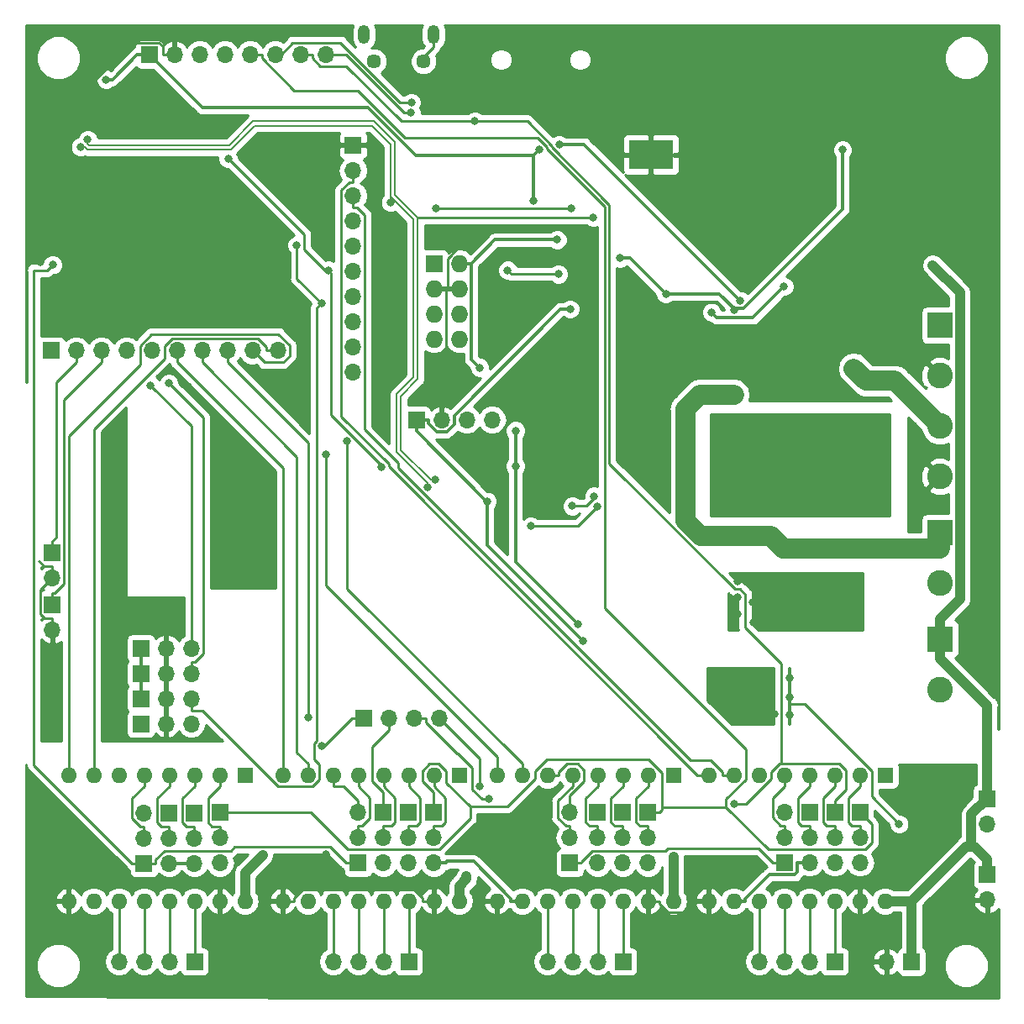
<source format=gbl>
G04 #@! TF.GenerationSoftware,KiCad,Pcbnew,5.0.2-bee76a0~70~ubuntu18.04.1*
G04 #@! TF.CreationDate,2019-01-25T21:39:14+09:00*
G04 #@! TF.ProjectId,MRR_ESP_3DP,4d52525f-4553-4505-9f33-44502e6b6963,rev?*
G04 #@! TF.SameCoordinates,Original*
G04 #@! TF.FileFunction,Copper,L2,Bot*
G04 #@! TF.FilePolarity,Positive*
%FSLAX46Y46*%
G04 Gerber Fmt 4.6, Leading zero omitted, Abs format (unit mm)*
G04 Created by KiCad (PCBNEW 5.0.2-bee76a0~70~ubuntu18.04.1) date Fri 25 Jan 2019 09:39:14 PM JST*
%MOMM*%
%LPD*%
G01*
G04 APERTURE LIST*
G04 #@! TA.AperFunction,ComponentPad*
%ADD10O,1.727200X1.727200*%
G04 #@! TD*
G04 #@! TA.AperFunction,ComponentPad*
%ADD11R,1.727200X1.727200*%
G04 #@! TD*
G04 #@! TA.AperFunction,ComponentPad*
%ADD12O,1.700000X1.700000*%
G04 #@! TD*
G04 #@! TA.AperFunction,ComponentPad*
%ADD13R,1.700000X1.700000*%
G04 #@! TD*
G04 #@! TA.AperFunction,ComponentPad*
%ADD14C,2.600000*%
G04 #@! TD*
G04 #@! TA.AperFunction,ComponentPad*
%ADD15R,2.600000X2.600000*%
G04 #@! TD*
G04 #@! TA.AperFunction,ComponentPad*
%ADD16O,1.200000X1.900000*%
G04 #@! TD*
G04 #@! TA.AperFunction,ComponentPad*
%ADD17C,1.450000*%
G04 #@! TD*
G04 #@! TA.AperFunction,ViaPad*
%ADD18C,0.600000*%
G04 #@! TD*
G04 #@! TA.AperFunction,Conductor*
%ADD19R,4.500000X2.950000*%
G04 #@! TD*
G04 #@! TA.AperFunction,ComponentPad*
%ADD20O,1.600000X1.600000*%
G04 #@! TD*
G04 #@! TA.AperFunction,ComponentPad*
%ADD21R,1.600000X1.600000*%
G04 #@! TD*
G04 #@! TA.AperFunction,ViaPad*
%ADD22C,0.800000*%
G04 #@! TD*
G04 #@! TA.AperFunction,Conductor*
%ADD23C,0.250000*%
G04 #@! TD*
G04 #@! TA.AperFunction,Conductor*
%ADD24C,1.000000*%
G04 #@! TD*
G04 #@! TA.AperFunction,Conductor*
%ADD25C,0.300000*%
G04 #@! TD*
G04 #@! TA.AperFunction,Conductor*
%ADD26C,2.000000*%
G04 #@! TD*
G04 #@! TA.AperFunction,Conductor*
%ADD27C,0.200000*%
G04 #@! TD*
G04 #@! TA.AperFunction,Conductor*
%ADD28C,0.254000*%
G04 #@! TD*
G04 APERTURE END LIST*
D10*
G04 #@! TO.P,J15,8*
G04 #@! TO.N,UARTD-*
X89408000Y-69342000D03*
G04 #@! TO.P,J15,7*
G04 #@! TO.N,Net-(J15-Pad7)*
X86868000Y-69342000D03*
G04 #@! TO.P,J15,6*
G04 #@! TO.N,UARTD+*
X89408000Y-66802000D03*
G04 #@! TO.P,J15,5*
G04 #@! TO.N,Net-(J15-Pad5)*
X86868000Y-66802000D03*
G04 #@! TO.P,J15,4*
G04 #@! TO.N,GND*
X89408000Y-64262000D03*
G04 #@! TO.P,J15,3*
X86868000Y-64262000D03*
G04 #@! TO.P,J15,2*
G04 #@! TO.N,+5V*
X89408000Y-61722000D03*
D11*
G04 #@! TO.P,J15,1*
X86868000Y-61722000D03*
G04 #@! TD*
D12*
G04 #@! TO.P,J1,3*
G04 #@! TO.N,X_MIN*
X62404000Y-100498000D03*
G04 #@! TO.P,J1,2*
G04 #@! TO.N,GND*
X59864000Y-100498000D03*
D13*
G04 #@! TO.P,J1,1*
G04 #@! TO.N,+3V3*
X57324000Y-100498000D03*
G04 #@! TD*
D12*
G04 #@! TO.P,J2,3*
G04 #@! TO.N,Z_MIN*
X62404000Y-105578000D03*
G04 #@! TO.P,J2,2*
G04 #@! TO.N,GND*
X59864000Y-105578000D03*
D13*
G04 #@! TO.P,J2,1*
G04 #@! TO.N,+3V3*
X57324000Y-105578000D03*
G04 #@! TD*
D14*
G04 #@! TO.P,J3,2*
G04 #@! TO.N,Net-(D1-Pad1)*
X137875000Y-93930000D03*
D15*
G04 #@! TO.P,J3,1*
G04 #@! TO.N,VBED*
X137875000Y-88850000D03*
G04 #@! TD*
D12*
G04 #@! TO.P,J5,3*
G04 #@! TO.N,Y_MIN*
X62404000Y-103038000D03*
G04 #@! TO.P,J5,2*
G04 #@! TO.N,GND*
X59864000Y-103038000D03*
D13*
G04 #@! TO.P,J5,1*
G04 #@! TO.N,+3V3*
X57324000Y-103038000D03*
G04 #@! TD*
D12*
G04 #@! TO.P,J6,3*
G04 #@! TO.N,Net-(D2-Pad1)*
X62404000Y-108118000D03*
G04 #@! TO.P,J6,2*
G04 #@! TO.N,GND*
X59864000Y-108118000D03*
D13*
G04 #@! TO.P,J6,1*
G04 #@! TO.N,VIN*
X57324000Y-108118000D03*
G04 #@! TD*
D12*
G04 #@! TO.P,J8,2*
G04 #@! TO.N,GND*
X132460000Y-132100000D03*
D13*
G04 #@! TO.P,J8,1*
G04 #@! TO.N,VIN*
X135000000Y-132100000D03*
G04 #@! TD*
D14*
G04 #@! TO.P,J9,4*
G04 #@! TO.N,GND*
X137875000Y-83190000D03*
G04 #@! TO.P,J9,3*
G04 #@! TO.N,Net-(F2-Pad2)*
X137875000Y-78110000D03*
G04 #@! TO.P,J9,2*
G04 #@! TO.N,GND*
X137875000Y-73030000D03*
D15*
G04 #@! TO.P,J9,1*
G04 #@! TO.N,Net-(F1-Pad2)*
X137875000Y-67950000D03*
G04 #@! TD*
D12*
G04 #@! TO.P,J10,2*
G04 #@! TO.N,Net-(D6-Pad1)*
X142600000Y-118190000D03*
D13*
G04 #@! TO.P,J10,1*
G04 #@! TO.N,VIN*
X142600000Y-115650000D03*
G04 #@! TD*
D12*
G04 #@! TO.P,J11,2*
G04 #@! TO.N,GND*
X142625000Y-125865000D03*
D13*
G04 #@! TO.P,J11,1*
G04 #@! TO.N,VIN*
X142625000Y-123325000D03*
G04 #@! TD*
D12*
G04 #@! TO.P,J12,2*
G04 #@! TO.N,GND*
X48400000Y-98640000D03*
D13*
G04 #@! TO.P,J12,1*
G04 #@! TO.N,TEMP_BED_PIN*
X48400000Y-96100000D03*
G04 #@! TD*
D12*
G04 #@! TO.P,J13,2*
G04 #@! TO.N,GND*
X48400000Y-93440000D03*
D13*
G04 #@! TO.P,J13,1*
G04 #@! TO.N,TEMP_E0_PIN*
X48400000Y-90900000D03*
G04 #@! TD*
D12*
G04 #@! TO.P,J14,8*
G04 #@! TO.N,SS*
X75946000Y-40656000D03*
G04 #@! TO.P,J14,7*
G04 #@! TO.N,SCK*
X73406000Y-40656000D03*
G04 #@! TO.P,J14,6*
G04 #@! TO.N,MISO*
X70866000Y-40656000D03*
G04 #@! TO.P,J14,5*
G04 #@! TO.N,MOSI*
X68326000Y-40656000D03*
G04 #@! TO.P,J14,4*
G04 #@! TO.N,SDA*
X65786000Y-40656000D03*
G04 #@! TO.P,J14,3*
G04 #@! TO.N,SCL*
X63246000Y-40656000D03*
G04 #@! TO.P,J14,2*
G04 #@! TO.N,GND*
X60706000Y-40656000D03*
D13*
G04 #@! TO.P,J14,1*
G04 #@! TO.N,+3V3*
X58166000Y-40656000D03*
G04 #@! TD*
D16*
G04 #@! TO.P,J16,6*
G04 #@! TO.N,Net-(J16-Pad6)*
X79812000Y-38640500D03*
X86812000Y-38640500D03*
D17*
X80812000Y-41340500D03*
X85812000Y-41340500D03*
G04 #@! TD*
D12*
G04 #@! TO.P,J17,4*
G04 #@! TO.N,UARTD-*
X92710000Y-77470000D03*
G04 #@! TO.P,J17,3*
G04 #@! TO.N,UARTD+*
X90170000Y-77470000D03*
G04 #@! TO.P,J17,2*
G04 #@! TO.N,GND*
X87630000Y-77470000D03*
D13*
G04 #@! TO.P,J17,1*
G04 #@! TO.N,+3V3*
X85090000Y-77470000D03*
G04 #@! TD*
D12*
G04 #@! TO.P,J18,10*
G04 #@! TO.N,X_STEP_PIN*
X71120000Y-70500000D03*
G04 #@! TO.P,J18,9*
G04 #@! TO.N,X_DIR_PIN*
X68580000Y-70500000D03*
G04 #@! TO.P,J18,8*
G04 #@! TO.N,MOTOR_EN_PIN*
X66040000Y-70500000D03*
G04 #@! TO.P,J18,7*
G04 #@! TO.N,Y_STEP_PIN*
X63500000Y-70500000D03*
G04 #@! TO.P,J18,6*
G04 #@! TO.N,Y_DIR_PIN*
X60960000Y-70500000D03*
G04 #@! TO.P,J18,5*
G04 #@! TO.N,Y_MIN*
X58420000Y-70500000D03*
G04 #@! TO.P,J18,4*
G04 #@! TO.N,X_MIN*
X55880000Y-70500000D03*
G04 #@! TO.P,J18,3*
G04 #@! TO.N,TEMP_BED_PIN*
X53340000Y-70500000D03*
G04 #@! TO.P,J18,2*
G04 #@! TO.N,TEMP_E0_PIN*
X50800000Y-70500000D03*
D13*
G04 #@! TO.P,J18,1*
G04 #@! TO.N,+3V3*
X48260000Y-70500000D03*
G04 #@! TD*
D12*
G04 #@! TO.P,J19,10*
G04 #@! TO.N,Z_DIR_PIN*
X78700000Y-72660000D03*
G04 #@! TO.P,J19,9*
G04 #@! TO.N,Z_STEP_PIN*
X78700000Y-70120000D03*
G04 #@! TO.P,J19,8*
G04 #@! TO.N,FAN_E0_PIN*
X78700000Y-67580000D03*
G04 #@! TO.P,J19,7*
G04 #@! TO.N,Z_MIN*
X78700000Y-65040000D03*
G04 #@! TO.P,J19,6*
G04 #@! TO.N,HEATER_E0_PIN*
X78700000Y-62500000D03*
G04 #@! TO.P,J19,5*
G04 #@! TO.N,IO0*
X78700000Y-59960000D03*
G04 #@! TO.P,J19,4*
G04 #@! TO.N,HEATER_BED_PIN*
X78700000Y-57420000D03*
G04 #@! TO.P,J19,3*
G04 #@! TO.N,E0_STEP_PIN*
X78700000Y-54880000D03*
G04 #@! TO.P,J19,2*
G04 #@! TO.N,E0_DIR_PIN*
X78700000Y-52340000D03*
D13*
G04 #@! TO.P,J19,1*
G04 #@! TO.N,GND*
X78700000Y-49800000D03*
G04 #@! TD*
D12*
G04 #@! TO.P,J20,4*
G04 #@! TO.N,E0_CS*
X87395000Y-107550000D03*
G04 #@! TO.P,J20,3*
G04 #@! TO.N,Z_CS*
X84855000Y-107550000D03*
G04 #@! TO.P,J20,2*
G04 #@! TO.N,Y_CS*
X82315000Y-107550000D03*
D13*
G04 #@! TO.P,J20,1*
G04 #@! TO.N,X_CS*
X79775000Y-107550000D03*
G04 #@! TD*
D12*
G04 #@! TO.P,J21,4*
G04 #@! TO.N,Net-(J21-Pad4)*
X55118000Y-132080000D03*
G04 #@! TO.P,J21,3*
G04 #@! TO.N,Net-(J21-Pad3)*
X57658000Y-132080000D03*
G04 #@! TO.P,J21,2*
G04 #@! TO.N,Net-(J21-Pad2)*
X60198000Y-132080000D03*
D13*
G04 #@! TO.P,J21,1*
G04 #@! TO.N,Net-(J21-Pad1)*
X62738000Y-132080000D03*
G04 #@! TD*
D12*
G04 #@! TO.P,J22,4*
G04 #@! TO.N,Net-(J22-Pad4)*
X98298000Y-132080000D03*
G04 #@! TO.P,J22,3*
G04 #@! TO.N,Net-(J22-Pad3)*
X100838000Y-132080000D03*
G04 #@! TO.P,J22,2*
G04 #@! TO.N,Net-(J22-Pad2)*
X103378000Y-132080000D03*
D13*
G04 #@! TO.P,J22,1*
G04 #@! TO.N,Net-(J22-Pad1)*
X105918000Y-132080000D03*
G04 #@! TD*
D12*
G04 #@! TO.P,J23,4*
G04 #@! TO.N,Net-(J23-Pad4)*
X76708000Y-132080000D03*
G04 #@! TO.P,J23,3*
G04 #@! TO.N,Net-(J23-Pad3)*
X79248000Y-132080000D03*
G04 #@! TO.P,J23,2*
G04 #@! TO.N,Net-(J23-Pad2)*
X81788000Y-132080000D03*
D13*
G04 #@! TO.P,J23,1*
G04 #@! TO.N,Net-(J23-Pad1)*
X84328000Y-132080000D03*
G04 #@! TD*
D12*
G04 #@! TO.P,J24,4*
G04 #@! TO.N,Net-(J24-Pad4)*
X119634000Y-132080000D03*
G04 #@! TO.P,J24,3*
G04 #@! TO.N,Net-(J24-Pad3)*
X122174000Y-132080000D03*
G04 #@! TO.P,J24,2*
G04 #@! TO.N,Net-(J24-Pad2)*
X124714000Y-132080000D03*
D13*
G04 #@! TO.P,J24,1*
G04 #@! TO.N,Net-(J24-Pad1)*
X127254000Y-132080000D03*
G04 #@! TD*
D12*
G04 #@! TO.P,JP1,3*
G04 #@! TO.N,+3V3*
X65275000Y-122155000D03*
G04 #@! TO.P,JP1,2*
G04 #@! TO.N,X_MS1*
X65275000Y-119615000D03*
D13*
G04 #@! TO.P,JP1,1*
G04 #@! TO.N,MOSI*
X65275000Y-117075000D03*
G04 #@! TD*
D12*
G04 #@! TO.P,JP2,3*
G04 #@! TO.N,+3V3*
X86843000Y-122141000D03*
G04 #@! TO.P,JP2,2*
G04 #@! TO.N,Y_MS1*
X86843000Y-119601000D03*
D13*
G04 #@! TO.P,JP2,1*
G04 #@! TO.N,MOSI*
X86843000Y-117061000D03*
G04 #@! TD*
D12*
G04 #@! TO.P,JP3,3*
G04 #@! TO.N,+3V3*
X108433000Y-122141000D03*
G04 #@! TO.P,JP3,2*
G04 #@! TO.N,Z_MS1*
X108433000Y-119601000D03*
D13*
G04 #@! TO.P,JP3,1*
G04 #@! TO.N,MOSI*
X108433000Y-117061000D03*
G04 #@! TD*
D12*
G04 #@! TO.P,JP4,3*
G04 #@! TO.N,+3V3*
X129794000Y-122112000D03*
G04 #@! TO.P,JP4,2*
G04 #@! TO.N,E0_MS1*
X129794000Y-119572000D03*
D13*
G04 #@! TO.P,JP4,1*
G04 #@! TO.N,MOSI*
X129794000Y-117032000D03*
G04 #@! TD*
D12*
G04 #@! TO.P,JP5,3*
G04 #@! TO.N,+3V3*
X62713000Y-122166000D03*
G04 #@! TO.P,JP5,2*
G04 #@! TO.N,X_MS2*
X62713000Y-119626000D03*
D13*
G04 #@! TO.P,JP5,1*
G04 #@! TO.N,SCK*
X62713000Y-117086000D03*
G04 #@! TD*
D12*
G04 #@! TO.P,JP6,3*
G04 #@! TO.N,+3V3*
X84303000Y-122141000D03*
G04 #@! TO.P,JP6,2*
G04 #@! TO.N,Y_MS2*
X84303000Y-119601000D03*
D13*
G04 #@! TO.P,JP6,1*
G04 #@! TO.N,SCK*
X84303000Y-117061000D03*
G04 #@! TD*
D12*
G04 #@! TO.P,JP7,3*
G04 #@! TO.N,+3V3*
X105893000Y-122141000D03*
G04 #@! TO.P,JP7,2*
G04 #@! TO.N,Z_MS2*
X105893000Y-119601000D03*
D13*
G04 #@! TO.P,JP7,1*
G04 #@! TO.N,SCK*
X105893000Y-117061000D03*
G04 #@! TD*
D12*
G04 #@! TO.P,JP8,3*
G04 #@! TO.N,+3V3*
X127254000Y-122112000D03*
G04 #@! TO.P,JP8,2*
G04 #@! TO.N,E0_MS2*
X127254000Y-119572000D03*
D13*
G04 #@! TO.P,JP8,1*
G04 #@! TO.N,SCK*
X127254000Y-117032000D03*
G04 #@! TD*
D12*
G04 #@! TO.P,JP9,3*
G04 #@! TO.N,+3V3*
X60173000Y-122166000D03*
G04 #@! TO.P,JP9,2*
G04 #@! TO.N,X_MS3*
X60173000Y-119626000D03*
D13*
G04 #@! TO.P,JP9,1*
G04 #@! TO.N,X_CS*
X60173000Y-117086000D03*
G04 #@! TD*
D12*
G04 #@! TO.P,JP10,3*
G04 #@! TO.N,+3V3*
X81763000Y-122141000D03*
G04 #@! TO.P,JP10,2*
G04 #@! TO.N,Y_MS3*
X81763000Y-119601000D03*
D13*
G04 #@! TO.P,JP10,1*
G04 #@! TO.N,Y_CS*
X81763000Y-117061000D03*
G04 #@! TD*
D12*
G04 #@! TO.P,JP11,3*
G04 #@! TO.N,+3V3*
X103353000Y-122141000D03*
G04 #@! TO.P,JP11,2*
G04 #@! TO.N,Z_MS3*
X103353000Y-119601000D03*
D13*
G04 #@! TO.P,JP11,1*
G04 #@! TO.N,Z_CS*
X103353000Y-117061000D03*
G04 #@! TD*
D12*
G04 #@! TO.P,JP12,3*
G04 #@! TO.N,+3V3*
X124714000Y-122112000D03*
G04 #@! TO.P,JP12,2*
G04 #@! TO.N,E0_MS3*
X124714000Y-119572000D03*
D13*
G04 #@! TO.P,JP12,1*
G04 #@! TO.N,E0_CS*
X124714000Y-117032000D03*
G04 #@! TD*
D12*
G04 #@! TO.P,JP13,3*
G04 #@! TO.N,X_SLP*
X57633000Y-117086000D03*
G04 #@! TO.P,JP13,2*
G04 #@! TO.N,X_RST*
X57633000Y-119626000D03*
D13*
G04 #@! TO.P,JP13,1*
G04 #@! TO.N,MISO*
X57633000Y-122166000D03*
G04 #@! TD*
D12*
G04 #@! TO.P,JP14,3*
G04 #@! TO.N,Y_SLP*
X79223000Y-117061000D03*
G04 #@! TO.P,JP14,2*
G04 #@! TO.N,Y_RST*
X79223000Y-119601000D03*
D13*
G04 #@! TO.P,JP14,1*
G04 #@! TO.N,MISO*
X79223000Y-122141000D03*
G04 #@! TD*
D12*
G04 #@! TO.P,JP15,3*
G04 #@! TO.N,Z_SLP*
X100559000Y-117061000D03*
G04 #@! TO.P,JP15,2*
G04 #@! TO.N,Z_RST*
X100559000Y-119601000D03*
D13*
G04 #@! TO.P,JP15,1*
G04 #@! TO.N,MISO*
X100559000Y-122141000D03*
G04 #@! TD*
D12*
G04 #@! TO.P,JP16,3*
G04 #@! TO.N,E0_SLP*
X122174000Y-117032000D03*
G04 #@! TO.P,JP16,2*
G04 #@! TO.N,E0_RST*
X122174000Y-119572000D03*
D13*
G04 #@! TO.P,JP16,1*
G04 #@! TO.N,MISO*
X122174000Y-122112000D03*
G04 #@! TD*
D18*
G04 #@! TO.N,GND*
G04 #@! TO.C,U2*
X106925000Y-51350000D03*
X108025000Y-51350000D03*
X108025000Y-50150000D03*
X106925000Y-50150000D03*
X110525000Y-51350000D03*
X109325000Y-51350000D03*
X109325000Y-50150000D03*
X110525000Y-50150000D03*
D19*
X108725000Y-50750000D03*
G04 #@! TD*
D20*
G04 #@! TO.P,U5,16*
G04 #@! TO.N,VIN*
X67818000Y-125984000D03*
G04 #@! TO.P,U5,8*
G04 #@! TO.N,X_DIR_PIN*
X50038000Y-113284000D03*
G04 #@! TO.P,U5,15*
G04 #@! TO.N,GND*
X65278000Y-125984000D03*
G04 #@! TO.P,U5,7*
G04 #@! TO.N,X_STEP_PIN*
X52578000Y-113284000D03*
G04 #@! TO.P,U5,14*
G04 #@! TO.N,Net-(J21-Pad1)*
X62738000Y-125984000D03*
G04 #@! TO.P,U5,6*
G04 #@! TO.N,X_SLP*
X55118000Y-113284000D03*
G04 #@! TO.P,U5,13*
G04 #@! TO.N,Net-(J21-Pad2)*
X60198000Y-125984000D03*
G04 #@! TO.P,U5,5*
G04 #@! TO.N,X_RST*
X57658000Y-113284000D03*
G04 #@! TO.P,U5,12*
G04 #@! TO.N,Net-(J21-Pad3)*
X57658000Y-125984000D03*
G04 #@! TO.P,U5,4*
G04 #@! TO.N,X_MS3*
X60198000Y-113284000D03*
G04 #@! TO.P,U5,11*
G04 #@! TO.N,Net-(J21-Pad4)*
X55118000Y-125984000D03*
G04 #@! TO.P,U5,3*
G04 #@! TO.N,X_MS2*
X62738000Y-113284000D03*
G04 #@! TO.P,U5,10*
G04 #@! TO.N,+3V3*
X52578000Y-125984000D03*
G04 #@! TO.P,U5,2*
G04 #@! TO.N,X_MS1*
X65278000Y-113284000D03*
G04 #@! TO.P,U5,9*
G04 #@! TO.N,GND*
X50038000Y-125984000D03*
D21*
G04 #@! TO.P,U5,1*
G04 #@! TO.N,MOTOR_EN_PIN*
X67818000Y-113284000D03*
G04 #@! TD*
D20*
G04 #@! TO.P,U6,16*
G04 #@! TO.N,VIN*
X110998000Y-125984000D03*
G04 #@! TO.P,U6,8*
G04 #@! TO.N,Z_DIR_PIN*
X93218000Y-113284000D03*
G04 #@! TO.P,U6,15*
G04 #@! TO.N,GND*
X108458000Y-125984000D03*
G04 #@! TO.P,U6,7*
G04 #@! TO.N,Z_STEP_PIN*
X95758000Y-113284000D03*
G04 #@! TO.P,U6,14*
G04 #@! TO.N,Net-(J22-Pad1)*
X105918000Y-125984000D03*
G04 #@! TO.P,U6,6*
G04 #@! TO.N,Z_SLP*
X98298000Y-113284000D03*
G04 #@! TO.P,U6,13*
G04 #@! TO.N,Net-(J22-Pad2)*
X103378000Y-125984000D03*
G04 #@! TO.P,U6,5*
G04 #@! TO.N,Z_RST*
X100838000Y-113284000D03*
G04 #@! TO.P,U6,12*
G04 #@! TO.N,Net-(J22-Pad3)*
X100838000Y-125984000D03*
G04 #@! TO.P,U6,4*
G04 #@! TO.N,Z_MS3*
X103378000Y-113284000D03*
G04 #@! TO.P,U6,11*
G04 #@! TO.N,Net-(J22-Pad4)*
X98298000Y-125984000D03*
G04 #@! TO.P,U6,3*
G04 #@! TO.N,Z_MS2*
X105918000Y-113284000D03*
G04 #@! TO.P,U6,10*
G04 #@! TO.N,+3V3*
X95758000Y-125984000D03*
G04 #@! TO.P,U6,2*
G04 #@! TO.N,Z_MS1*
X108458000Y-113284000D03*
G04 #@! TO.P,U6,9*
G04 #@! TO.N,GND*
X93218000Y-125984000D03*
D21*
G04 #@! TO.P,U6,1*
G04 #@! TO.N,MOTOR_EN_PIN*
X110998000Y-113284000D03*
G04 #@! TD*
D20*
G04 #@! TO.P,U8,16*
G04 #@! TO.N,VIN*
X89408000Y-125984000D03*
G04 #@! TO.P,U8,8*
G04 #@! TO.N,Y_DIR_PIN*
X71628000Y-113284000D03*
G04 #@! TO.P,U8,15*
G04 #@! TO.N,GND*
X86868000Y-125984000D03*
G04 #@! TO.P,U8,7*
G04 #@! TO.N,Y_STEP_PIN*
X74168000Y-113284000D03*
G04 #@! TO.P,U8,14*
G04 #@! TO.N,Net-(J23-Pad1)*
X84328000Y-125984000D03*
G04 #@! TO.P,U8,6*
G04 #@! TO.N,Y_SLP*
X76708000Y-113284000D03*
G04 #@! TO.P,U8,13*
G04 #@! TO.N,Net-(J23-Pad2)*
X81788000Y-125984000D03*
G04 #@! TO.P,U8,5*
G04 #@! TO.N,Y_RST*
X79248000Y-113284000D03*
G04 #@! TO.P,U8,12*
G04 #@! TO.N,Net-(J23-Pad3)*
X79248000Y-125984000D03*
G04 #@! TO.P,U8,4*
G04 #@! TO.N,Y_MS3*
X81788000Y-113284000D03*
G04 #@! TO.P,U8,11*
G04 #@! TO.N,Net-(J23-Pad4)*
X76708000Y-125984000D03*
G04 #@! TO.P,U8,3*
G04 #@! TO.N,Y_MS2*
X84328000Y-113284000D03*
G04 #@! TO.P,U8,10*
G04 #@! TO.N,+3V3*
X74168000Y-125984000D03*
G04 #@! TO.P,U8,2*
G04 #@! TO.N,Y_MS1*
X86868000Y-113284000D03*
G04 #@! TO.P,U8,9*
G04 #@! TO.N,GND*
X71628000Y-125984000D03*
D21*
G04 #@! TO.P,U8,1*
G04 #@! TO.N,MOTOR_EN_PIN*
X89408000Y-113284000D03*
G04 #@! TD*
D20*
G04 #@! TO.P,U9,16*
G04 #@! TO.N,VIN*
X132334000Y-125984000D03*
G04 #@! TO.P,U9,8*
G04 #@! TO.N,E0_DIR_PIN*
X114554000Y-113284000D03*
G04 #@! TO.P,U9,15*
G04 #@! TO.N,GND*
X129794000Y-125984000D03*
G04 #@! TO.P,U9,7*
G04 #@! TO.N,E0_STEP_PIN*
X117094000Y-113284000D03*
G04 #@! TO.P,U9,14*
G04 #@! TO.N,Net-(J24-Pad1)*
X127254000Y-125984000D03*
G04 #@! TO.P,U9,6*
G04 #@! TO.N,E0_SLP*
X119634000Y-113284000D03*
G04 #@! TO.P,U9,13*
G04 #@! TO.N,Net-(J24-Pad2)*
X124714000Y-125984000D03*
G04 #@! TO.P,U9,5*
G04 #@! TO.N,E0_RST*
X122174000Y-113284000D03*
G04 #@! TO.P,U9,12*
G04 #@! TO.N,Net-(J24-Pad3)*
X122174000Y-125984000D03*
G04 #@! TO.P,U9,4*
G04 #@! TO.N,E0_MS3*
X124714000Y-113284000D03*
G04 #@! TO.P,U9,11*
G04 #@! TO.N,Net-(J24-Pad4)*
X119634000Y-125984000D03*
G04 #@! TO.P,U9,3*
G04 #@! TO.N,E0_MS2*
X127254000Y-113284000D03*
G04 #@! TO.P,U9,10*
G04 #@! TO.N,+3V3*
X117094000Y-125984000D03*
G04 #@! TO.P,U9,2*
G04 #@! TO.N,E0_MS1*
X129794000Y-113284000D03*
G04 #@! TO.P,U9,9*
G04 #@! TO.N,GND*
X114554000Y-125984000D03*
D21*
G04 #@! TO.P,U9,1*
G04 #@! TO.N,MOTOR_EN_PIN*
X132334000Y-113284000D03*
G04 #@! TD*
D14*
G04 #@! TO.P,J7,2*
G04 #@! TO.N,Net-(D3-Pad1)*
X137875000Y-104655000D03*
D15*
G04 #@! TO.P,J7,1*
G04 #@! TO.N,VIN*
X137875000Y-99575000D03*
G04 #@! TD*
D22*
G04 #@! TO.N,GND*
X63427634Y-75660900D03*
X62050000Y-74100000D03*
X70950000Y-73800000D03*
X52300000Y-58500000D03*
X54100000Y-58300000D03*
X55700000Y-58200000D03*
X55500000Y-56500000D03*
X54100000Y-56800000D03*
X52300000Y-56900000D03*
X52300000Y-55200000D03*
X53900000Y-55200000D03*
X55500000Y-55200000D03*
X75935100Y-121231500D03*
X92161500Y-58278600D03*
X47225000Y-61600000D03*
X46450000Y-44975000D03*
X82575000Y-43050000D03*
X76275000Y-38250000D03*
G04 #@! TO.N,X_MIN*
X58298800Y-73988300D03*
G04 #@! TO.N,Z_MIN*
X73053100Y-59882900D03*
X75515800Y-65713700D03*
G04 #@! TO.N,Y_MIN*
X60143600Y-73801400D03*
G04 #@! TO.N,VIN*
X137124200Y-61898400D03*
X90139700Y-123505100D03*
X69593300Y-121359500D03*
X110998000Y-121540800D03*
G04 #@! TO.N,+3V3*
X114847000Y-66650900D03*
X122150900Y-64035500D03*
X97485600Y-50269200D03*
X96911500Y-55368400D03*
X100571500Y-66313200D03*
X53798400Y-43170900D03*
X92225000Y-85700000D03*
X101900000Y-99750000D03*
G04 #@! TO.N,+5V*
X128048500Y-50277100D03*
X117119000Y-66409800D03*
X99284700Y-59338500D03*
X105579200Y-61189800D03*
X110224700Y-64775000D03*
X91475000Y-72225000D03*
X95075000Y-78575000D03*
X101375000Y-98100000D03*
X95075000Y-82125000D03*
G04 #@! TO.N,Net-(D1-Pad1)*
X124700000Y-85300000D03*
X124825000Y-83375000D03*
X124675000Y-81775000D03*
X124500000Y-79725000D03*
X124550000Y-77550000D03*
X122000000Y-85200000D03*
X120075000Y-83275000D03*
X115275000Y-77650000D03*
X115325000Y-79725000D03*
X115325000Y-81725000D03*
X115375000Y-83325000D03*
X115425000Y-85275000D03*
X117700000Y-77650000D03*
X117900000Y-79750000D03*
X117800000Y-81775000D03*
X117925000Y-83250000D03*
X117925000Y-85300000D03*
X119925000Y-77425000D03*
X120100000Y-79700000D03*
X119925000Y-81700000D03*
X120150000Y-85300000D03*
X122200000Y-83250000D03*
X122100000Y-81700000D03*
X122125000Y-79625000D03*
X122275000Y-77525000D03*
G04 #@! TO.N,Net-(D3-Pad1)*
X123800000Y-96850000D03*
X123700000Y-95525000D03*
X123875000Y-93750000D03*
X117475000Y-93750000D03*
X117500000Y-95375000D03*
X117500000Y-97075000D03*
X119100000Y-97875000D03*
X119000000Y-95850000D03*
X118925000Y-94075000D03*
X120550000Y-94025000D03*
X120525000Y-95575000D03*
X120550000Y-97350000D03*
X121900000Y-97875000D03*
X121925000Y-96000000D03*
X122100000Y-93725000D03*
G04 #@! TO.N,VBED*
X120825000Y-89225000D03*
X117650000Y-74925000D03*
G04 #@! TO.N,Net-(D6-Pad1)*
X122700000Y-107200000D03*
X122700000Y-103500000D03*
X133730100Y-118227700D03*
X117475000Y-103525000D03*
X118875000Y-103475000D03*
X120675000Y-103525000D03*
X120875000Y-105425000D03*
X119275000Y-105425000D03*
X117425000Y-105475000D03*
X117375000Y-107150000D03*
X119350000Y-107175000D03*
X121150000Y-107125000D03*
X122700000Y-105400000D03*
G04 #@! TO.N,Net-(F2-Pad2)*
X129175000Y-72200000D03*
G04 #@! TO.N,SS*
X84563100Y-46514600D03*
G04 #@! TO.N,MISO*
X84588400Y-45495300D03*
X48425000Y-61850000D03*
G04 #@! TO.N,SCK*
X90986100Y-47392900D03*
X117117400Y-116226600D03*
G04 #@! TO.N,VUSB*
X99471700Y-49723300D03*
X117722100Y-65465400D03*
G04 #@! TO.N,MOTOR_EN_PIN*
X74180800Y-107431700D03*
G04 #@! TO.N,Z_DIR_PIN*
X75986400Y-80973100D03*
G04 #@! TO.N,Z_STEP_PIN*
X78080300Y-79601100D03*
G04 #@! TO.N,HEATER_E0_PIN*
X81594100Y-82217700D03*
X76195000Y-62402700D03*
X66127200Y-51147500D03*
G04 #@! TO.N,HEATER_BED_PIN*
X103288803Y-86236197D03*
X96600000Y-88175000D03*
G04 #@! TO.N,E0_CS*
X91461000Y-114392900D03*
G04 #@! TO.N,Z_CS*
X92382800Y-115699600D03*
G04 #@! TO.N,X_CS*
X75549300Y-110375100D03*
G04 #@! TO.N,/D+*
X99400000Y-62800000D03*
X94300000Y-62400000D03*
G04 #@! TO.N,UART+*
X100700000Y-56200000D03*
X87100000Y-56200000D03*
X82475000Y-55575000D03*
X86228800Y-84271200D03*
X51228800Y-49971200D03*
G04 #@! TO.N,UART-*
X102900000Y-57100000D03*
X86971200Y-83528800D03*
X51971200Y-49228800D03*
G04 #@! TO.N,TO_HEATER_BED*
X100800000Y-86175000D03*
X103000000Y-85175000D03*
G04 #@! TD*
D23*
G04 #@! TO.N,GND*
X63427634Y-75660900D02*
X63427634Y-75477634D01*
X63427634Y-75477634D02*
X62050000Y-74100000D01*
X48400000Y-93440000D02*
X48400000Y-92264700D01*
X47052900Y-91725700D02*
X47591900Y-92264700D01*
X47591900Y-92264700D02*
X48400000Y-92264700D01*
X59530700Y-40656000D02*
X59530700Y-39860600D01*
X59530700Y-39860600D02*
X59150800Y-39480700D01*
X59150800Y-39480700D02*
X56425600Y-39480700D01*
X56425600Y-39480700D02*
X47503000Y-48403300D01*
X47503000Y-48403300D02*
X47503000Y-50858000D01*
X108725000Y-50750000D02*
X109325000Y-51350000D01*
X108725000Y-50750000D02*
X109325000Y-50150000D01*
X114554000Y-125984000D02*
X113428700Y-125984000D01*
X108458000Y-125984000D02*
X109583300Y-125984000D01*
X109583300Y-125984000D02*
X109583300Y-126265300D01*
X109583300Y-126265300D02*
X110427300Y-127109300D01*
X110427300Y-127109300D02*
X112303400Y-127109300D01*
X112303400Y-127109300D02*
X113428700Y-125984000D01*
X87630000Y-77470000D02*
X87630000Y-76294700D01*
X88057000Y-64262000D02*
X88057000Y-75867700D01*
X88057000Y-75867700D02*
X87630000Y-76294700D01*
X88057000Y-64262000D02*
X88219100Y-64262000D01*
X86868000Y-64262000D02*
X88057000Y-64262000D01*
X60706000Y-40656000D02*
X59530700Y-40656000D01*
X75935100Y-124858700D02*
X75935100Y-121231500D01*
X88331700Y-64262000D02*
X88219100Y-64262000D01*
X88219100Y-64262000D02*
X88219100Y-61218000D01*
X88219100Y-61218000D02*
X91158500Y-58278600D01*
X91158500Y-58278600D02*
X92161500Y-58278600D01*
X75935100Y-124858700D02*
X73597200Y-124858700D01*
X73597200Y-124858700D02*
X72753300Y-125702600D01*
X72753300Y-125702600D02*
X72753300Y-125984000D01*
X85742700Y-125984000D02*
X85742700Y-125702700D01*
X85742700Y-125702700D02*
X84898700Y-124858700D01*
X84898700Y-124858700D02*
X75935100Y-124858700D01*
X71628000Y-125984000D02*
X72753300Y-125984000D01*
X86868000Y-125984000D02*
X85742700Y-125984000D01*
X89408000Y-64262000D02*
X88331700Y-64262000D01*
X48400000Y-98640000D02*
X48400000Y-97464700D01*
X48400000Y-93440000D02*
X47224700Y-94615300D01*
X47224700Y-94615300D02*
X47224700Y-97084800D01*
X47224700Y-97084800D02*
X47604600Y-97464700D01*
X47604600Y-97464700D02*
X48400000Y-97464700D01*
X59864000Y-108118000D02*
X59864000Y-105578000D01*
X132460000Y-132100000D02*
X132460000Y-130924700D01*
X129794000Y-125984000D02*
X129794000Y-128258700D01*
X129794000Y-128258700D02*
X132460000Y-130924700D01*
G04 #@! TO.N,X_MIN*
X62404000Y-100498000D02*
X62404000Y-78093500D01*
X62404000Y-78093500D02*
X58298800Y-73988300D01*
G04 #@! TO.N,Z_MIN*
X75515800Y-65713700D02*
X75043800Y-66185700D01*
X75043800Y-66185700D02*
X75043800Y-109854900D01*
X75043800Y-109854900D02*
X74824000Y-110074700D01*
X74824000Y-110074700D02*
X74824000Y-111747000D01*
X74824000Y-111747000D02*
X75303100Y-112226100D01*
X75303100Y-112226100D02*
X75303100Y-113760600D01*
X75303100Y-113760600D02*
X74643000Y-114420700D01*
X74643000Y-114420700D02*
X71168600Y-114420700D01*
X71168600Y-114420700D02*
X63501200Y-106753300D01*
X63501200Y-106753300D02*
X62404000Y-106753300D01*
X73053100Y-59882900D02*
X73053100Y-63251000D01*
X73053100Y-63251000D02*
X75515800Y-65713700D01*
X62404000Y-105578000D02*
X62404000Y-106753300D01*
G04 #@! TO.N,Y_MIN*
X62404000Y-103038000D02*
X62404000Y-101862700D01*
X62404000Y-101862700D02*
X62771300Y-101862700D01*
X62771300Y-101862700D02*
X63624600Y-101009400D01*
X63624600Y-101009400D02*
X63624600Y-77282400D01*
X63624600Y-77282400D02*
X60143600Y-73801400D01*
D24*
G04 #@! TO.N,VIN*
X137875000Y-99575000D02*
X137875000Y-97574700D01*
X137124200Y-61898400D02*
X139875300Y-64649500D01*
X139875300Y-64649500D02*
X139875300Y-95574400D01*
X139875300Y-95574400D02*
X137875000Y-97574700D01*
X135000000Y-125984000D02*
X135000000Y-132100000D01*
X141013900Y-120481600D02*
X140502400Y-120481600D01*
X140502400Y-120481600D02*
X135000000Y-125984000D01*
X135000000Y-125984000D02*
X133834300Y-125984000D01*
X142625000Y-121774700D02*
X141331900Y-120481600D01*
X141331900Y-120481600D02*
X141013900Y-120481600D01*
X141013900Y-120481600D02*
X141013900Y-117236100D01*
X141013900Y-117236100D02*
X142600000Y-115650000D01*
X132334000Y-125984000D02*
X133834300Y-125984000D01*
X89408000Y-125984000D02*
X89408000Y-124483700D01*
X89408000Y-124483700D02*
X90139700Y-123752000D01*
X90139700Y-123752000D02*
X90139700Y-123505100D01*
X67818000Y-125984000D02*
X67818000Y-123134800D01*
X67818000Y-123134800D02*
X69593300Y-121359500D01*
X110998000Y-125984000D02*
X110998000Y-121540800D01*
X142625000Y-123325000D02*
X142625000Y-121774700D01*
X137875000Y-99575000D02*
X137875000Y-101575300D01*
X137875000Y-101575300D02*
X142600000Y-106300300D01*
X142600000Y-106300300D02*
X142600000Y-115650000D01*
D23*
G04 #@! TO.N,TEMP_BED_PIN*
X53340000Y-70500000D02*
X53340000Y-71675300D01*
X48400000Y-96100000D02*
X48400000Y-94924700D01*
X48400000Y-94924700D02*
X48620500Y-94924700D01*
X48620500Y-94924700D02*
X49575300Y-93969900D01*
X49575300Y-93969900D02*
X49575300Y-75440000D01*
X49575300Y-75440000D02*
X53340000Y-71675300D01*
G04 #@! TO.N,TEMP_E0_PIN*
X48400000Y-89724700D02*
X48801100Y-89323600D01*
X48801100Y-89323600D02*
X48801100Y-73674200D01*
X48801100Y-73674200D02*
X50800000Y-71675300D01*
X48400000Y-90900000D02*
X48400000Y-89724700D01*
X50800000Y-70500000D02*
X50800000Y-71675300D01*
D25*
G04 #@! TO.N,+3V3*
X122150900Y-64035500D02*
X119026200Y-67160200D01*
X119026200Y-67160200D02*
X115356300Y-67160200D01*
X115356300Y-67160200D02*
X114847000Y-66650900D01*
X96911500Y-50843300D02*
X96911500Y-55368400D01*
X96911500Y-50843300D02*
X97485600Y-50269200D01*
X58166000Y-40656000D02*
X63526600Y-46016600D01*
X63526600Y-46016600D02*
X80242200Y-46016600D01*
X80242200Y-46016600D02*
X85068900Y-50843300D01*
X85068900Y-50843300D02*
X96911500Y-50843300D01*
X53798400Y-43170900D02*
X54450800Y-43170900D01*
X54450800Y-43170900D02*
X56965700Y-40656000D01*
X58166000Y-40656000D02*
X56965700Y-40656000D01*
X85090000Y-77470000D02*
X86290300Y-77470000D01*
X100571500Y-66313200D02*
X99625800Y-66313200D01*
X99625800Y-66313200D02*
X88900000Y-77039000D01*
X88900000Y-77039000D02*
X88900000Y-77918600D01*
X88900000Y-77918600D02*
X88148300Y-78670300D01*
X88148300Y-78670300D02*
X87115400Y-78670300D01*
X87115400Y-78670300D02*
X86290300Y-77845200D01*
X86290300Y-77845200D02*
X86290300Y-77470000D01*
X95758000Y-125984000D02*
X94607700Y-125984000D01*
X86843000Y-122141000D02*
X88043300Y-122141000D01*
X88043300Y-122141000D02*
X88203900Y-121980400D01*
X88203900Y-121980400D02*
X90842400Y-121980400D01*
X90842400Y-121980400D02*
X94607700Y-125745700D01*
X94607700Y-125745700D02*
X94607700Y-125984000D01*
X57324000Y-103038000D02*
X57324000Y-100498000D01*
X57324000Y-105578000D02*
X57324000Y-103038000D01*
X117094000Y-125984000D02*
X118244300Y-125984000D01*
X124714000Y-122112000D02*
X123513700Y-122112000D01*
X123513700Y-122112000D02*
X123513700Y-123012300D01*
X123513700Y-123012300D02*
X123213700Y-123312300D01*
X123213700Y-123312300D02*
X120677600Y-123312300D01*
X120677600Y-123312300D02*
X118244300Y-125745600D01*
X118244300Y-125745600D02*
X118244300Y-125984000D01*
X60173000Y-122166000D02*
X62713000Y-122166000D01*
X92170000Y-85700000D02*
X92225000Y-85700000D01*
X85090000Y-77470000D02*
X85090000Y-78620000D01*
X85090000Y-78620000D02*
X92170000Y-85700000D01*
X92225000Y-85700000D02*
X92225000Y-90075000D01*
X92225000Y-90075000D02*
X101900000Y-99750000D01*
G04 #@! TO.N,+5V*
X117119000Y-66256800D02*
X115637200Y-64775000D01*
X115637200Y-64775000D02*
X110224700Y-64775000D01*
X117119000Y-66256800D02*
X118017200Y-66256800D01*
X118017200Y-66256800D02*
X128048500Y-56225500D01*
X128048500Y-56225500D02*
X128048500Y-50277100D01*
X117119000Y-66256800D02*
X117119000Y-66409800D01*
X105579200Y-61189800D02*
X106639500Y-61189800D01*
X106639500Y-61189800D02*
X110224700Y-64775000D01*
X89408000Y-61722000D02*
X90621900Y-61722000D01*
X99284700Y-59338500D02*
X93005400Y-59338500D01*
X93005400Y-59338500D02*
X90621900Y-61722000D01*
X90621900Y-61722000D02*
X90621900Y-71371900D01*
X90621900Y-71371900D02*
X91475000Y-72225000D01*
X95075000Y-78575000D02*
X95075000Y-82125000D01*
X95075000Y-91800000D02*
X101375000Y-98100000D01*
X95075000Y-82125000D02*
X95075000Y-91800000D01*
D26*
G04 #@! TO.N,VBED*
X137850000Y-90425000D02*
X122025000Y-90425000D01*
X122025000Y-90425000D02*
X120825000Y-89225000D01*
X137875000Y-88850000D02*
X137875000Y-90400000D01*
D23*
X137875000Y-90400000D02*
X137850000Y-90425000D01*
D26*
X117084000Y-74925000D02*
X113650000Y-74925000D01*
X113650000Y-74925000D02*
X112200000Y-76375000D01*
X112200000Y-76375000D02*
X112200000Y-87675000D01*
X112200000Y-87675000D02*
X113750000Y-89225000D01*
X113750000Y-89225000D02*
X120825000Y-89225000D01*
D23*
X117650000Y-74925000D02*
X117084000Y-74925000D01*
G04 #@! TO.N,Net-(D6-Pad1)*
X122631600Y-106087700D02*
X122700000Y-106087700D01*
X124199100Y-106087700D02*
X130969400Y-112858000D01*
X130969400Y-112858000D02*
X130969400Y-115467000D01*
X130969400Y-115467000D02*
X133730100Y-118227700D01*
X122700000Y-106087700D02*
X124199100Y-106087700D01*
G04 #@! TO.N,Net-(F2-Pad2)*
X129175000Y-72300000D02*
X129175000Y-72200000D01*
D26*
X136575000Y-76800000D02*
X133325000Y-73550000D01*
X133325000Y-73550000D02*
X130425000Y-73550000D01*
X130425000Y-73550000D02*
X129175000Y-72300000D01*
X137875000Y-78110000D02*
X136575000Y-76810000D01*
D23*
X136575000Y-76810000D02*
X136575000Y-76800000D01*
G04 #@! TO.N,SS*
X77121300Y-40656000D02*
X77987200Y-40656000D01*
X77987200Y-40656000D02*
X83845800Y-46514600D01*
X83845800Y-46514600D02*
X84563100Y-46514600D01*
X75946000Y-40656000D02*
X77121300Y-40656000D01*
G04 #@! TO.N,MISO*
X84588400Y-45495300D02*
X83463500Y-45495300D01*
X83463500Y-45495300D02*
X77448800Y-39480600D01*
X77448800Y-39480600D02*
X72629100Y-39480600D01*
X72629100Y-39480600D02*
X71453700Y-40656000D01*
X46552000Y-112260300D02*
X56457700Y-122166000D01*
X58808300Y-122166000D02*
X58808300Y-121798700D01*
X58808300Y-121798700D02*
X59711000Y-120896000D01*
X59711000Y-120896000D02*
X66372700Y-120896000D01*
X66372700Y-120896000D02*
X66765600Y-120503100D01*
X66765600Y-120503100D02*
X76409800Y-120503100D01*
X76409800Y-120503100D02*
X78047700Y-122141000D01*
X57633000Y-122166000D02*
X56457700Y-122166000D01*
X70866000Y-40656000D02*
X71453700Y-40656000D01*
X120998700Y-122112000D02*
X119602200Y-120715500D01*
X119602200Y-120715500D02*
X110418800Y-120715500D01*
X110418800Y-120715500D02*
X110168600Y-120965700D01*
X110168600Y-120965700D02*
X102836000Y-120965700D01*
X102836000Y-120965700D02*
X101734300Y-122067400D01*
X101734300Y-122067400D02*
X101734300Y-122141000D01*
X57633000Y-122166000D02*
X58808300Y-122166000D01*
X79223000Y-122141000D02*
X78047700Y-122141000D01*
X100559000Y-122141000D02*
X101734300Y-122141000D01*
X122174000Y-122112000D02*
X120998700Y-122112000D01*
X46552000Y-62400000D02*
X46552000Y-112260300D01*
X47875000Y-62400000D02*
X48425000Y-61850000D01*
X46552000Y-62400000D02*
X47875000Y-62400000D01*
G04 #@! TO.N,SCK*
X121889300Y-112120700D02*
X121889300Y-102045600D01*
X121889300Y-102045600D02*
X118249900Y-98406200D01*
X118249900Y-98406200D02*
X118249900Y-95070700D01*
X118249900Y-95070700D02*
X117716400Y-94537200D01*
X117716400Y-94537200D02*
X117182600Y-94537200D01*
X117182600Y-94537200D02*
X104514600Y-81869200D01*
X104514600Y-81869200D02*
X104514600Y-55791900D01*
X104514600Y-55791900D02*
X98746400Y-50023700D01*
X98746400Y-50023700D02*
X98746400Y-49867300D01*
X98746400Y-49867300D02*
X96272000Y-47392900D01*
X96272000Y-47392900D02*
X90986100Y-47392900D01*
X121889300Y-112120700D02*
X127694000Y-112120700D01*
X127694000Y-112120700D02*
X128381800Y-112808500D01*
X128381800Y-112808500D02*
X128381800Y-114728900D01*
X128381800Y-114728900D02*
X127254000Y-115856700D01*
X117117400Y-116226600D02*
X118302500Y-116226600D01*
X118302500Y-116226600D02*
X120854800Y-113674300D01*
X120854800Y-113674300D02*
X120854800Y-112980200D01*
X120854800Y-112980200D02*
X121714300Y-112120700D01*
X121714300Y-112120700D02*
X121889300Y-112120700D01*
X74581300Y-40656000D02*
X74581300Y-41023400D01*
X74581300Y-41023400D02*
X75389200Y-41831300D01*
X75389200Y-41831300D02*
X78002900Y-41831300D01*
X78002900Y-41831300D02*
X83564500Y-47392900D01*
X83564500Y-47392900D02*
X90986100Y-47392900D01*
X73406000Y-40656000D02*
X74581300Y-40656000D01*
X127254000Y-117032000D02*
X127254000Y-115856700D01*
G04 #@! TO.N,MOSI*
X116317100Y-116503200D02*
X116317100Y-115672500D01*
X116317100Y-115672500D02*
X118268400Y-113721200D01*
X118268400Y-113721200D02*
X118268400Y-110674800D01*
X118268400Y-110674800D02*
X104043600Y-96450000D01*
X104043600Y-96450000D02*
X104043600Y-55957800D01*
X104043600Y-55957800D02*
X98210900Y-50125100D01*
X98210900Y-50125100D02*
X98210900Y-49968700D01*
X98210900Y-49968700D02*
X97292800Y-49050600D01*
X97292800Y-49050600D02*
X83948400Y-49050600D01*
X83948400Y-49050600D02*
X79177100Y-44279300D01*
X79177100Y-44279300D02*
X72757300Y-44279300D01*
X72757300Y-44279300D02*
X69501300Y-41023300D01*
X69501300Y-41023300D02*
X69501300Y-40656000D01*
X90495600Y-116436300D02*
X88095800Y-114036500D01*
X88095800Y-114036500D02*
X88095800Y-112911800D01*
X88095800Y-112911800D02*
X87332800Y-112148800D01*
X87332800Y-112148800D02*
X86407400Y-112148800D01*
X86407400Y-112148800D02*
X85691000Y-112865200D01*
X85691000Y-112865200D02*
X85691000Y-113869200D01*
X85691000Y-113869200D02*
X86843000Y-115021200D01*
X86843000Y-115021200D02*
X86843000Y-117061000D01*
X109853100Y-116503200D02*
X109853100Y-113080100D01*
X109853100Y-113080100D02*
X108446600Y-111673600D01*
X108446600Y-111673600D02*
X98238900Y-111673600D01*
X98238900Y-111673600D02*
X97028000Y-112884500D01*
X97028000Y-112884500D02*
X97028000Y-113674700D01*
X97028000Y-113674700D02*
X94266400Y-116436300D01*
X94266400Y-116436300D02*
X90495600Y-116436300D01*
X90495600Y-116436300D02*
X90495600Y-117665200D01*
X90495600Y-117665200D02*
X87381200Y-120779600D01*
X87381200Y-120779600D02*
X78150300Y-120779600D01*
X78150300Y-120779600D02*
X74445700Y-117075000D01*
X74445700Y-117075000D02*
X65275000Y-117075000D01*
X109608300Y-117061000D02*
X109853100Y-116816200D01*
X109853100Y-116816200D02*
X109853100Y-116503200D01*
X109853100Y-116503200D02*
X116317100Y-116503200D01*
X116317100Y-116503200D02*
X120576600Y-120762700D01*
X120576600Y-120762700D02*
X130326700Y-120762700D01*
X130326700Y-120762700D02*
X130996100Y-120093300D01*
X130996100Y-120093300D02*
X130996100Y-118234100D01*
X130996100Y-118234100D02*
X129794000Y-117032000D01*
X108433000Y-117061000D02*
X109608300Y-117061000D01*
X68326000Y-40656000D02*
X69501300Y-40656000D01*
G04 #@! TO.N,Net-(J16-Pad6)*
X86812000Y-38640500D02*
X86812000Y-39915800D01*
X86812000Y-39915800D02*
X85812000Y-40915800D01*
X85812000Y-40915800D02*
X85812000Y-41340500D01*
D25*
G04 #@! TO.N,VUSB*
X99471700Y-49723300D02*
X101980000Y-49723300D01*
X101980000Y-49723300D02*
X117722100Y-65465400D01*
D23*
G04 #@! TO.N,Y_DIR_PIN*
X60960000Y-71675300D02*
X71628000Y-82343300D01*
X71628000Y-82343300D02*
X71628000Y-112158700D01*
X71628000Y-113284000D02*
X71628000Y-112158700D01*
X60960000Y-70500000D02*
X60960000Y-71675300D01*
G04 #@! TO.N,Y_STEP_PIN*
X63500000Y-70500000D02*
X63500000Y-71675300D01*
X74168000Y-113284000D02*
X74168000Y-112158700D01*
X74168000Y-112158700D02*
X73042700Y-111033400D01*
X73042700Y-111033400D02*
X73042700Y-81218000D01*
X73042700Y-81218000D02*
X63500000Y-71675300D01*
G04 #@! TO.N,MOTOR_EN_PIN*
X66040000Y-71675300D02*
X74180800Y-79816100D01*
X74180800Y-79816100D02*
X74180800Y-107431700D01*
X66040000Y-70500000D02*
X66040000Y-71675300D01*
G04 #@! TO.N,X_DIR_PIN*
X50038000Y-113284000D02*
X50038000Y-79091400D01*
X50038000Y-79091400D02*
X57244600Y-71884800D01*
X57244600Y-71884800D02*
X57244600Y-70007900D01*
X57244600Y-70007900D02*
X58393900Y-68858600D01*
X58393900Y-68858600D02*
X71177300Y-68858600D01*
X71177300Y-68858600D02*
X72297200Y-69978500D01*
X72297200Y-69978500D02*
X72297200Y-71028000D01*
X72297200Y-71028000D02*
X71634500Y-71690700D01*
X71634500Y-71690700D02*
X69770700Y-71690700D01*
X69770700Y-71690700D02*
X68580000Y-70500000D01*
G04 #@! TO.N,X_STEP_PIN*
X52578000Y-113284000D02*
X52578000Y-78395800D01*
X52578000Y-78395800D02*
X59690000Y-71283800D01*
X59690000Y-71283800D02*
X59690000Y-70076900D01*
X59690000Y-70076900D02*
X60454300Y-69312600D01*
X60454300Y-69312600D02*
X69122600Y-69312600D01*
X69122600Y-69312600D02*
X69944700Y-70134700D01*
X69944700Y-70134700D02*
X69944700Y-70500000D01*
X71120000Y-70500000D02*
X69944700Y-70500000D01*
G04 #@! TO.N,Z_DIR_PIN*
X93218000Y-113284000D02*
X93218000Y-111448500D01*
X93218000Y-111448500D02*
X75986400Y-94216900D01*
X75986400Y-94216900D02*
X75986400Y-80973100D01*
G04 #@! TO.N,Z_STEP_PIN*
X95758000Y-113284000D02*
X95758000Y-112158700D01*
X95758000Y-112158700D02*
X78080300Y-94481000D01*
X78080300Y-94481000D02*
X78080300Y-79601100D01*
G04 #@! TO.N,HEATER_E0_PIN*
X76195000Y-62402700D02*
X76506100Y-62713800D01*
X76506100Y-62713800D02*
X76506100Y-76998300D01*
X76506100Y-76998300D02*
X81594100Y-82086300D01*
X81594100Y-82086300D02*
X81594100Y-82217700D01*
X66127200Y-51147500D02*
X73778400Y-58798700D01*
X73778400Y-58798700D02*
X73778400Y-60273400D01*
X73778400Y-60273400D02*
X75907700Y-62402700D01*
X75907700Y-62402700D02*
X76195000Y-62402700D01*
G04 #@! TO.N,HEATER_BED_PIN*
X103288803Y-86236197D02*
X101350000Y-88175000D01*
X101350000Y-88175000D02*
X96600000Y-88175000D01*
G04 #@! TO.N,E0_STEP_PIN*
X115968700Y-113284000D02*
X115968700Y-113002600D01*
X115968700Y-113002600D02*
X114751600Y-111785500D01*
X114751600Y-111785500D02*
X112698000Y-111785500D01*
X112698000Y-111785500D02*
X83261000Y-82348500D01*
X83261000Y-82348500D02*
X83261000Y-81842500D01*
X83261000Y-81842500D02*
X79875300Y-78456800D01*
X79875300Y-78456800D02*
X79875300Y-56863200D01*
X79875300Y-56863200D02*
X79067400Y-56055300D01*
X79067400Y-56055300D02*
X78700000Y-56055300D01*
X78700000Y-54880000D02*
X78700000Y-56055300D01*
X117094000Y-113284000D02*
X115968700Y-113284000D01*
G04 #@! TO.N,E0_DIR_PIN*
X113428700Y-113284000D02*
X82319400Y-82174700D01*
X82319400Y-82174700D02*
X82319400Y-81917200D01*
X82319400Y-81917200D02*
X77524800Y-77122600D01*
X77524800Y-77122600D02*
X77524700Y-77122600D01*
X77524700Y-77122600D02*
X77524700Y-54323200D01*
X77524700Y-54323200D02*
X78332600Y-53515300D01*
X78332600Y-53515300D02*
X78700000Y-53515300D01*
X78700000Y-52340000D02*
X78700000Y-53515300D01*
X114554000Y-113284000D02*
X113428700Y-113284000D01*
G04 #@! TO.N,E0_CS*
X87395000Y-107550000D02*
X91461000Y-111616000D01*
X91461000Y-111616000D02*
X91461000Y-114392900D01*
G04 #@! TO.N,Z_CS*
X86030300Y-107550000D02*
X86030300Y-107949000D01*
X86030300Y-107949000D02*
X89191400Y-111110100D01*
X89191400Y-111110100D02*
X89302300Y-111110100D01*
X89302300Y-111110100D02*
X90735700Y-112543500D01*
X90735700Y-112543500D02*
X90735700Y-114713000D01*
X90735700Y-114713000D02*
X91722300Y-115699600D01*
X91722300Y-115699600D02*
X92382800Y-115699600D01*
X84855000Y-107550000D02*
X86030300Y-107550000D01*
G04 #@! TO.N,Y_CS*
X82315000Y-107550000D02*
X82315000Y-108725300D01*
X82315000Y-108725300D02*
X80611000Y-110429300D01*
X80611000Y-110429300D02*
X80611000Y-113869200D01*
X80611000Y-113869200D02*
X81763000Y-115021200D01*
X81763000Y-115021200D02*
X81763000Y-117061000D01*
G04 #@! TO.N,X_CS*
X79775000Y-107550000D02*
X78599700Y-107550000D01*
X78599700Y-107550000D02*
X75774600Y-110375100D01*
X75774600Y-110375100D02*
X75549300Y-110375100D01*
G04 #@! TO.N,Net-(J21-Pad4)*
X55118000Y-125984000D02*
X55118000Y-132080000D01*
G04 #@! TO.N,Net-(J21-Pad3)*
X57658000Y-125984000D02*
X57658000Y-132080000D01*
G04 #@! TO.N,Net-(J21-Pad2)*
X60198000Y-125984000D02*
X60198000Y-132080000D01*
G04 #@! TO.N,Net-(J21-Pad1)*
X62738000Y-125984000D02*
X62738000Y-132080000D01*
G04 #@! TO.N,Net-(J22-Pad1)*
X105918000Y-125984000D02*
X105918000Y-132080000D01*
G04 #@! TO.N,Net-(J22-Pad2)*
X103378000Y-125984000D02*
X103378000Y-132080000D01*
G04 #@! TO.N,Net-(J22-Pad3)*
X100838000Y-125984000D02*
X100838000Y-132080000D01*
G04 #@! TO.N,Net-(J22-Pad4)*
X98298000Y-125984000D02*
X98298000Y-132080000D01*
G04 #@! TO.N,Net-(J23-Pad4)*
X76708000Y-125984000D02*
X76708000Y-132080000D01*
G04 #@! TO.N,Net-(J23-Pad3)*
X79248000Y-125984000D02*
X79248000Y-132080000D01*
G04 #@! TO.N,Net-(J23-Pad2)*
X81788000Y-125984000D02*
X81788000Y-132080000D01*
G04 #@! TO.N,Net-(J23-Pad1)*
X84328000Y-125984000D02*
X84328000Y-132080000D01*
G04 #@! TO.N,Net-(J24-Pad1)*
X127254000Y-125984000D02*
X127254000Y-132080000D01*
G04 #@! TO.N,Net-(J24-Pad2)*
X124714000Y-125984000D02*
X124714000Y-132080000D01*
G04 #@! TO.N,Net-(J24-Pad3)*
X122174000Y-125984000D02*
X122174000Y-132080000D01*
G04 #@! TO.N,Net-(J24-Pad4)*
X119634000Y-125984000D02*
X119634000Y-132080000D01*
G04 #@! TO.N,X_MS1*
X65275000Y-119615000D02*
X65275000Y-118439700D01*
X65278000Y-113284000D02*
X65278000Y-114409300D01*
X65278000Y-114409300D02*
X64099700Y-115587600D01*
X64099700Y-115587600D02*
X64099700Y-118072500D01*
X64099700Y-118072500D02*
X64466900Y-118439700D01*
X64466900Y-118439700D02*
X65275000Y-118439700D01*
G04 #@! TO.N,Y_MS1*
X86843000Y-119601000D02*
X86843000Y-118425700D01*
X86868000Y-113284000D02*
X86868000Y-114409300D01*
X86868000Y-114409300D02*
X88018300Y-115559600D01*
X88018300Y-115559600D02*
X88018300Y-118058500D01*
X88018300Y-118058500D02*
X87651100Y-118425700D01*
X87651100Y-118425700D02*
X86843000Y-118425700D01*
G04 #@! TO.N,Z_MS1*
X108433000Y-119601000D02*
X108433000Y-118425700D01*
X108458000Y-113284000D02*
X108458000Y-114409300D01*
X108458000Y-114409300D02*
X107257700Y-115609600D01*
X107257700Y-115609600D02*
X107257700Y-118058500D01*
X107257700Y-118058500D02*
X107624900Y-118425700D01*
X107624900Y-118425700D02*
X108433000Y-118425700D01*
G04 #@! TO.N,E0_MS1*
X129794000Y-119572000D02*
X129794000Y-118396700D01*
X129794000Y-113284000D02*
X129794000Y-114409300D01*
X129794000Y-114409300D02*
X128618700Y-115584600D01*
X128618700Y-115584600D02*
X128618700Y-118029500D01*
X128618700Y-118029500D02*
X128985900Y-118396700D01*
X128985900Y-118396700D02*
X129794000Y-118396700D01*
G04 #@! TO.N,X_MS2*
X62713000Y-119626000D02*
X62713000Y-118450700D01*
X62738000Y-113284000D02*
X62738000Y-114409300D01*
X62738000Y-114409300D02*
X61537700Y-115609600D01*
X61537700Y-115609600D02*
X61537700Y-118083500D01*
X61537700Y-118083500D02*
X61904900Y-118450700D01*
X61904900Y-118450700D02*
X62713000Y-118450700D01*
G04 #@! TO.N,Y_MS2*
X84303000Y-119601000D02*
X84303000Y-118425700D01*
X84328000Y-113284000D02*
X84328000Y-114409300D01*
X84328000Y-114409300D02*
X85478300Y-115559600D01*
X85478300Y-115559600D02*
X85478300Y-118058500D01*
X85478300Y-118058500D02*
X85111100Y-118425700D01*
X85111100Y-118425700D02*
X84303000Y-118425700D01*
G04 #@! TO.N,Z_MS2*
X105893000Y-119601000D02*
X105893000Y-118425700D01*
X105918000Y-113284000D02*
X105918000Y-114409300D01*
X105918000Y-114409300D02*
X104717700Y-115609600D01*
X104717700Y-115609600D02*
X104717700Y-118058500D01*
X104717700Y-118058500D02*
X105084900Y-118425700D01*
X105084900Y-118425700D02*
X105893000Y-118425700D01*
G04 #@! TO.N,E0_MS2*
X127254000Y-119572000D02*
X127254000Y-118396700D01*
X127254000Y-113284000D02*
X127254000Y-114409300D01*
X127254000Y-114409300D02*
X126078700Y-115584600D01*
X126078700Y-115584600D02*
X126078700Y-118029500D01*
X126078700Y-118029500D02*
X126445900Y-118396700D01*
X126445900Y-118396700D02*
X127254000Y-118396700D01*
G04 #@! TO.N,X_MS3*
X60173000Y-119626000D02*
X60173000Y-118450700D01*
X60198000Y-113284000D02*
X60198000Y-114409300D01*
X60198000Y-114409300D02*
X58997700Y-115609600D01*
X58997700Y-115609600D02*
X58997700Y-118083500D01*
X58997700Y-118083500D02*
X59364900Y-118450700D01*
X59364900Y-118450700D02*
X60173000Y-118450700D01*
G04 #@! TO.N,Y_MS3*
X81763000Y-119601000D02*
X81763000Y-118425700D01*
X81788000Y-113284000D02*
X81788000Y-114409300D01*
X81788000Y-114409300D02*
X82938300Y-115559600D01*
X82938300Y-115559600D02*
X82938300Y-118058500D01*
X82938300Y-118058500D02*
X82571100Y-118425700D01*
X82571100Y-118425700D02*
X81763000Y-118425700D01*
G04 #@! TO.N,Z_MS3*
X103353000Y-119601000D02*
X103353000Y-118425700D01*
X103378000Y-113284000D02*
X103378000Y-114409300D01*
X103378000Y-114409300D02*
X102166100Y-115621200D01*
X102166100Y-115621200D02*
X102166100Y-118070000D01*
X102166100Y-118070000D02*
X102521800Y-118425700D01*
X102521800Y-118425700D02*
X103353000Y-118425700D01*
G04 #@! TO.N,E0_MS3*
X124714000Y-119572000D02*
X124714000Y-118396700D01*
X124714000Y-113284000D02*
X124714000Y-114409300D01*
X124714000Y-114409300D02*
X123538700Y-115584600D01*
X123538700Y-115584600D02*
X123538700Y-118029500D01*
X123538700Y-118029500D02*
X123905900Y-118396700D01*
X123905900Y-118396700D02*
X124714000Y-118396700D01*
G04 #@! TO.N,X_RST*
X57633000Y-119626000D02*
X57633000Y-118450700D01*
X57658000Y-113284000D02*
X57658000Y-114409300D01*
X57658000Y-114409300D02*
X56457700Y-115609600D01*
X56457700Y-115609600D02*
X56457700Y-117642800D01*
X56457700Y-117642800D02*
X57265600Y-118450700D01*
X57265600Y-118450700D02*
X57633000Y-118450700D01*
G04 #@! TO.N,Y_SLP*
X76708000Y-113284000D02*
X76708000Y-114409300D01*
X79223000Y-117061000D02*
X79223000Y-115885700D01*
X76708000Y-114409300D02*
X77746600Y-114409300D01*
X77746600Y-114409300D02*
X79223000Y-115885700D01*
G04 #@! TO.N,Y_RST*
X79223000Y-119601000D02*
X79223000Y-118425700D01*
X79248000Y-113284000D02*
X79248000Y-114409300D01*
X79248000Y-114409300D02*
X80398300Y-115559600D01*
X80398300Y-115559600D02*
X80398300Y-117617800D01*
X80398300Y-117617800D02*
X79590400Y-118425700D01*
X79590400Y-118425700D02*
X79223000Y-118425700D01*
G04 #@! TO.N,Z_RST*
X100559000Y-119601000D02*
X100559000Y-118425700D01*
X100838000Y-113284000D02*
X100838000Y-114409300D01*
X100838000Y-114409300D02*
X99383700Y-115863600D01*
X99383700Y-115863600D02*
X99383700Y-117617800D01*
X99383700Y-117617800D02*
X100191600Y-118425700D01*
X100191600Y-118425700D02*
X100559000Y-118425700D01*
G04 #@! TO.N,Z_SLP*
X98298000Y-113284000D02*
X99423300Y-113284000D01*
X99423300Y-113284000D02*
X99423300Y-113002700D01*
X99423300Y-113002700D02*
X100274400Y-112151600D01*
X100274400Y-112151600D02*
X101335200Y-112151600D01*
X101335200Y-112151600D02*
X101984100Y-112800500D01*
X101984100Y-112800500D02*
X101984100Y-113900100D01*
X101984100Y-113900100D02*
X100559000Y-115325200D01*
X100559000Y-115325200D02*
X100559000Y-117061000D01*
G04 #@! TO.N,E0_RST*
X122174000Y-119572000D02*
X122174000Y-118396700D01*
X122174000Y-113284000D02*
X122174000Y-114409300D01*
X122174000Y-114409300D02*
X120998700Y-115584600D01*
X120998700Y-115584600D02*
X120998700Y-117588800D01*
X120998700Y-117588800D02*
X121806600Y-118396700D01*
X121806600Y-118396700D02*
X122174000Y-118396700D01*
G04 #@! TO.N,/D+*
X94300000Y-62400000D02*
X94700000Y-62800000D01*
X94700000Y-62800000D02*
X99400000Y-62800000D01*
G04 #@! TO.N,UART+*
X87100000Y-56200000D02*
X100700000Y-56200000D01*
X82475000Y-54993200D02*
X82475000Y-55575000D01*
D27*
X82475000Y-54993200D02*
X84775000Y-57293200D01*
X84775000Y-57293200D02*
X84775000Y-73206800D01*
X84775000Y-73206800D02*
X83075000Y-74906800D01*
X83075000Y-74906800D02*
X83075000Y-80693200D01*
X83075000Y-80693200D02*
X86228800Y-83847000D01*
X86228800Y-83847000D02*
X86228800Y-84271200D01*
X51228800Y-49971200D02*
X51653000Y-49971200D01*
X51653000Y-49971200D02*
X51906800Y-50225000D01*
X51906800Y-50225000D02*
X66393200Y-50225000D01*
X66393200Y-50225000D02*
X68793200Y-47825000D01*
X68793200Y-47825000D02*
X80606800Y-47825000D01*
X80606800Y-47825000D02*
X82475000Y-49693200D01*
X82475000Y-49693200D02*
X82475000Y-54993200D01*
G04 #@! TO.N,UART-*
X51971200Y-49228800D02*
X51971200Y-49653000D01*
X51971200Y-49653000D02*
X52093200Y-49775000D01*
X52093200Y-49775000D02*
X66206800Y-49775000D01*
X66206800Y-49775000D02*
X68606800Y-47375000D01*
X68606800Y-47375000D02*
X80793200Y-47375000D01*
X80793200Y-47375000D02*
X82925000Y-49506800D01*
X82925000Y-49506800D02*
X82925000Y-54806800D01*
X82925000Y-54806800D02*
X85225000Y-57106800D01*
D23*
X85225000Y-57106800D02*
X102893000Y-57106800D01*
X102893000Y-57106800D02*
X102900000Y-57100000D01*
D27*
X85225000Y-57106800D02*
X85225000Y-73393200D01*
X85225000Y-73393200D02*
X83525000Y-75093200D01*
X83525000Y-75093200D02*
X83525000Y-80506800D01*
X83525000Y-80506800D02*
X86547000Y-83528800D01*
X86547000Y-83528800D02*
X86971200Y-83528800D01*
D23*
G04 #@! TO.N,TO_HEATER_BED*
X100800000Y-86175000D02*
X102225000Y-86175000D01*
X102225000Y-86175000D02*
X103000000Y-85400000D01*
X103000000Y-85400000D02*
X103000000Y-85175000D01*
G04 #@! TD*
D28*
G04 #@! TO.N,Net-(D1-Pad1)*
G36*
X132748000Y-87148000D02*
X114777000Y-87148000D01*
X114777000Y-86675000D01*
X114776998Y-86674359D01*
X114727643Y-76902000D01*
X132748000Y-76902000D01*
X132748000Y-87148000D01*
X132748000Y-87148000D01*
G37*
X132748000Y-87148000D02*
X114777000Y-87148000D01*
X114777000Y-86675000D01*
X114776998Y-86674359D01*
X114727643Y-76902000D01*
X132748000Y-76902000D01*
X132748000Y-87148000D01*
G04 #@! TO.N,Net-(D3-Pad1)*
G36*
X116592273Y-95021676D02*
X116634671Y-95085129D01*
X116698124Y-95127527D01*
X116698126Y-95127529D01*
X116823502Y-95211302D01*
X116886063Y-95253104D01*
X117107748Y-95297200D01*
X117107752Y-95297200D01*
X117182599Y-95312088D01*
X117257446Y-95297200D01*
X117401599Y-95297200D01*
X117489901Y-95385502D01*
X117489900Y-98331353D01*
X117475012Y-98406200D01*
X117489900Y-98481047D01*
X117489900Y-98481051D01*
X117533054Y-98698000D01*
X116502526Y-98698000D01*
X116518024Y-94947427D01*
X116592273Y-95021676D01*
X116592273Y-95021676D01*
G37*
X116592273Y-95021676D02*
X116634671Y-95085129D01*
X116698124Y-95127527D01*
X116698126Y-95127529D01*
X116823502Y-95211302D01*
X116886063Y-95253104D01*
X117107748Y-95297200D01*
X117107752Y-95297200D01*
X117182599Y-95312088D01*
X117257446Y-95297200D01*
X117401599Y-95297200D01*
X117489901Y-95385502D01*
X117489900Y-98331353D01*
X117475012Y-98406200D01*
X117489900Y-98481047D01*
X117489900Y-98481051D01*
X117533054Y-98698000D01*
X116502526Y-98698000D01*
X116518024Y-94947427D01*
X116592273Y-95021676D01*
G36*
X130098000Y-98698000D02*
X119616501Y-98698000D01*
X119009900Y-98091399D01*
X119009900Y-95145547D01*
X119024788Y-95070700D01*
X119009900Y-94995853D01*
X119009900Y-94995848D01*
X118965804Y-94774163D01*
X118797829Y-94522771D01*
X118734372Y-94480371D01*
X118306731Y-94052730D01*
X118264329Y-93989271D01*
X118012937Y-93821296D01*
X117791252Y-93777200D01*
X117791247Y-93777200D01*
X117716400Y-93762312D01*
X117641553Y-93777200D01*
X117497403Y-93777200D01*
X116622203Y-92902000D01*
X130098000Y-92902000D01*
X130098000Y-98698000D01*
X130098000Y-98698000D01*
G37*
X130098000Y-98698000D02*
X119616501Y-98698000D01*
X119009900Y-98091399D01*
X119009900Y-95145547D01*
X119024788Y-95070700D01*
X119009900Y-94995853D01*
X119009900Y-94995848D01*
X118965804Y-94774163D01*
X118797829Y-94522771D01*
X118734372Y-94480371D01*
X118306731Y-94052730D01*
X118264329Y-93989271D01*
X118012937Y-93821296D01*
X117791252Y-93777200D01*
X117791247Y-93777200D01*
X117716400Y-93762312D01*
X117641553Y-93777200D01*
X117497403Y-93777200D01*
X116622203Y-92902000D01*
X130098000Y-92902000D01*
X130098000Y-98698000D01*
G04 #@! TO.N,Net-(D6-Pad1)*
G36*
X121129300Y-108173000D02*
X116841402Y-108173000D01*
X114452000Y-105783598D01*
X114452000Y-102502000D01*
X121129301Y-102502000D01*
X121129300Y-108173000D01*
X121129300Y-108173000D01*
G37*
X121129300Y-108173000D02*
X116841402Y-108173000D01*
X114452000Y-105783598D01*
X114452000Y-102502000D01*
X121129301Y-102502000D01*
X121129300Y-108173000D01*
G36*
X122698000Y-108173000D02*
X122649300Y-108173000D01*
X122649300Y-102502000D01*
X122698000Y-102502000D01*
X122698000Y-108173000D01*
X122698000Y-108173000D01*
G37*
X122698000Y-108173000D02*
X122649300Y-108173000D01*
X122649300Y-102502000D01*
X122698000Y-102502000D01*
X122698000Y-108173000D01*
G04 #@! TO.N,GND*
G36*
X85648656Y-37808628D02*
X85577000Y-38168865D01*
X85577000Y-39112136D01*
X85648656Y-39472373D01*
X85861734Y-39791265D01*
X85672499Y-39980500D01*
X85541479Y-39980500D01*
X85041622Y-40187548D01*
X84659048Y-40570122D01*
X84452000Y-41069979D01*
X84452000Y-41611021D01*
X84659048Y-42110878D01*
X85041622Y-42493452D01*
X85541479Y-42700500D01*
X86082521Y-42700500D01*
X86582378Y-42493452D01*
X86964952Y-42110878D01*
X87172000Y-41611021D01*
X87172000Y-41069979D01*
X87121986Y-40949234D01*
X92490000Y-40949234D01*
X92490000Y-41400766D01*
X92662793Y-41817926D01*
X92982074Y-42137207D01*
X93399234Y-42310000D01*
X93850766Y-42310000D01*
X94267926Y-42137207D01*
X94587207Y-41817926D01*
X94760000Y-41400766D01*
X94760000Y-40949234D01*
X100470000Y-40949234D01*
X100470000Y-41400766D01*
X100642793Y-41817926D01*
X100962074Y-42137207D01*
X101379234Y-42310000D01*
X101830766Y-42310000D01*
X102247926Y-42137207D01*
X102567207Y-41817926D01*
X102740000Y-41400766D01*
X102740000Y-40949234D01*
X102576882Y-40555431D01*
X138265000Y-40555431D01*
X138265000Y-41444569D01*
X138605259Y-42266026D01*
X139233974Y-42894741D01*
X140055431Y-43235000D01*
X140944569Y-43235000D01*
X141766026Y-42894741D01*
X142394741Y-42266026D01*
X142735000Y-41444569D01*
X142735000Y-40555431D01*
X142394741Y-39733974D01*
X141766026Y-39105259D01*
X140944569Y-38765000D01*
X140055431Y-38765000D01*
X139233974Y-39105259D01*
X138605259Y-39733974D01*
X138265000Y-40555431D01*
X102576882Y-40555431D01*
X102567207Y-40532074D01*
X102247926Y-40212793D01*
X101830766Y-40040000D01*
X101379234Y-40040000D01*
X100962074Y-40212793D01*
X100642793Y-40532074D01*
X100470000Y-40949234D01*
X94760000Y-40949234D01*
X94587207Y-40532074D01*
X94267926Y-40212793D01*
X93850766Y-40040000D01*
X93399234Y-40040000D01*
X92982074Y-40212793D01*
X92662793Y-40532074D01*
X92490000Y-40949234D01*
X87121986Y-40949234D01*
X87043309Y-40759293D01*
X87296473Y-40506129D01*
X87359929Y-40463729D01*
X87527904Y-40212337D01*
X87572000Y-39990652D01*
X87572000Y-39990648D01*
X87577194Y-39964535D01*
X87702385Y-39880885D01*
X87975344Y-39472373D01*
X88047000Y-39112135D01*
X88047000Y-38168864D01*
X87975344Y-37808627D01*
X87909444Y-37710000D01*
X143790000Y-37710000D01*
X143790001Y-108698000D01*
X143735000Y-108698000D01*
X143735000Y-106412082D01*
X143757235Y-106300299D01*
X143669146Y-105857445D01*
X143624858Y-105791163D01*
X143418289Y-105482011D01*
X143323522Y-105418690D01*
X139385417Y-101480586D01*
X139422765Y-101473157D01*
X139632809Y-101332809D01*
X139773157Y-101122765D01*
X139822440Y-100875000D01*
X139822440Y-98275000D01*
X139773157Y-98027235D01*
X139632809Y-97817191D01*
X139422765Y-97676843D01*
X139385417Y-97669414D01*
X140598821Y-96456011D01*
X140693589Y-96392689D01*
X140944446Y-96017255D01*
X141010300Y-95686183D01*
X141032535Y-95574401D01*
X141010300Y-95462619D01*
X141010300Y-64761283D01*
X141032535Y-64649500D01*
X140944446Y-64206645D01*
X140830091Y-64035501D01*
X140693589Y-63831211D01*
X140598821Y-63767890D01*
X137847723Y-61016792D01*
X137567054Y-60829254D01*
X137124200Y-60741165D01*
X136681346Y-60829254D01*
X136305912Y-61080112D01*
X136055054Y-61455546D01*
X135966965Y-61898400D01*
X136055054Y-62341254D01*
X136242592Y-62621923D01*
X138740300Y-65119632D01*
X138740300Y-66002560D01*
X136575000Y-66002560D01*
X136327235Y-66051843D01*
X136117191Y-66192191D01*
X135976843Y-66402235D01*
X135927560Y-66650000D01*
X135927560Y-69250000D01*
X135976843Y-69497765D01*
X136117191Y-69707809D01*
X136327235Y-69848157D01*
X136575000Y-69897440D01*
X138740300Y-69897440D01*
X138740300Y-71289695D01*
X138211120Y-71085934D01*
X137441573Y-71105290D01*
X136820504Y-71362545D01*
X136685146Y-71660541D01*
X137875000Y-72850395D01*
X137889143Y-72836253D01*
X138068748Y-73015858D01*
X138054605Y-73030000D01*
X138068748Y-73044143D01*
X137889143Y-73223748D01*
X137875000Y-73209605D01*
X137860858Y-73223748D01*
X137681253Y-73044143D01*
X137695395Y-73030000D01*
X136505541Y-71840146D01*
X136207545Y-71975504D01*
X135930934Y-72693880D01*
X135950290Y-73463427D01*
X136207545Y-74084496D01*
X136505539Y-74219853D01*
X136406315Y-74319077D01*
X134594988Y-72507750D01*
X134503769Y-72371231D01*
X133962945Y-72009864D01*
X133486031Y-71915000D01*
X133486030Y-71915000D01*
X133325000Y-71882969D01*
X133163970Y-71915000D01*
X131102239Y-71915000D01*
X130217253Y-71030015D01*
X129812945Y-70759865D01*
X129175000Y-70632969D01*
X128537055Y-70759865D01*
X127996232Y-71121232D01*
X127634865Y-71662055D01*
X127507969Y-72300000D01*
X127634865Y-72937945D01*
X127905015Y-73342253D01*
X129155013Y-74592252D01*
X129246231Y-74728769D01*
X129787055Y-75090136D01*
X130263969Y-75185000D01*
X130263970Y-75185000D01*
X130425000Y-75217031D01*
X130586030Y-75185000D01*
X132647762Y-75185000D01*
X132985762Y-75523000D01*
X118632082Y-75523000D01*
X118751031Y-74925000D01*
X118624136Y-74287055D01*
X118262769Y-73746231D01*
X117721945Y-73384864D01*
X117245031Y-73290000D01*
X113811031Y-73290000D01*
X113650000Y-73257969D01*
X113012054Y-73384864D01*
X112764911Y-73550000D01*
X112471231Y-73746231D01*
X112380014Y-73882748D01*
X111157750Y-75105012D01*
X111021231Y-75196231D01*
X110659864Y-75737056D01*
X110572752Y-76175000D01*
X110532969Y-76375000D01*
X110565000Y-76536030D01*
X110565001Y-86844799D01*
X105274600Y-81554399D01*
X105274600Y-62183906D01*
X105373326Y-62224800D01*
X105785074Y-62224800D01*
X106165480Y-62067231D01*
X106257911Y-61974800D01*
X106314343Y-61974800D01*
X109189700Y-64850158D01*
X109189700Y-64980874D01*
X109347269Y-65361280D01*
X109638420Y-65652431D01*
X110018826Y-65810000D01*
X110430574Y-65810000D01*
X110810980Y-65652431D01*
X110903411Y-65560000D01*
X115312043Y-65560000D01*
X116084000Y-66331957D01*
X116084000Y-66375200D01*
X115853077Y-66375200D01*
X115724431Y-66064620D01*
X115433280Y-65773469D01*
X115052874Y-65615900D01*
X114641126Y-65615900D01*
X114260720Y-65773469D01*
X113969569Y-66064620D01*
X113812000Y-66445026D01*
X113812000Y-66856774D01*
X113969569Y-67237180D01*
X114260720Y-67528331D01*
X114641126Y-67685900D01*
X114763451Y-67685900D01*
X114790347Y-67726153D01*
X114855889Y-67769947D01*
X114855891Y-67769949D01*
X115050008Y-67899654D01*
X115278984Y-67945200D01*
X115278988Y-67945200D01*
X115356300Y-67960578D01*
X115433612Y-67945200D01*
X118948888Y-67945200D01*
X119026200Y-67960578D01*
X119103512Y-67945200D01*
X119103516Y-67945200D01*
X119332492Y-67899654D01*
X119592153Y-67726153D01*
X119635949Y-67660608D01*
X122226058Y-65070500D01*
X122356774Y-65070500D01*
X122737180Y-64912931D01*
X123028331Y-64621780D01*
X123185900Y-64241374D01*
X123185900Y-63829626D01*
X123028331Y-63449220D01*
X122737180Y-63158069D01*
X122375783Y-63008374D01*
X128548908Y-56835249D01*
X128614453Y-56791453D01*
X128787954Y-56531792D01*
X128833500Y-56302816D01*
X128833500Y-56302812D01*
X128848878Y-56225500D01*
X128833500Y-56148188D01*
X128833500Y-50955811D01*
X128925931Y-50863380D01*
X129083500Y-50482974D01*
X129083500Y-50071226D01*
X128925931Y-49690820D01*
X128634780Y-49399669D01*
X128254374Y-49242100D01*
X127842626Y-49242100D01*
X127462220Y-49399669D01*
X127171069Y-49690820D01*
X127013500Y-50071226D01*
X127013500Y-50482974D01*
X127171069Y-50863380D01*
X127263501Y-50955812D01*
X127263500Y-55900343D01*
X118442127Y-64721716D01*
X118308380Y-64587969D01*
X117927974Y-64430400D01*
X117797258Y-64430400D01*
X106140708Y-52773851D01*
X106348690Y-52860000D01*
X108439250Y-52860000D01*
X108598000Y-52701250D01*
X108598000Y-51809637D01*
X108668677Y-51814072D01*
X108669424Y-51814819D01*
X108675000Y-51814469D01*
X108680576Y-51814819D01*
X108681323Y-51814072D01*
X108852000Y-51803362D01*
X108852000Y-52701250D01*
X109010750Y-52860000D01*
X111101310Y-52860000D01*
X111334699Y-52763327D01*
X111513327Y-52584698D01*
X111610000Y-52351309D01*
X111610000Y-51035750D01*
X111451250Y-50877000D01*
X110984637Y-50877000D01*
X110989819Y-50794424D01*
X110945395Y-50750000D01*
X110989819Y-50705576D01*
X110984637Y-50623000D01*
X111451250Y-50623000D01*
X111610000Y-50464250D01*
X111610000Y-49148691D01*
X111513327Y-48915302D01*
X111334699Y-48736673D01*
X111101310Y-48640000D01*
X109010750Y-48640000D01*
X108852000Y-48798750D01*
X108852000Y-49696638D01*
X108681323Y-49685928D01*
X108680576Y-49685181D01*
X108675000Y-49685531D01*
X108669424Y-49685181D01*
X108668677Y-49685928D01*
X108598000Y-49690363D01*
X108598000Y-48798750D01*
X108439250Y-48640000D01*
X106348690Y-48640000D01*
X106115301Y-48736673D01*
X105936673Y-48915302D01*
X105840000Y-49148691D01*
X105840000Y-50464250D01*
X105998750Y-50623000D01*
X106465363Y-50623000D01*
X106460181Y-50705576D01*
X106504605Y-50750000D01*
X106460181Y-50794424D01*
X106465363Y-50877000D01*
X105998750Y-50877000D01*
X105840000Y-51035750D01*
X105840000Y-52351309D01*
X105926150Y-52559292D01*
X102589749Y-49222892D01*
X102545953Y-49157347D01*
X102286292Y-48983846D01*
X102057316Y-48938300D01*
X102057312Y-48938300D01*
X101980000Y-48922922D01*
X101902688Y-48938300D01*
X100150411Y-48938300D01*
X100057980Y-48845869D01*
X99677574Y-48688300D01*
X99265826Y-48688300D01*
X98885420Y-48845869D01*
X98842595Y-48888694D01*
X96862331Y-46908430D01*
X96819929Y-46844971D01*
X96568537Y-46676996D01*
X96346852Y-46632900D01*
X96346847Y-46632900D01*
X96272000Y-46618012D01*
X96197153Y-46632900D01*
X91689811Y-46632900D01*
X91572380Y-46515469D01*
X91191974Y-46357900D01*
X90780226Y-46357900D01*
X90399820Y-46515469D01*
X90282389Y-46632900D01*
X85598100Y-46632900D01*
X85598100Y-46308726D01*
X85484922Y-46035490D01*
X85623400Y-45701174D01*
X85623400Y-45289426D01*
X85465831Y-44909020D01*
X85174680Y-44617869D01*
X84794274Y-44460300D01*
X84382526Y-44460300D01*
X84002120Y-44617869D01*
X83884689Y-44735300D01*
X83778303Y-44735300D01*
X81549905Y-42506903D01*
X81582378Y-42493452D01*
X81964952Y-42110878D01*
X82172000Y-41611021D01*
X82172000Y-41069979D01*
X81964952Y-40570122D01*
X81582378Y-40187548D01*
X81082521Y-39980500D01*
X80553300Y-39980500D01*
X80702385Y-39880885D01*
X80975344Y-39472373D01*
X81047000Y-39112136D01*
X81047000Y-38168865D01*
X80975344Y-37808627D01*
X80909444Y-37710000D01*
X85714557Y-37710000D01*
X85648656Y-37808628D01*
X85648656Y-37808628D01*
G37*
X85648656Y-37808628D02*
X85577000Y-38168865D01*
X85577000Y-39112136D01*
X85648656Y-39472373D01*
X85861734Y-39791265D01*
X85672499Y-39980500D01*
X85541479Y-39980500D01*
X85041622Y-40187548D01*
X84659048Y-40570122D01*
X84452000Y-41069979D01*
X84452000Y-41611021D01*
X84659048Y-42110878D01*
X85041622Y-42493452D01*
X85541479Y-42700500D01*
X86082521Y-42700500D01*
X86582378Y-42493452D01*
X86964952Y-42110878D01*
X87172000Y-41611021D01*
X87172000Y-41069979D01*
X87121986Y-40949234D01*
X92490000Y-40949234D01*
X92490000Y-41400766D01*
X92662793Y-41817926D01*
X92982074Y-42137207D01*
X93399234Y-42310000D01*
X93850766Y-42310000D01*
X94267926Y-42137207D01*
X94587207Y-41817926D01*
X94760000Y-41400766D01*
X94760000Y-40949234D01*
X100470000Y-40949234D01*
X100470000Y-41400766D01*
X100642793Y-41817926D01*
X100962074Y-42137207D01*
X101379234Y-42310000D01*
X101830766Y-42310000D01*
X102247926Y-42137207D01*
X102567207Y-41817926D01*
X102740000Y-41400766D01*
X102740000Y-40949234D01*
X102576882Y-40555431D01*
X138265000Y-40555431D01*
X138265000Y-41444569D01*
X138605259Y-42266026D01*
X139233974Y-42894741D01*
X140055431Y-43235000D01*
X140944569Y-43235000D01*
X141766026Y-42894741D01*
X142394741Y-42266026D01*
X142735000Y-41444569D01*
X142735000Y-40555431D01*
X142394741Y-39733974D01*
X141766026Y-39105259D01*
X140944569Y-38765000D01*
X140055431Y-38765000D01*
X139233974Y-39105259D01*
X138605259Y-39733974D01*
X138265000Y-40555431D01*
X102576882Y-40555431D01*
X102567207Y-40532074D01*
X102247926Y-40212793D01*
X101830766Y-40040000D01*
X101379234Y-40040000D01*
X100962074Y-40212793D01*
X100642793Y-40532074D01*
X100470000Y-40949234D01*
X94760000Y-40949234D01*
X94587207Y-40532074D01*
X94267926Y-40212793D01*
X93850766Y-40040000D01*
X93399234Y-40040000D01*
X92982074Y-40212793D01*
X92662793Y-40532074D01*
X92490000Y-40949234D01*
X87121986Y-40949234D01*
X87043309Y-40759293D01*
X87296473Y-40506129D01*
X87359929Y-40463729D01*
X87527904Y-40212337D01*
X87572000Y-39990652D01*
X87572000Y-39990648D01*
X87577194Y-39964535D01*
X87702385Y-39880885D01*
X87975344Y-39472373D01*
X88047000Y-39112135D01*
X88047000Y-38168864D01*
X87975344Y-37808627D01*
X87909444Y-37710000D01*
X143790000Y-37710000D01*
X143790001Y-108698000D01*
X143735000Y-108698000D01*
X143735000Y-106412082D01*
X143757235Y-106300299D01*
X143669146Y-105857445D01*
X143624858Y-105791163D01*
X143418289Y-105482011D01*
X143323522Y-105418690D01*
X139385417Y-101480586D01*
X139422765Y-101473157D01*
X139632809Y-101332809D01*
X139773157Y-101122765D01*
X139822440Y-100875000D01*
X139822440Y-98275000D01*
X139773157Y-98027235D01*
X139632809Y-97817191D01*
X139422765Y-97676843D01*
X139385417Y-97669414D01*
X140598821Y-96456011D01*
X140693589Y-96392689D01*
X140944446Y-96017255D01*
X141010300Y-95686183D01*
X141032535Y-95574401D01*
X141010300Y-95462619D01*
X141010300Y-64761283D01*
X141032535Y-64649500D01*
X140944446Y-64206645D01*
X140830091Y-64035501D01*
X140693589Y-63831211D01*
X140598821Y-63767890D01*
X137847723Y-61016792D01*
X137567054Y-60829254D01*
X137124200Y-60741165D01*
X136681346Y-60829254D01*
X136305912Y-61080112D01*
X136055054Y-61455546D01*
X135966965Y-61898400D01*
X136055054Y-62341254D01*
X136242592Y-62621923D01*
X138740300Y-65119632D01*
X138740300Y-66002560D01*
X136575000Y-66002560D01*
X136327235Y-66051843D01*
X136117191Y-66192191D01*
X135976843Y-66402235D01*
X135927560Y-66650000D01*
X135927560Y-69250000D01*
X135976843Y-69497765D01*
X136117191Y-69707809D01*
X136327235Y-69848157D01*
X136575000Y-69897440D01*
X138740300Y-69897440D01*
X138740300Y-71289695D01*
X138211120Y-71085934D01*
X137441573Y-71105290D01*
X136820504Y-71362545D01*
X136685146Y-71660541D01*
X137875000Y-72850395D01*
X137889143Y-72836253D01*
X138068748Y-73015858D01*
X138054605Y-73030000D01*
X138068748Y-73044143D01*
X137889143Y-73223748D01*
X137875000Y-73209605D01*
X137860858Y-73223748D01*
X137681253Y-73044143D01*
X137695395Y-73030000D01*
X136505541Y-71840146D01*
X136207545Y-71975504D01*
X135930934Y-72693880D01*
X135950290Y-73463427D01*
X136207545Y-74084496D01*
X136505539Y-74219853D01*
X136406315Y-74319077D01*
X134594988Y-72507750D01*
X134503769Y-72371231D01*
X133962945Y-72009864D01*
X133486031Y-71915000D01*
X133486030Y-71915000D01*
X133325000Y-71882969D01*
X133163970Y-71915000D01*
X131102239Y-71915000D01*
X130217253Y-71030015D01*
X129812945Y-70759865D01*
X129175000Y-70632969D01*
X128537055Y-70759865D01*
X127996232Y-71121232D01*
X127634865Y-71662055D01*
X127507969Y-72300000D01*
X127634865Y-72937945D01*
X127905015Y-73342253D01*
X129155013Y-74592252D01*
X129246231Y-74728769D01*
X129787055Y-75090136D01*
X130263969Y-75185000D01*
X130263970Y-75185000D01*
X130425000Y-75217031D01*
X130586030Y-75185000D01*
X132647762Y-75185000D01*
X132985762Y-75523000D01*
X118632082Y-75523000D01*
X118751031Y-74925000D01*
X118624136Y-74287055D01*
X118262769Y-73746231D01*
X117721945Y-73384864D01*
X117245031Y-73290000D01*
X113811031Y-73290000D01*
X113650000Y-73257969D01*
X113012054Y-73384864D01*
X112764911Y-73550000D01*
X112471231Y-73746231D01*
X112380014Y-73882748D01*
X111157750Y-75105012D01*
X111021231Y-75196231D01*
X110659864Y-75737056D01*
X110572752Y-76175000D01*
X110532969Y-76375000D01*
X110565000Y-76536030D01*
X110565001Y-86844799D01*
X105274600Y-81554399D01*
X105274600Y-62183906D01*
X105373326Y-62224800D01*
X105785074Y-62224800D01*
X106165480Y-62067231D01*
X106257911Y-61974800D01*
X106314343Y-61974800D01*
X109189700Y-64850158D01*
X109189700Y-64980874D01*
X109347269Y-65361280D01*
X109638420Y-65652431D01*
X110018826Y-65810000D01*
X110430574Y-65810000D01*
X110810980Y-65652431D01*
X110903411Y-65560000D01*
X115312043Y-65560000D01*
X116084000Y-66331957D01*
X116084000Y-66375200D01*
X115853077Y-66375200D01*
X115724431Y-66064620D01*
X115433280Y-65773469D01*
X115052874Y-65615900D01*
X114641126Y-65615900D01*
X114260720Y-65773469D01*
X113969569Y-66064620D01*
X113812000Y-66445026D01*
X113812000Y-66856774D01*
X113969569Y-67237180D01*
X114260720Y-67528331D01*
X114641126Y-67685900D01*
X114763451Y-67685900D01*
X114790347Y-67726153D01*
X114855889Y-67769947D01*
X114855891Y-67769949D01*
X115050008Y-67899654D01*
X115278984Y-67945200D01*
X115278988Y-67945200D01*
X115356300Y-67960578D01*
X115433612Y-67945200D01*
X118948888Y-67945200D01*
X119026200Y-67960578D01*
X119103512Y-67945200D01*
X119103516Y-67945200D01*
X119332492Y-67899654D01*
X119592153Y-67726153D01*
X119635949Y-67660608D01*
X122226058Y-65070500D01*
X122356774Y-65070500D01*
X122737180Y-64912931D01*
X123028331Y-64621780D01*
X123185900Y-64241374D01*
X123185900Y-63829626D01*
X123028331Y-63449220D01*
X122737180Y-63158069D01*
X122375783Y-63008374D01*
X128548908Y-56835249D01*
X128614453Y-56791453D01*
X128787954Y-56531792D01*
X128833500Y-56302816D01*
X128833500Y-56302812D01*
X128848878Y-56225500D01*
X128833500Y-56148188D01*
X128833500Y-50955811D01*
X128925931Y-50863380D01*
X129083500Y-50482974D01*
X129083500Y-50071226D01*
X128925931Y-49690820D01*
X128634780Y-49399669D01*
X128254374Y-49242100D01*
X127842626Y-49242100D01*
X127462220Y-49399669D01*
X127171069Y-49690820D01*
X127013500Y-50071226D01*
X127013500Y-50482974D01*
X127171069Y-50863380D01*
X127263501Y-50955812D01*
X127263500Y-55900343D01*
X118442127Y-64721716D01*
X118308380Y-64587969D01*
X117927974Y-64430400D01*
X117797258Y-64430400D01*
X106140708Y-52773851D01*
X106348690Y-52860000D01*
X108439250Y-52860000D01*
X108598000Y-52701250D01*
X108598000Y-51809637D01*
X108668677Y-51814072D01*
X108669424Y-51814819D01*
X108675000Y-51814469D01*
X108680576Y-51814819D01*
X108681323Y-51814072D01*
X108852000Y-51803362D01*
X108852000Y-52701250D01*
X109010750Y-52860000D01*
X111101310Y-52860000D01*
X111334699Y-52763327D01*
X111513327Y-52584698D01*
X111610000Y-52351309D01*
X111610000Y-51035750D01*
X111451250Y-50877000D01*
X110984637Y-50877000D01*
X110989819Y-50794424D01*
X110945395Y-50750000D01*
X110989819Y-50705576D01*
X110984637Y-50623000D01*
X111451250Y-50623000D01*
X111610000Y-50464250D01*
X111610000Y-49148691D01*
X111513327Y-48915302D01*
X111334699Y-48736673D01*
X111101310Y-48640000D01*
X109010750Y-48640000D01*
X108852000Y-48798750D01*
X108852000Y-49696638D01*
X108681323Y-49685928D01*
X108680576Y-49685181D01*
X108675000Y-49685531D01*
X108669424Y-49685181D01*
X108668677Y-49685928D01*
X108598000Y-49690363D01*
X108598000Y-48798750D01*
X108439250Y-48640000D01*
X106348690Y-48640000D01*
X106115301Y-48736673D01*
X105936673Y-48915302D01*
X105840000Y-49148691D01*
X105840000Y-50464250D01*
X105998750Y-50623000D01*
X106465363Y-50623000D01*
X106460181Y-50705576D01*
X106504605Y-50750000D01*
X106460181Y-50794424D01*
X106465363Y-50877000D01*
X105998750Y-50877000D01*
X105840000Y-51035750D01*
X105840000Y-52351309D01*
X105926150Y-52559292D01*
X102589749Y-49222892D01*
X102545953Y-49157347D01*
X102286292Y-48983846D01*
X102057316Y-48938300D01*
X102057312Y-48938300D01*
X101980000Y-48922922D01*
X101902688Y-48938300D01*
X100150411Y-48938300D01*
X100057980Y-48845869D01*
X99677574Y-48688300D01*
X99265826Y-48688300D01*
X98885420Y-48845869D01*
X98842595Y-48888694D01*
X96862331Y-46908430D01*
X96819929Y-46844971D01*
X96568537Y-46676996D01*
X96346852Y-46632900D01*
X96346847Y-46632900D01*
X96272000Y-46618012D01*
X96197153Y-46632900D01*
X91689811Y-46632900D01*
X91572380Y-46515469D01*
X91191974Y-46357900D01*
X90780226Y-46357900D01*
X90399820Y-46515469D01*
X90282389Y-46632900D01*
X85598100Y-46632900D01*
X85598100Y-46308726D01*
X85484922Y-46035490D01*
X85623400Y-45701174D01*
X85623400Y-45289426D01*
X85465831Y-44909020D01*
X85174680Y-44617869D01*
X84794274Y-44460300D01*
X84382526Y-44460300D01*
X84002120Y-44617869D01*
X83884689Y-44735300D01*
X83778303Y-44735300D01*
X81549905Y-42506903D01*
X81582378Y-42493452D01*
X81964952Y-42110878D01*
X82172000Y-41611021D01*
X82172000Y-41069979D01*
X81964952Y-40570122D01*
X81582378Y-40187548D01*
X81082521Y-39980500D01*
X80553300Y-39980500D01*
X80702385Y-39880885D01*
X80975344Y-39472373D01*
X81047000Y-39112136D01*
X81047000Y-38168865D01*
X80975344Y-37808627D01*
X80909444Y-37710000D01*
X85714557Y-37710000D01*
X85648656Y-37808628D01*
G36*
X60244097Y-71971837D02*
X60275695Y-72019126D01*
X60412072Y-72223229D01*
X60475528Y-72265629D01*
X70868000Y-82658102D01*
X70868000Y-94448000D01*
X64384600Y-94448000D01*
X64384600Y-77357246D01*
X64399488Y-77282399D01*
X64384600Y-77207552D01*
X64384600Y-77207548D01*
X64340504Y-76985863D01*
X64273010Y-76884851D01*
X64214929Y-76797926D01*
X64214927Y-76797924D01*
X64172529Y-76734471D01*
X64109076Y-76692073D01*
X61178600Y-73761599D01*
X61178600Y-73595526D01*
X61021031Y-73215120D01*
X60729880Y-72923969D01*
X60349474Y-72766400D01*
X59937726Y-72766400D01*
X59557320Y-72923969D01*
X59266169Y-73215120D01*
X59182492Y-73417135D01*
X59176231Y-73402020D01*
X58911406Y-73137195D01*
X60174473Y-71874129D01*
X60218774Y-71844528D01*
X60244097Y-71971837D01*
X60244097Y-71971837D01*
G37*
X60244097Y-71971837D02*
X60275695Y-72019126D01*
X60412072Y-72223229D01*
X60475528Y-72265629D01*
X70868000Y-82658102D01*
X70868000Y-94448000D01*
X64384600Y-94448000D01*
X64384600Y-77357246D01*
X64399488Y-77282399D01*
X64384600Y-77207552D01*
X64384600Y-77207548D01*
X64340504Y-76985863D01*
X64273010Y-76884851D01*
X64214929Y-76797926D01*
X64214927Y-76797924D01*
X64172529Y-76734471D01*
X64109076Y-76692073D01*
X61178600Y-73761599D01*
X61178600Y-73595526D01*
X61021031Y-73215120D01*
X60729880Y-72923969D01*
X60349474Y-72766400D01*
X59937726Y-72766400D01*
X59557320Y-72923969D01*
X59266169Y-73215120D01*
X59182492Y-73417135D01*
X59176231Y-73402020D01*
X58911406Y-73137195D01*
X60174473Y-71874129D01*
X60218774Y-71844528D01*
X60244097Y-71971837D01*
G36*
X102313720Y-57977431D02*
X102694126Y-58135000D01*
X103105874Y-58135000D01*
X103283601Y-58061383D01*
X103283600Y-84172195D01*
X103205874Y-84140000D01*
X102794126Y-84140000D01*
X102413720Y-84297569D01*
X102122569Y-84588720D01*
X101965000Y-84969126D01*
X101965000Y-85360199D01*
X101910199Y-85415000D01*
X101503711Y-85415000D01*
X101386280Y-85297569D01*
X101005874Y-85140000D01*
X100594126Y-85140000D01*
X100213720Y-85297569D01*
X99922569Y-85588720D01*
X99765000Y-85969126D01*
X99765000Y-86380874D01*
X99922569Y-86761280D01*
X100213720Y-87052431D01*
X100594126Y-87210000D01*
X101005874Y-87210000D01*
X101386280Y-87052431D01*
X101503711Y-86935000D01*
X101515198Y-86935000D01*
X101035199Y-87415000D01*
X97303711Y-87415000D01*
X97186280Y-87297569D01*
X96805874Y-87140000D01*
X96394126Y-87140000D01*
X96013720Y-87297569D01*
X95860000Y-87451289D01*
X95860000Y-82803711D01*
X95952431Y-82711280D01*
X96110000Y-82330874D01*
X96110000Y-81919126D01*
X95952431Y-81538720D01*
X95860000Y-81446289D01*
X95860000Y-79253711D01*
X95952431Y-79161280D01*
X96110000Y-78780874D01*
X96110000Y-78369126D01*
X95952431Y-77988720D01*
X95661280Y-77697569D01*
X95280874Y-77540000D01*
X94869126Y-77540000D01*
X94488720Y-77697569D01*
X94197569Y-77988720D01*
X94040000Y-78369126D01*
X94040000Y-78780874D01*
X94197569Y-79161280D01*
X94290000Y-79253711D01*
X94290001Y-81446288D01*
X94197569Y-81538720D01*
X94040000Y-81919126D01*
X94040000Y-82330874D01*
X94197569Y-82711280D01*
X94290000Y-82803711D01*
X94290001Y-91029844D01*
X93010000Y-89749843D01*
X93010000Y-86378711D01*
X93102431Y-86286280D01*
X93260000Y-85905874D01*
X93260000Y-85494126D01*
X93102431Y-85113720D01*
X92811280Y-84822569D01*
X92430874Y-84665000D01*
X92245158Y-84665000D01*
X87034805Y-79454648D01*
X87038084Y-79455300D01*
X87038088Y-79455300D01*
X87115400Y-79470678D01*
X87192712Y-79455300D01*
X88070988Y-79455300D01*
X88148300Y-79470678D01*
X88225612Y-79455300D01*
X88225616Y-79455300D01*
X88454592Y-79409754D01*
X88714253Y-79236253D01*
X88758049Y-79170708D01*
X89272473Y-78656285D01*
X89590582Y-78868839D01*
X90023744Y-78955000D01*
X90316256Y-78955000D01*
X90749418Y-78868839D01*
X91240625Y-78540625D01*
X91440000Y-78242239D01*
X91639375Y-78540625D01*
X92130582Y-78868839D01*
X92563744Y-78955000D01*
X92856256Y-78955000D01*
X93289418Y-78868839D01*
X93780625Y-78540625D01*
X94108839Y-78049418D01*
X94224092Y-77470000D01*
X94108839Y-76890582D01*
X93780625Y-76399375D01*
X93289418Y-76071161D01*
X92856256Y-75985000D01*
X92563744Y-75985000D01*
X92130582Y-76071161D01*
X91639375Y-76399375D01*
X91440000Y-76697761D01*
X91240625Y-76399375D01*
X90886441Y-76162717D01*
X99921873Y-67127284D01*
X99985220Y-67190631D01*
X100365626Y-67348200D01*
X100777374Y-67348200D01*
X101157780Y-67190631D01*
X101448931Y-66899480D01*
X101606500Y-66519074D01*
X101606500Y-66107326D01*
X101448931Y-65726920D01*
X101157780Y-65435769D01*
X100777374Y-65278200D01*
X100365626Y-65278200D01*
X99985220Y-65435769D01*
X99892789Y-65528200D01*
X99703112Y-65528200D01*
X99625800Y-65512822D01*
X99548488Y-65528200D01*
X99548484Y-65528200D01*
X99319508Y-65573746D01*
X99125391Y-65703451D01*
X99125389Y-65703453D01*
X99059847Y-65747247D01*
X99016053Y-65812789D01*
X92510000Y-72318843D01*
X92510000Y-72019126D01*
X92352431Y-71638720D01*
X92061280Y-71347569D01*
X91680874Y-71190000D01*
X91550157Y-71190000D01*
X91406900Y-71046743D01*
X91406900Y-62194126D01*
X93265000Y-62194126D01*
X93265000Y-62605874D01*
X93422569Y-62986280D01*
X93713720Y-63277431D01*
X94094126Y-63435000D01*
X94282382Y-63435000D01*
X94403463Y-63515904D01*
X94625148Y-63560000D01*
X94625152Y-63560000D01*
X94699999Y-63574888D01*
X94774846Y-63560000D01*
X98696289Y-63560000D01*
X98813720Y-63677431D01*
X99194126Y-63835000D01*
X99605874Y-63835000D01*
X99986280Y-63677431D01*
X100277431Y-63386280D01*
X100435000Y-63005874D01*
X100435000Y-62594126D01*
X100277431Y-62213720D01*
X99986280Y-61922569D01*
X99605874Y-61765000D01*
X99194126Y-61765000D01*
X98813720Y-61922569D01*
X98696289Y-62040000D01*
X95271159Y-62040000D01*
X95177431Y-61813720D01*
X94886280Y-61522569D01*
X94505874Y-61365000D01*
X94094126Y-61365000D01*
X93713720Y-61522569D01*
X93422569Y-61813720D01*
X93265000Y-62194126D01*
X91406900Y-62194126D01*
X91406900Y-62047157D01*
X93330558Y-60123500D01*
X98605989Y-60123500D01*
X98698420Y-60215931D01*
X99078826Y-60373500D01*
X99490574Y-60373500D01*
X99870980Y-60215931D01*
X100162131Y-59924780D01*
X100319700Y-59544374D01*
X100319700Y-59132626D01*
X100162131Y-58752220D01*
X99870980Y-58461069D01*
X99490574Y-58303500D01*
X99078826Y-58303500D01*
X98698420Y-58461069D01*
X98605989Y-58553500D01*
X93082711Y-58553500D01*
X93005399Y-58538122D01*
X92928087Y-58553500D01*
X92928084Y-58553500D01*
X92699108Y-58599046D01*
X92504991Y-58728751D01*
X92504989Y-58728753D01*
X92439447Y-58772547D01*
X92395653Y-58838089D01*
X90529984Y-60703759D01*
X90488430Y-60641570D01*
X89992725Y-60310350D01*
X89555598Y-60223400D01*
X89260402Y-60223400D01*
X88823275Y-60310350D01*
X88334932Y-60636651D01*
X88329757Y-60610635D01*
X88189409Y-60400591D01*
X87979365Y-60260243D01*
X87731600Y-60210960D01*
X86004400Y-60210960D01*
X85960000Y-60219792D01*
X85960000Y-57866800D01*
X102203089Y-57866800D01*
X102313720Y-57977431D01*
X102313720Y-57977431D01*
G37*
X102313720Y-57977431D02*
X102694126Y-58135000D01*
X103105874Y-58135000D01*
X103283601Y-58061383D01*
X103283600Y-84172195D01*
X103205874Y-84140000D01*
X102794126Y-84140000D01*
X102413720Y-84297569D01*
X102122569Y-84588720D01*
X101965000Y-84969126D01*
X101965000Y-85360199D01*
X101910199Y-85415000D01*
X101503711Y-85415000D01*
X101386280Y-85297569D01*
X101005874Y-85140000D01*
X100594126Y-85140000D01*
X100213720Y-85297569D01*
X99922569Y-85588720D01*
X99765000Y-85969126D01*
X99765000Y-86380874D01*
X99922569Y-86761280D01*
X100213720Y-87052431D01*
X100594126Y-87210000D01*
X101005874Y-87210000D01*
X101386280Y-87052431D01*
X101503711Y-86935000D01*
X101515198Y-86935000D01*
X101035199Y-87415000D01*
X97303711Y-87415000D01*
X97186280Y-87297569D01*
X96805874Y-87140000D01*
X96394126Y-87140000D01*
X96013720Y-87297569D01*
X95860000Y-87451289D01*
X95860000Y-82803711D01*
X95952431Y-82711280D01*
X96110000Y-82330874D01*
X96110000Y-81919126D01*
X95952431Y-81538720D01*
X95860000Y-81446289D01*
X95860000Y-79253711D01*
X95952431Y-79161280D01*
X96110000Y-78780874D01*
X96110000Y-78369126D01*
X95952431Y-77988720D01*
X95661280Y-77697569D01*
X95280874Y-77540000D01*
X94869126Y-77540000D01*
X94488720Y-77697569D01*
X94197569Y-77988720D01*
X94040000Y-78369126D01*
X94040000Y-78780874D01*
X94197569Y-79161280D01*
X94290000Y-79253711D01*
X94290001Y-81446288D01*
X94197569Y-81538720D01*
X94040000Y-81919126D01*
X94040000Y-82330874D01*
X94197569Y-82711280D01*
X94290000Y-82803711D01*
X94290001Y-91029844D01*
X93010000Y-89749843D01*
X93010000Y-86378711D01*
X93102431Y-86286280D01*
X93260000Y-85905874D01*
X93260000Y-85494126D01*
X93102431Y-85113720D01*
X92811280Y-84822569D01*
X92430874Y-84665000D01*
X92245158Y-84665000D01*
X87034805Y-79454648D01*
X87038084Y-79455300D01*
X87038088Y-79455300D01*
X87115400Y-79470678D01*
X87192712Y-79455300D01*
X88070988Y-79455300D01*
X88148300Y-79470678D01*
X88225612Y-79455300D01*
X88225616Y-79455300D01*
X88454592Y-79409754D01*
X88714253Y-79236253D01*
X88758049Y-79170708D01*
X89272473Y-78656285D01*
X89590582Y-78868839D01*
X90023744Y-78955000D01*
X90316256Y-78955000D01*
X90749418Y-78868839D01*
X91240625Y-78540625D01*
X91440000Y-78242239D01*
X91639375Y-78540625D01*
X92130582Y-78868839D01*
X92563744Y-78955000D01*
X92856256Y-78955000D01*
X93289418Y-78868839D01*
X93780625Y-78540625D01*
X94108839Y-78049418D01*
X94224092Y-77470000D01*
X94108839Y-76890582D01*
X93780625Y-76399375D01*
X93289418Y-76071161D01*
X92856256Y-75985000D01*
X92563744Y-75985000D01*
X92130582Y-76071161D01*
X91639375Y-76399375D01*
X91440000Y-76697761D01*
X91240625Y-76399375D01*
X90886441Y-76162717D01*
X99921873Y-67127284D01*
X99985220Y-67190631D01*
X100365626Y-67348200D01*
X100777374Y-67348200D01*
X101157780Y-67190631D01*
X101448931Y-66899480D01*
X101606500Y-66519074D01*
X101606500Y-66107326D01*
X101448931Y-65726920D01*
X101157780Y-65435769D01*
X100777374Y-65278200D01*
X100365626Y-65278200D01*
X99985220Y-65435769D01*
X99892789Y-65528200D01*
X99703112Y-65528200D01*
X99625800Y-65512822D01*
X99548488Y-65528200D01*
X99548484Y-65528200D01*
X99319508Y-65573746D01*
X99125391Y-65703451D01*
X99125389Y-65703453D01*
X99059847Y-65747247D01*
X99016053Y-65812789D01*
X92510000Y-72318843D01*
X92510000Y-72019126D01*
X92352431Y-71638720D01*
X92061280Y-71347569D01*
X91680874Y-71190000D01*
X91550157Y-71190000D01*
X91406900Y-71046743D01*
X91406900Y-62194126D01*
X93265000Y-62194126D01*
X93265000Y-62605874D01*
X93422569Y-62986280D01*
X93713720Y-63277431D01*
X94094126Y-63435000D01*
X94282382Y-63435000D01*
X94403463Y-63515904D01*
X94625148Y-63560000D01*
X94625152Y-63560000D01*
X94699999Y-63574888D01*
X94774846Y-63560000D01*
X98696289Y-63560000D01*
X98813720Y-63677431D01*
X99194126Y-63835000D01*
X99605874Y-63835000D01*
X99986280Y-63677431D01*
X100277431Y-63386280D01*
X100435000Y-63005874D01*
X100435000Y-62594126D01*
X100277431Y-62213720D01*
X99986280Y-61922569D01*
X99605874Y-61765000D01*
X99194126Y-61765000D01*
X98813720Y-61922569D01*
X98696289Y-62040000D01*
X95271159Y-62040000D01*
X95177431Y-61813720D01*
X94886280Y-61522569D01*
X94505874Y-61365000D01*
X94094126Y-61365000D01*
X93713720Y-61522569D01*
X93422569Y-61813720D01*
X93265000Y-62194126D01*
X91406900Y-62194126D01*
X91406900Y-62047157D01*
X93330558Y-60123500D01*
X98605989Y-60123500D01*
X98698420Y-60215931D01*
X99078826Y-60373500D01*
X99490574Y-60373500D01*
X99870980Y-60215931D01*
X100162131Y-59924780D01*
X100319700Y-59544374D01*
X100319700Y-59132626D01*
X100162131Y-58752220D01*
X99870980Y-58461069D01*
X99490574Y-58303500D01*
X99078826Y-58303500D01*
X98698420Y-58461069D01*
X98605989Y-58553500D01*
X93082711Y-58553500D01*
X93005399Y-58538122D01*
X92928087Y-58553500D01*
X92928084Y-58553500D01*
X92699108Y-58599046D01*
X92504991Y-58728751D01*
X92504989Y-58728753D01*
X92439447Y-58772547D01*
X92395653Y-58838089D01*
X90529984Y-60703759D01*
X90488430Y-60641570D01*
X89992725Y-60310350D01*
X89555598Y-60223400D01*
X89260402Y-60223400D01*
X88823275Y-60310350D01*
X88334932Y-60636651D01*
X88329757Y-60610635D01*
X88189409Y-60400591D01*
X87979365Y-60260243D01*
X87731600Y-60210960D01*
X86004400Y-60210960D01*
X85960000Y-60219792D01*
X85960000Y-57866800D01*
X102203089Y-57866800D01*
X102313720Y-57977431D01*
G36*
X135284880Y-77822119D02*
X135305015Y-77852253D01*
X135940000Y-78487238D01*
X135940000Y-78494895D01*
X136234586Y-79206090D01*
X136778910Y-79750414D01*
X137490105Y-80045000D01*
X138259895Y-80045000D01*
X138740300Y-79846010D01*
X138740301Y-81449695D01*
X138211120Y-81245934D01*
X137441573Y-81265290D01*
X136820504Y-81522545D01*
X136685146Y-81820541D01*
X137875000Y-83010395D01*
X137889143Y-82996253D01*
X138068748Y-83175858D01*
X138054605Y-83190000D01*
X138068748Y-83204143D01*
X137889143Y-83383748D01*
X137875000Y-83369605D01*
X136685146Y-84559459D01*
X136820504Y-84857455D01*
X137538880Y-85134066D01*
X138308427Y-85114710D01*
X138740301Y-84935822D01*
X138740301Y-86902560D01*
X136575000Y-86902560D01*
X136327235Y-86951843D01*
X136117191Y-87092191D01*
X135976843Y-87302235D01*
X135927560Y-87550000D01*
X135927560Y-88790000D01*
X134677000Y-88790000D01*
X134677000Y-82853880D01*
X135930934Y-82853880D01*
X135950290Y-83623427D01*
X136207545Y-84244496D01*
X136505541Y-84379854D01*
X137695395Y-83190000D01*
X136505541Y-82000146D01*
X136207545Y-82135504D01*
X135930934Y-82853880D01*
X134677000Y-82853880D01*
X134677000Y-77214239D01*
X135284880Y-77822119D01*
X135284880Y-77822119D01*
G37*
X135284880Y-77822119D02*
X135305015Y-77852253D01*
X135940000Y-78487238D01*
X135940000Y-78494895D01*
X136234586Y-79206090D01*
X136778910Y-79750414D01*
X137490105Y-80045000D01*
X138259895Y-80045000D01*
X138740300Y-79846010D01*
X138740301Y-81449695D01*
X138211120Y-81245934D01*
X137441573Y-81265290D01*
X136820504Y-81522545D01*
X136685146Y-81820541D01*
X137875000Y-83010395D01*
X137889143Y-82996253D01*
X138068748Y-83175858D01*
X138054605Y-83190000D01*
X138068748Y-83204143D01*
X137889143Y-83383748D01*
X137875000Y-83369605D01*
X136685146Y-84559459D01*
X136820504Y-84857455D01*
X137538880Y-85134066D01*
X138308427Y-85114710D01*
X138740301Y-84935822D01*
X138740301Y-86902560D01*
X136575000Y-86902560D01*
X136327235Y-86951843D01*
X136117191Y-87092191D01*
X135976843Y-87302235D01*
X135927560Y-87550000D01*
X135927560Y-88790000D01*
X134677000Y-88790000D01*
X134677000Y-82853880D01*
X135930934Y-82853880D01*
X135950290Y-83623427D01*
X136207545Y-84244496D01*
X136505541Y-84379854D01*
X137695395Y-83190000D01*
X136505541Y-82000146D01*
X136207545Y-82135504D01*
X135930934Y-82853880D01*
X134677000Y-82853880D01*
X134677000Y-77214239D01*
X135284880Y-77822119D01*
G36*
X77311673Y-48590301D02*
X77215000Y-48823690D01*
X77215000Y-49514250D01*
X77373750Y-49673000D01*
X78573000Y-49673000D01*
X78573000Y-49653000D01*
X78827000Y-49653000D01*
X78827000Y-49673000D01*
X80026250Y-49673000D01*
X80185000Y-49514250D01*
X80185000Y-48823690D01*
X80088327Y-48590301D01*
X80058026Y-48560000D01*
X80302354Y-48560000D01*
X81740000Y-49997647D01*
X81740001Y-54792661D01*
X81726685Y-54859604D01*
X81597569Y-54988720D01*
X81440000Y-55369126D01*
X81440000Y-55780874D01*
X81597569Y-56161280D01*
X81888720Y-56452431D01*
X82269126Y-56610000D01*
X82680874Y-56610000D01*
X82943550Y-56501196D01*
X84040000Y-57597647D01*
X84040001Y-72902352D01*
X82606465Y-74335889D01*
X82545095Y-74376895D01*
X82382646Y-74620018D01*
X82340000Y-74834413D01*
X82340000Y-74834416D01*
X82325602Y-74906800D01*
X82340000Y-74979184D01*
X82340001Y-79846699D01*
X80635300Y-78141999D01*
X80635300Y-56938046D01*
X80650188Y-56863199D01*
X80635300Y-56788352D01*
X80635300Y-56788348D01*
X80591204Y-56566663D01*
X80423229Y-56315271D01*
X80359773Y-56272871D01*
X79877531Y-55790629D01*
X80098839Y-55459418D01*
X80214092Y-54880000D01*
X80098839Y-54300582D01*
X79770625Y-53809375D01*
X79472239Y-53610000D01*
X79770625Y-53410625D01*
X80098839Y-52919418D01*
X80214092Y-52340000D01*
X80098839Y-51760582D01*
X79770625Y-51269375D01*
X79748967Y-51254904D01*
X79909698Y-51188327D01*
X80088327Y-51009699D01*
X80185000Y-50776310D01*
X80185000Y-50085750D01*
X80026250Y-49927000D01*
X78827000Y-49927000D01*
X78827000Y-49947000D01*
X78573000Y-49947000D01*
X78573000Y-49927000D01*
X77373750Y-49927000D01*
X77215000Y-50085750D01*
X77215000Y-50776310D01*
X77311673Y-51009699D01*
X77490302Y-51188327D01*
X77651033Y-51254904D01*
X77629375Y-51269375D01*
X77301161Y-51760582D01*
X77185908Y-52340000D01*
X77301161Y-52919418D01*
X77522469Y-53250629D01*
X77040228Y-53732871D01*
X76976772Y-53775271D01*
X76934372Y-53838727D01*
X76934371Y-53838728D01*
X76808797Y-54026663D01*
X76749812Y-54323200D01*
X76764701Y-54398052D01*
X76764701Y-61518402D01*
X76400874Y-61367700D01*
X75989126Y-61367700D01*
X75959693Y-61379891D01*
X74538400Y-59958599D01*
X74538400Y-58873548D01*
X74553288Y-58798700D01*
X74538400Y-58723852D01*
X74538400Y-58723848D01*
X74494304Y-58502163D01*
X74494304Y-58502162D01*
X74368729Y-58314227D01*
X74326329Y-58250771D01*
X74262873Y-58208371D01*
X67162200Y-51107699D01*
X67162200Y-50941626D01*
X67031517Y-50626129D01*
X69097647Y-48560000D01*
X77341974Y-48560000D01*
X77311673Y-48590301D01*
X77311673Y-48590301D01*
G37*
X77311673Y-48590301D02*
X77215000Y-48823690D01*
X77215000Y-49514250D01*
X77373750Y-49673000D01*
X78573000Y-49673000D01*
X78573000Y-49653000D01*
X78827000Y-49653000D01*
X78827000Y-49673000D01*
X80026250Y-49673000D01*
X80185000Y-49514250D01*
X80185000Y-48823690D01*
X80088327Y-48590301D01*
X80058026Y-48560000D01*
X80302354Y-48560000D01*
X81740000Y-49997647D01*
X81740001Y-54792661D01*
X81726685Y-54859604D01*
X81597569Y-54988720D01*
X81440000Y-55369126D01*
X81440000Y-55780874D01*
X81597569Y-56161280D01*
X81888720Y-56452431D01*
X82269126Y-56610000D01*
X82680874Y-56610000D01*
X82943550Y-56501196D01*
X84040000Y-57597647D01*
X84040001Y-72902352D01*
X82606465Y-74335889D01*
X82545095Y-74376895D01*
X82382646Y-74620018D01*
X82340000Y-74834413D01*
X82340000Y-74834416D01*
X82325602Y-74906800D01*
X82340000Y-74979184D01*
X82340001Y-79846699D01*
X80635300Y-78141999D01*
X80635300Y-56938046D01*
X80650188Y-56863199D01*
X80635300Y-56788352D01*
X80635300Y-56788348D01*
X80591204Y-56566663D01*
X80423229Y-56315271D01*
X80359773Y-56272871D01*
X79877531Y-55790629D01*
X80098839Y-55459418D01*
X80214092Y-54880000D01*
X80098839Y-54300582D01*
X79770625Y-53809375D01*
X79472239Y-53610000D01*
X79770625Y-53410625D01*
X80098839Y-52919418D01*
X80214092Y-52340000D01*
X80098839Y-51760582D01*
X79770625Y-51269375D01*
X79748967Y-51254904D01*
X79909698Y-51188327D01*
X80088327Y-51009699D01*
X80185000Y-50776310D01*
X80185000Y-50085750D01*
X80026250Y-49927000D01*
X78827000Y-49927000D01*
X78827000Y-49947000D01*
X78573000Y-49947000D01*
X78573000Y-49927000D01*
X77373750Y-49927000D01*
X77215000Y-50085750D01*
X77215000Y-50776310D01*
X77311673Y-51009699D01*
X77490302Y-51188327D01*
X77651033Y-51254904D01*
X77629375Y-51269375D01*
X77301161Y-51760582D01*
X77185908Y-52340000D01*
X77301161Y-52919418D01*
X77522469Y-53250629D01*
X77040228Y-53732871D01*
X76976772Y-53775271D01*
X76934372Y-53838727D01*
X76934371Y-53838728D01*
X76808797Y-54026663D01*
X76749812Y-54323200D01*
X76764701Y-54398052D01*
X76764701Y-61518402D01*
X76400874Y-61367700D01*
X75989126Y-61367700D01*
X75959693Y-61379891D01*
X74538400Y-59958599D01*
X74538400Y-58873548D01*
X74553288Y-58798700D01*
X74538400Y-58723852D01*
X74538400Y-58723848D01*
X74494304Y-58502163D01*
X74494304Y-58502162D01*
X74368729Y-58314227D01*
X74326329Y-58250771D01*
X74262873Y-58208371D01*
X67162200Y-51107699D01*
X67162200Y-50941626D01*
X67031517Y-50626129D01*
X69097647Y-48560000D01*
X77341974Y-48560000D01*
X77311673Y-48590301D01*
G36*
X78648656Y-37808627D02*
X78577000Y-38168864D01*
X78577000Y-39112135D01*
X78648656Y-39472372D01*
X78917041Y-39874040D01*
X78039131Y-38996130D01*
X77996729Y-38932671D01*
X77745337Y-38764696D01*
X77523652Y-38720600D01*
X77523647Y-38720600D01*
X77448800Y-38705712D01*
X77373953Y-38720600D01*
X72703948Y-38720600D01*
X72629100Y-38705712D01*
X72554252Y-38720600D01*
X72554248Y-38720600D01*
X72332563Y-38764696D01*
X72081171Y-38932671D01*
X72038771Y-38996127D01*
X71644629Y-39390269D01*
X71445418Y-39257161D01*
X71012256Y-39171000D01*
X70719744Y-39171000D01*
X70286582Y-39257161D01*
X69795375Y-39585375D01*
X69596000Y-39883761D01*
X69396625Y-39585375D01*
X68905418Y-39257161D01*
X68472256Y-39171000D01*
X68179744Y-39171000D01*
X67746582Y-39257161D01*
X67255375Y-39585375D01*
X67056000Y-39883761D01*
X66856625Y-39585375D01*
X66365418Y-39257161D01*
X65932256Y-39171000D01*
X65639744Y-39171000D01*
X65206582Y-39257161D01*
X64715375Y-39585375D01*
X64516000Y-39883761D01*
X64316625Y-39585375D01*
X63825418Y-39257161D01*
X63392256Y-39171000D01*
X63099744Y-39171000D01*
X62666582Y-39257161D01*
X62175375Y-39585375D01*
X61962157Y-39904478D01*
X61901183Y-39774642D01*
X61472924Y-39384355D01*
X61062890Y-39214524D01*
X60833000Y-39335845D01*
X60833000Y-40529000D01*
X60853000Y-40529000D01*
X60853000Y-40783000D01*
X60833000Y-40783000D01*
X60833000Y-40803000D01*
X60579000Y-40803000D01*
X60579000Y-40783000D01*
X60559000Y-40783000D01*
X60559000Y-40529000D01*
X60579000Y-40529000D01*
X60579000Y-39335845D01*
X60349110Y-39214524D01*
X59939076Y-39384355D01*
X59634739Y-39661708D01*
X59614157Y-39558235D01*
X59473809Y-39348191D01*
X59263765Y-39207843D01*
X59016000Y-39158560D01*
X57316000Y-39158560D01*
X57068235Y-39207843D01*
X56858191Y-39348191D01*
X56717843Y-39558235D01*
X56668560Y-39806000D01*
X56668560Y-39914726D01*
X56659408Y-39916546D01*
X56399747Y-40090047D01*
X56355951Y-40155592D01*
X54266872Y-42244671D01*
X54004274Y-42135900D01*
X53592526Y-42135900D01*
X53212120Y-42293469D01*
X52920969Y-42584620D01*
X52763400Y-42965026D01*
X52763400Y-43376774D01*
X52920969Y-43757180D01*
X53212120Y-44048331D01*
X53592526Y-44205900D01*
X54004274Y-44205900D01*
X54384680Y-44048331D01*
X54464448Y-43968563D01*
X54528112Y-43955900D01*
X54528116Y-43955900D01*
X54757092Y-43910354D01*
X55016753Y-43736853D01*
X55060549Y-43671308D01*
X56822085Y-41909772D01*
X56858191Y-41963809D01*
X57068235Y-42104157D01*
X57316000Y-42153440D01*
X58553283Y-42153440D01*
X62916853Y-46517011D01*
X62960647Y-46582553D01*
X63026189Y-46626347D01*
X63026191Y-46626349D01*
X63101225Y-46676485D01*
X63220308Y-46756054D01*
X63449284Y-46801600D01*
X63449288Y-46801600D01*
X63526599Y-46816978D01*
X63603910Y-46801600D01*
X68141990Y-46801600D01*
X68076895Y-46845095D01*
X68035891Y-46906463D01*
X65902354Y-49040000D01*
X53006200Y-49040000D01*
X53006200Y-49022926D01*
X52848631Y-48642520D01*
X52557480Y-48351369D01*
X52177074Y-48193800D01*
X51765326Y-48193800D01*
X51384920Y-48351369D01*
X51093769Y-48642520D01*
X50961601Y-48961601D01*
X50642520Y-49093769D01*
X50351369Y-49384920D01*
X50193800Y-49765326D01*
X50193800Y-50177074D01*
X50351369Y-50557480D01*
X50642520Y-50848631D01*
X51022926Y-51006200D01*
X51434674Y-51006200D01*
X51639710Y-50921271D01*
X51834412Y-50960000D01*
X51834415Y-50960000D01*
X51906799Y-50974398D01*
X51979183Y-50960000D01*
X65092200Y-50960000D01*
X65092200Y-51353374D01*
X65249769Y-51733780D01*
X65540920Y-52024931D01*
X65921326Y-52182500D01*
X66087399Y-52182500D01*
X72780455Y-58875557D01*
X72466820Y-59005469D01*
X72175669Y-59296620D01*
X72018100Y-59677026D01*
X72018100Y-60088774D01*
X72175669Y-60469180D01*
X72293100Y-60586611D01*
X72293101Y-63176148D01*
X72278212Y-63251000D01*
X72293101Y-63325852D01*
X72314812Y-63435000D01*
X72337197Y-63547537D01*
X72458587Y-63729209D01*
X72505172Y-63798929D01*
X72568628Y-63841329D01*
X74443479Y-65716181D01*
X74327896Y-65889164D01*
X74283800Y-66110849D01*
X74283800Y-66110853D01*
X74268912Y-66185700D01*
X74283800Y-66260547D01*
X74283800Y-78844298D01*
X67050380Y-71610879D01*
X67110625Y-71570625D01*
X67310000Y-71272239D01*
X67509375Y-71570625D01*
X68000582Y-71898839D01*
X68433744Y-71985000D01*
X68726256Y-71985000D01*
X68946408Y-71941209D01*
X69180371Y-72175173D01*
X69222771Y-72238629D01*
X69474163Y-72406604D01*
X69695848Y-72450700D01*
X69695852Y-72450700D01*
X69770699Y-72465588D01*
X69845546Y-72450700D01*
X71559653Y-72450700D01*
X71634500Y-72465588D01*
X71709347Y-72450700D01*
X71709352Y-72450700D01*
X71931037Y-72406604D01*
X72182429Y-72238629D01*
X72224830Y-72175171D01*
X72781675Y-71618328D01*
X72845129Y-71575929D01*
X72887527Y-71512476D01*
X72887529Y-71512474D01*
X73013103Y-71324538D01*
X73013104Y-71324537D01*
X73057200Y-71102852D01*
X73057200Y-71102848D01*
X73072088Y-71028001D01*
X73057200Y-70953154D01*
X73057200Y-70053348D01*
X73072088Y-69978500D01*
X73057200Y-69903652D01*
X73057200Y-69903648D01*
X73013104Y-69681963D01*
X73013104Y-69681962D01*
X72887529Y-69494027D01*
X72845129Y-69430571D01*
X72781673Y-69388171D01*
X71767631Y-68374130D01*
X71725229Y-68310671D01*
X71473837Y-68142696D01*
X71252152Y-68098600D01*
X71252147Y-68098600D01*
X71177300Y-68083712D01*
X71102453Y-68098600D01*
X58468748Y-68098600D01*
X58393900Y-68083712D01*
X58319052Y-68098600D01*
X58319048Y-68098600D01*
X58145505Y-68133120D01*
X58097362Y-68142696D01*
X57991173Y-68213650D01*
X57845971Y-68310671D01*
X57803571Y-68374127D01*
X56829354Y-69348345D01*
X56459418Y-69101161D01*
X56026256Y-69015000D01*
X55733744Y-69015000D01*
X55300582Y-69101161D01*
X54809375Y-69429375D01*
X54610000Y-69727761D01*
X54410625Y-69429375D01*
X53919418Y-69101161D01*
X53486256Y-69015000D01*
X53193744Y-69015000D01*
X52760582Y-69101161D01*
X52269375Y-69429375D01*
X52070000Y-69727761D01*
X51870625Y-69429375D01*
X51379418Y-69101161D01*
X50946256Y-69015000D01*
X50653744Y-69015000D01*
X50220582Y-69101161D01*
X49729375Y-69429375D01*
X49717184Y-69447619D01*
X49708157Y-69402235D01*
X49567809Y-69192191D01*
X49357765Y-69051843D01*
X49110000Y-69002560D01*
X47410000Y-69002560D01*
X47312000Y-69022053D01*
X47312000Y-63160000D01*
X47800153Y-63160000D01*
X47875000Y-63174888D01*
X47949847Y-63160000D01*
X47949852Y-63160000D01*
X48171537Y-63115904D01*
X48422929Y-62947929D01*
X48464977Y-62885000D01*
X48630874Y-62885000D01*
X49011280Y-62727431D01*
X49302431Y-62436280D01*
X49460000Y-62055874D01*
X49460000Y-61644126D01*
X49302431Y-61263720D01*
X49011280Y-60972569D01*
X48630874Y-60815000D01*
X48219126Y-60815000D01*
X47838720Y-60972569D01*
X47547569Y-61263720D01*
X47391709Y-61640000D01*
X46626852Y-61640000D01*
X46552000Y-61625111D01*
X46477148Y-61640000D01*
X46255463Y-61684096D01*
X46004071Y-61852071D01*
X45836096Y-62103463D01*
X45777111Y-62400000D01*
X45792000Y-62474852D01*
X45792000Y-73680407D01*
X45710000Y-73676550D01*
X45710000Y-40555431D01*
X46765000Y-40555431D01*
X46765000Y-41444569D01*
X47105259Y-42266026D01*
X47733974Y-42894741D01*
X48555431Y-43235000D01*
X49444569Y-43235000D01*
X50266026Y-42894741D01*
X50894741Y-42266026D01*
X51235000Y-41444569D01*
X51235000Y-40555431D01*
X50894741Y-39733974D01*
X50266026Y-39105259D01*
X49444569Y-38765000D01*
X48555431Y-38765000D01*
X47733974Y-39105259D01*
X47105259Y-39733974D01*
X46765000Y-40555431D01*
X45710000Y-40555431D01*
X45710000Y-37710000D01*
X78714557Y-37710000D01*
X78648656Y-37808627D01*
X78648656Y-37808627D01*
G37*
X78648656Y-37808627D02*
X78577000Y-38168864D01*
X78577000Y-39112135D01*
X78648656Y-39472372D01*
X78917041Y-39874040D01*
X78039131Y-38996130D01*
X77996729Y-38932671D01*
X77745337Y-38764696D01*
X77523652Y-38720600D01*
X77523647Y-38720600D01*
X77448800Y-38705712D01*
X77373953Y-38720600D01*
X72703948Y-38720600D01*
X72629100Y-38705712D01*
X72554252Y-38720600D01*
X72554248Y-38720600D01*
X72332563Y-38764696D01*
X72081171Y-38932671D01*
X72038771Y-38996127D01*
X71644629Y-39390269D01*
X71445418Y-39257161D01*
X71012256Y-39171000D01*
X70719744Y-39171000D01*
X70286582Y-39257161D01*
X69795375Y-39585375D01*
X69596000Y-39883761D01*
X69396625Y-39585375D01*
X68905418Y-39257161D01*
X68472256Y-39171000D01*
X68179744Y-39171000D01*
X67746582Y-39257161D01*
X67255375Y-39585375D01*
X67056000Y-39883761D01*
X66856625Y-39585375D01*
X66365418Y-39257161D01*
X65932256Y-39171000D01*
X65639744Y-39171000D01*
X65206582Y-39257161D01*
X64715375Y-39585375D01*
X64516000Y-39883761D01*
X64316625Y-39585375D01*
X63825418Y-39257161D01*
X63392256Y-39171000D01*
X63099744Y-39171000D01*
X62666582Y-39257161D01*
X62175375Y-39585375D01*
X61962157Y-39904478D01*
X61901183Y-39774642D01*
X61472924Y-39384355D01*
X61062890Y-39214524D01*
X60833000Y-39335845D01*
X60833000Y-40529000D01*
X60853000Y-40529000D01*
X60853000Y-40783000D01*
X60833000Y-40783000D01*
X60833000Y-40803000D01*
X60579000Y-40803000D01*
X60579000Y-40783000D01*
X60559000Y-40783000D01*
X60559000Y-40529000D01*
X60579000Y-40529000D01*
X60579000Y-39335845D01*
X60349110Y-39214524D01*
X59939076Y-39384355D01*
X59634739Y-39661708D01*
X59614157Y-39558235D01*
X59473809Y-39348191D01*
X59263765Y-39207843D01*
X59016000Y-39158560D01*
X57316000Y-39158560D01*
X57068235Y-39207843D01*
X56858191Y-39348191D01*
X56717843Y-39558235D01*
X56668560Y-39806000D01*
X56668560Y-39914726D01*
X56659408Y-39916546D01*
X56399747Y-40090047D01*
X56355951Y-40155592D01*
X54266872Y-42244671D01*
X54004274Y-42135900D01*
X53592526Y-42135900D01*
X53212120Y-42293469D01*
X52920969Y-42584620D01*
X52763400Y-42965026D01*
X52763400Y-43376774D01*
X52920969Y-43757180D01*
X53212120Y-44048331D01*
X53592526Y-44205900D01*
X54004274Y-44205900D01*
X54384680Y-44048331D01*
X54464448Y-43968563D01*
X54528112Y-43955900D01*
X54528116Y-43955900D01*
X54757092Y-43910354D01*
X55016753Y-43736853D01*
X55060549Y-43671308D01*
X56822085Y-41909772D01*
X56858191Y-41963809D01*
X57068235Y-42104157D01*
X57316000Y-42153440D01*
X58553283Y-42153440D01*
X62916853Y-46517011D01*
X62960647Y-46582553D01*
X63026189Y-46626347D01*
X63026191Y-46626349D01*
X63101225Y-46676485D01*
X63220308Y-46756054D01*
X63449284Y-46801600D01*
X63449288Y-46801600D01*
X63526599Y-46816978D01*
X63603910Y-46801600D01*
X68141990Y-46801600D01*
X68076895Y-46845095D01*
X68035891Y-46906463D01*
X65902354Y-49040000D01*
X53006200Y-49040000D01*
X53006200Y-49022926D01*
X52848631Y-48642520D01*
X52557480Y-48351369D01*
X52177074Y-48193800D01*
X51765326Y-48193800D01*
X51384920Y-48351369D01*
X51093769Y-48642520D01*
X50961601Y-48961601D01*
X50642520Y-49093769D01*
X50351369Y-49384920D01*
X50193800Y-49765326D01*
X50193800Y-50177074D01*
X50351369Y-50557480D01*
X50642520Y-50848631D01*
X51022926Y-51006200D01*
X51434674Y-51006200D01*
X51639710Y-50921271D01*
X51834412Y-50960000D01*
X51834415Y-50960000D01*
X51906799Y-50974398D01*
X51979183Y-50960000D01*
X65092200Y-50960000D01*
X65092200Y-51353374D01*
X65249769Y-51733780D01*
X65540920Y-52024931D01*
X65921326Y-52182500D01*
X66087399Y-52182500D01*
X72780455Y-58875557D01*
X72466820Y-59005469D01*
X72175669Y-59296620D01*
X72018100Y-59677026D01*
X72018100Y-60088774D01*
X72175669Y-60469180D01*
X72293100Y-60586611D01*
X72293101Y-63176148D01*
X72278212Y-63251000D01*
X72293101Y-63325852D01*
X72314812Y-63435000D01*
X72337197Y-63547537D01*
X72458587Y-63729209D01*
X72505172Y-63798929D01*
X72568628Y-63841329D01*
X74443479Y-65716181D01*
X74327896Y-65889164D01*
X74283800Y-66110849D01*
X74283800Y-66110853D01*
X74268912Y-66185700D01*
X74283800Y-66260547D01*
X74283800Y-78844298D01*
X67050380Y-71610879D01*
X67110625Y-71570625D01*
X67310000Y-71272239D01*
X67509375Y-71570625D01*
X68000582Y-71898839D01*
X68433744Y-71985000D01*
X68726256Y-71985000D01*
X68946408Y-71941209D01*
X69180371Y-72175173D01*
X69222771Y-72238629D01*
X69474163Y-72406604D01*
X69695848Y-72450700D01*
X69695852Y-72450700D01*
X69770699Y-72465588D01*
X69845546Y-72450700D01*
X71559653Y-72450700D01*
X71634500Y-72465588D01*
X71709347Y-72450700D01*
X71709352Y-72450700D01*
X71931037Y-72406604D01*
X72182429Y-72238629D01*
X72224830Y-72175171D01*
X72781675Y-71618328D01*
X72845129Y-71575929D01*
X72887527Y-71512476D01*
X72887529Y-71512474D01*
X73013103Y-71324538D01*
X73013104Y-71324537D01*
X73057200Y-71102852D01*
X73057200Y-71102848D01*
X73072088Y-71028001D01*
X73057200Y-70953154D01*
X73057200Y-70053348D01*
X73072088Y-69978500D01*
X73057200Y-69903652D01*
X73057200Y-69903648D01*
X73013104Y-69681963D01*
X73013104Y-69681962D01*
X72887529Y-69494027D01*
X72845129Y-69430571D01*
X72781673Y-69388171D01*
X71767631Y-68374130D01*
X71725229Y-68310671D01*
X71473837Y-68142696D01*
X71252152Y-68098600D01*
X71252147Y-68098600D01*
X71177300Y-68083712D01*
X71102453Y-68098600D01*
X58468748Y-68098600D01*
X58393900Y-68083712D01*
X58319052Y-68098600D01*
X58319048Y-68098600D01*
X58145505Y-68133120D01*
X58097362Y-68142696D01*
X57991173Y-68213650D01*
X57845971Y-68310671D01*
X57803571Y-68374127D01*
X56829354Y-69348345D01*
X56459418Y-69101161D01*
X56026256Y-69015000D01*
X55733744Y-69015000D01*
X55300582Y-69101161D01*
X54809375Y-69429375D01*
X54610000Y-69727761D01*
X54410625Y-69429375D01*
X53919418Y-69101161D01*
X53486256Y-69015000D01*
X53193744Y-69015000D01*
X52760582Y-69101161D01*
X52269375Y-69429375D01*
X52070000Y-69727761D01*
X51870625Y-69429375D01*
X51379418Y-69101161D01*
X50946256Y-69015000D01*
X50653744Y-69015000D01*
X50220582Y-69101161D01*
X49729375Y-69429375D01*
X49717184Y-69447619D01*
X49708157Y-69402235D01*
X49567809Y-69192191D01*
X49357765Y-69051843D01*
X49110000Y-69002560D01*
X47410000Y-69002560D01*
X47312000Y-69022053D01*
X47312000Y-63160000D01*
X47800153Y-63160000D01*
X47875000Y-63174888D01*
X47949847Y-63160000D01*
X47949852Y-63160000D01*
X48171537Y-63115904D01*
X48422929Y-62947929D01*
X48464977Y-62885000D01*
X48630874Y-62885000D01*
X49011280Y-62727431D01*
X49302431Y-62436280D01*
X49460000Y-62055874D01*
X49460000Y-61644126D01*
X49302431Y-61263720D01*
X49011280Y-60972569D01*
X48630874Y-60815000D01*
X48219126Y-60815000D01*
X47838720Y-60972569D01*
X47547569Y-61263720D01*
X47391709Y-61640000D01*
X46626852Y-61640000D01*
X46552000Y-61625111D01*
X46477148Y-61640000D01*
X46255463Y-61684096D01*
X46004071Y-61852071D01*
X45836096Y-62103463D01*
X45777111Y-62400000D01*
X45792000Y-62474852D01*
X45792000Y-73680407D01*
X45710000Y-73676550D01*
X45710000Y-40555431D01*
X46765000Y-40555431D01*
X46765000Y-41444569D01*
X47105259Y-42266026D01*
X47733974Y-42894741D01*
X48555431Y-43235000D01*
X49444569Y-43235000D01*
X50266026Y-42894741D01*
X50894741Y-42266026D01*
X51235000Y-41444569D01*
X51235000Y-40555431D01*
X50894741Y-39733974D01*
X50266026Y-39105259D01*
X49444569Y-38765000D01*
X48555431Y-38765000D01*
X47733974Y-39105259D01*
X47105259Y-39733974D01*
X46765000Y-40555431D01*
X45710000Y-40555431D01*
X45710000Y-37710000D01*
X78714557Y-37710000D01*
X78648656Y-37808627D01*
G36*
X88327570Y-70422430D02*
X88823275Y-70753650D01*
X89260402Y-70840600D01*
X89555598Y-70840600D01*
X89836901Y-70784645D01*
X89836901Y-71294583D01*
X89821522Y-71371900D01*
X89882446Y-71678191D01*
X90012151Y-71872308D01*
X90012154Y-71872311D01*
X90055948Y-71937853D01*
X90121490Y-71981647D01*
X90440000Y-72300157D01*
X90440000Y-72430874D01*
X90597569Y-72811280D01*
X90888720Y-73102431D01*
X91269126Y-73260000D01*
X91568843Y-73260000D01*
X88519123Y-76309720D01*
X88396924Y-76198355D01*
X87986890Y-76028524D01*
X87757000Y-76149845D01*
X87757000Y-77343000D01*
X87777000Y-77343000D01*
X87777000Y-77597000D01*
X87757000Y-77597000D01*
X87757000Y-77617000D01*
X87503000Y-77617000D01*
X87503000Y-77597000D01*
X87483000Y-77597000D01*
X87483000Y-77343000D01*
X87503000Y-77343000D01*
X87503000Y-76149845D01*
X87273110Y-76028524D01*
X86863076Y-76198355D01*
X86558739Y-76475708D01*
X86538157Y-76372235D01*
X86397809Y-76162191D01*
X86187765Y-76021843D01*
X85940000Y-75972560D01*
X84260000Y-75972560D01*
X84260000Y-75397646D01*
X85693537Y-73964110D01*
X85754905Y-73923105D01*
X85917354Y-73679983D01*
X85960000Y-73465588D01*
X85960000Y-73465585D01*
X85974398Y-73393201D01*
X85960000Y-73320817D01*
X85960000Y-70537644D01*
X86283275Y-70753650D01*
X86720402Y-70840600D01*
X87015598Y-70840600D01*
X87452725Y-70753650D01*
X87948430Y-70422430D01*
X88138000Y-70138719D01*
X88327570Y-70422430D01*
X88327570Y-70422430D01*
G37*
X88327570Y-70422430D02*
X88823275Y-70753650D01*
X89260402Y-70840600D01*
X89555598Y-70840600D01*
X89836901Y-70784645D01*
X89836901Y-71294583D01*
X89821522Y-71371900D01*
X89882446Y-71678191D01*
X90012151Y-71872308D01*
X90012154Y-71872311D01*
X90055948Y-71937853D01*
X90121490Y-71981647D01*
X90440000Y-72300157D01*
X90440000Y-72430874D01*
X90597569Y-72811280D01*
X90888720Y-73102431D01*
X91269126Y-73260000D01*
X91568843Y-73260000D01*
X88519123Y-76309720D01*
X88396924Y-76198355D01*
X87986890Y-76028524D01*
X87757000Y-76149845D01*
X87757000Y-77343000D01*
X87777000Y-77343000D01*
X87777000Y-77597000D01*
X87757000Y-77597000D01*
X87757000Y-77617000D01*
X87503000Y-77617000D01*
X87503000Y-77597000D01*
X87483000Y-77597000D01*
X87483000Y-77343000D01*
X87503000Y-77343000D01*
X87503000Y-76149845D01*
X87273110Y-76028524D01*
X86863076Y-76198355D01*
X86558739Y-76475708D01*
X86538157Y-76372235D01*
X86397809Y-76162191D01*
X86187765Y-76021843D01*
X85940000Y-75972560D01*
X84260000Y-75972560D01*
X84260000Y-75397646D01*
X85693537Y-73964110D01*
X85754905Y-73923105D01*
X85917354Y-73679983D01*
X85960000Y-73465588D01*
X85960000Y-73465585D01*
X85974398Y-73393201D01*
X85960000Y-73320817D01*
X85960000Y-70537644D01*
X86283275Y-70753650D01*
X86720402Y-70840600D01*
X87015598Y-70840600D01*
X87452725Y-70753650D01*
X87948430Y-70422430D01*
X88138000Y-70138719D01*
X88327570Y-70422430D01*
G36*
X86995000Y-64135000D02*
X89281000Y-64135000D01*
X89281000Y-64115000D01*
X89535000Y-64115000D01*
X89535000Y-64135000D01*
X89555000Y-64135000D01*
X89555000Y-64389000D01*
X89535000Y-64389000D01*
X89535000Y-64409000D01*
X89281000Y-64409000D01*
X89281000Y-64389000D01*
X86995000Y-64389000D01*
X86995000Y-64409000D01*
X86741000Y-64409000D01*
X86741000Y-64389000D01*
X86721000Y-64389000D01*
X86721000Y-64135000D01*
X86741000Y-64135000D01*
X86741000Y-64115000D01*
X86995000Y-64115000D01*
X86995000Y-64135000D01*
X86995000Y-64135000D01*
G37*
X86995000Y-64135000D02*
X89281000Y-64135000D01*
X89281000Y-64115000D01*
X89535000Y-64115000D01*
X89535000Y-64135000D01*
X89555000Y-64135000D01*
X89555000Y-64389000D01*
X89535000Y-64389000D01*
X89535000Y-64409000D01*
X89281000Y-64409000D01*
X89281000Y-64389000D01*
X86995000Y-64389000D01*
X86995000Y-64409000D01*
X86741000Y-64409000D01*
X86741000Y-64389000D01*
X86721000Y-64389000D01*
X86721000Y-64135000D01*
X86741000Y-64135000D01*
X86741000Y-64115000D01*
X86995000Y-64115000D01*
X86995000Y-64135000D01*
G36*
X108852000Y-50623000D02*
X108865363Y-50623000D01*
X108860181Y-50705576D01*
X108904605Y-50750000D01*
X108860181Y-50794424D01*
X108865363Y-50877000D01*
X108852000Y-50877000D01*
X108852000Y-50896638D01*
X108681323Y-50885928D01*
X108680576Y-50885181D01*
X108675000Y-50885531D01*
X108669424Y-50885181D01*
X108668677Y-50885928D01*
X108598000Y-50890363D01*
X108598000Y-50877000D01*
X108484637Y-50877000D01*
X108489819Y-50794424D01*
X108445395Y-50750000D01*
X108489819Y-50705576D01*
X108484637Y-50623000D01*
X108598000Y-50623000D01*
X108598000Y-50609637D01*
X108668677Y-50614072D01*
X108669424Y-50614819D01*
X108675000Y-50614469D01*
X108680576Y-50614819D01*
X108681323Y-50614072D01*
X108852000Y-50603362D01*
X108852000Y-50623000D01*
X108852000Y-50623000D01*
G37*
X108852000Y-50623000D02*
X108865363Y-50623000D01*
X108860181Y-50705576D01*
X108904605Y-50750000D01*
X108860181Y-50794424D01*
X108865363Y-50877000D01*
X108852000Y-50877000D01*
X108852000Y-50896638D01*
X108681323Y-50885928D01*
X108680576Y-50885181D01*
X108675000Y-50885531D01*
X108669424Y-50885181D01*
X108668677Y-50885928D01*
X108598000Y-50890363D01*
X108598000Y-50877000D01*
X108484637Y-50877000D01*
X108489819Y-50794424D01*
X108445395Y-50750000D01*
X108489819Y-50705576D01*
X108484637Y-50623000D01*
X108598000Y-50623000D01*
X108598000Y-50609637D01*
X108668677Y-50614072D01*
X108669424Y-50614819D01*
X108675000Y-50614469D01*
X108680576Y-50614819D01*
X108681323Y-50614072D01*
X108852000Y-50603362D01*
X108852000Y-50623000D01*
G36*
X48527000Y-98513000D02*
X48547000Y-98513000D01*
X48547000Y-98767000D01*
X48527000Y-98767000D01*
X48527000Y-99960819D01*
X48756892Y-100081486D01*
X49278000Y-99836760D01*
X49278000Y-109848000D01*
X47312000Y-109848000D01*
X47312000Y-99608436D01*
X47518642Y-99835183D01*
X48043108Y-100081486D01*
X48273000Y-99960819D01*
X48273000Y-98767000D01*
X48253000Y-98767000D01*
X48253000Y-98513000D01*
X48273000Y-98513000D01*
X48273000Y-98493000D01*
X48527000Y-98493000D01*
X48527000Y-98513000D01*
X48527000Y-98513000D01*
G37*
X48527000Y-98513000D02*
X48547000Y-98513000D01*
X48547000Y-98767000D01*
X48527000Y-98767000D01*
X48527000Y-99960819D01*
X48756892Y-100081486D01*
X49278000Y-99836760D01*
X49278000Y-109848000D01*
X47312000Y-109848000D01*
X47312000Y-99608436D01*
X47518642Y-99835183D01*
X48043108Y-100081486D01*
X48273000Y-99960819D01*
X48273000Y-98767000D01*
X48253000Y-98767000D01*
X48253000Y-98513000D01*
X48273000Y-98513000D01*
X48273000Y-98493000D01*
X48527000Y-98493000D01*
X48527000Y-98513000D01*
G36*
X55798000Y-95275000D02*
X55807667Y-95323601D01*
X55835197Y-95364803D01*
X55876399Y-95392333D01*
X55925000Y-95402000D01*
X61644000Y-95402000D01*
X61644000Y-99219822D01*
X61333375Y-99427375D01*
X61120157Y-99746478D01*
X61059183Y-99616642D01*
X60630924Y-99226355D01*
X60220890Y-99056524D01*
X59991000Y-99177845D01*
X59991000Y-100371000D01*
X60011000Y-100371000D01*
X60011000Y-100625000D01*
X59991000Y-100625000D01*
X59991000Y-102911000D01*
X60011000Y-102911000D01*
X60011000Y-103165000D01*
X59991000Y-103165000D01*
X59991000Y-105451000D01*
X60011000Y-105451000D01*
X60011000Y-105705000D01*
X59991000Y-105705000D01*
X59991000Y-107991000D01*
X60011000Y-107991000D01*
X60011000Y-108245000D01*
X59991000Y-108245000D01*
X59991000Y-109438155D01*
X60220890Y-109559476D01*
X60630924Y-109389645D01*
X61059183Y-108999358D01*
X61120157Y-108869522D01*
X61333375Y-109188625D01*
X61824582Y-109516839D01*
X62257744Y-109603000D01*
X62550256Y-109603000D01*
X62983418Y-109516839D01*
X63474625Y-109188625D01*
X63802839Y-108697418D01*
X63897023Y-108223924D01*
X65521099Y-109848000D01*
X53338000Y-109848000D01*
X53338000Y-99648000D01*
X55826560Y-99648000D01*
X55826560Y-101348000D01*
X55875843Y-101595765D01*
X55990928Y-101768000D01*
X55875843Y-101940235D01*
X55826560Y-102188000D01*
X55826560Y-103888000D01*
X55875843Y-104135765D01*
X55990928Y-104308000D01*
X55875843Y-104480235D01*
X55826560Y-104728000D01*
X55826560Y-106428000D01*
X55875843Y-106675765D01*
X55990928Y-106848000D01*
X55875843Y-107020235D01*
X55826560Y-107268000D01*
X55826560Y-108968000D01*
X55875843Y-109215765D01*
X56016191Y-109425809D01*
X56226235Y-109566157D01*
X56474000Y-109615440D01*
X58174000Y-109615440D01*
X58421765Y-109566157D01*
X58631809Y-109425809D01*
X58772157Y-109215765D01*
X58792739Y-109112292D01*
X59097076Y-109389645D01*
X59507110Y-109559476D01*
X59737000Y-109438155D01*
X59737000Y-108245000D01*
X59717000Y-108245000D01*
X59717000Y-107991000D01*
X59737000Y-107991000D01*
X59737000Y-105705000D01*
X59717000Y-105705000D01*
X59717000Y-105451000D01*
X59737000Y-105451000D01*
X59737000Y-103165000D01*
X59717000Y-103165000D01*
X59717000Y-102911000D01*
X59737000Y-102911000D01*
X59737000Y-100625000D01*
X59717000Y-100625000D01*
X59717000Y-100371000D01*
X59737000Y-100371000D01*
X59737000Y-99177845D01*
X59507110Y-99056524D01*
X59097076Y-99226355D01*
X58792739Y-99503708D01*
X58772157Y-99400235D01*
X58631809Y-99190191D01*
X58421765Y-99049843D01*
X58174000Y-99000560D01*
X56474000Y-99000560D01*
X56226235Y-99049843D01*
X56016191Y-99190191D01*
X55875843Y-99400235D01*
X55826560Y-99648000D01*
X53338000Y-99648000D01*
X53338000Y-78710601D01*
X55798000Y-76250601D01*
X55798000Y-95275000D01*
X55798000Y-95275000D01*
G37*
X55798000Y-95275000D02*
X55807667Y-95323601D01*
X55835197Y-95364803D01*
X55876399Y-95392333D01*
X55925000Y-95402000D01*
X61644000Y-95402000D01*
X61644000Y-99219822D01*
X61333375Y-99427375D01*
X61120157Y-99746478D01*
X61059183Y-99616642D01*
X60630924Y-99226355D01*
X60220890Y-99056524D01*
X59991000Y-99177845D01*
X59991000Y-100371000D01*
X60011000Y-100371000D01*
X60011000Y-100625000D01*
X59991000Y-100625000D01*
X59991000Y-102911000D01*
X60011000Y-102911000D01*
X60011000Y-103165000D01*
X59991000Y-103165000D01*
X59991000Y-105451000D01*
X60011000Y-105451000D01*
X60011000Y-105705000D01*
X59991000Y-105705000D01*
X59991000Y-107991000D01*
X60011000Y-107991000D01*
X60011000Y-108245000D01*
X59991000Y-108245000D01*
X59991000Y-109438155D01*
X60220890Y-109559476D01*
X60630924Y-109389645D01*
X61059183Y-108999358D01*
X61120157Y-108869522D01*
X61333375Y-109188625D01*
X61824582Y-109516839D01*
X62257744Y-109603000D01*
X62550256Y-109603000D01*
X62983418Y-109516839D01*
X63474625Y-109188625D01*
X63802839Y-108697418D01*
X63897023Y-108223924D01*
X65521099Y-109848000D01*
X53338000Y-109848000D01*
X53338000Y-99648000D01*
X55826560Y-99648000D01*
X55826560Y-101348000D01*
X55875843Y-101595765D01*
X55990928Y-101768000D01*
X55875843Y-101940235D01*
X55826560Y-102188000D01*
X55826560Y-103888000D01*
X55875843Y-104135765D01*
X55990928Y-104308000D01*
X55875843Y-104480235D01*
X55826560Y-104728000D01*
X55826560Y-106428000D01*
X55875843Y-106675765D01*
X55990928Y-106848000D01*
X55875843Y-107020235D01*
X55826560Y-107268000D01*
X55826560Y-108968000D01*
X55875843Y-109215765D01*
X56016191Y-109425809D01*
X56226235Y-109566157D01*
X56474000Y-109615440D01*
X58174000Y-109615440D01*
X58421765Y-109566157D01*
X58631809Y-109425809D01*
X58772157Y-109215765D01*
X58792739Y-109112292D01*
X59097076Y-109389645D01*
X59507110Y-109559476D01*
X59737000Y-109438155D01*
X59737000Y-108245000D01*
X59717000Y-108245000D01*
X59717000Y-107991000D01*
X59737000Y-107991000D01*
X59737000Y-105705000D01*
X59717000Y-105705000D01*
X59717000Y-105451000D01*
X59737000Y-105451000D01*
X59737000Y-103165000D01*
X59717000Y-103165000D01*
X59717000Y-102911000D01*
X59737000Y-102911000D01*
X59737000Y-100625000D01*
X59717000Y-100625000D01*
X59717000Y-100371000D01*
X59737000Y-100371000D01*
X59737000Y-99177845D01*
X59507110Y-99056524D01*
X59097076Y-99226355D01*
X58792739Y-99503708D01*
X58772157Y-99400235D01*
X58631809Y-99190191D01*
X58421765Y-99049843D01*
X58174000Y-99000560D01*
X56474000Y-99000560D01*
X56226235Y-99049843D01*
X56016191Y-99190191D01*
X55875843Y-99400235D01*
X55826560Y-99648000D01*
X53338000Y-99648000D01*
X53338000Y-78710601D01*
X55798000Y-76250601D01*
X55798000Y-95275000D01*
G36*
X47405708Y-97568739D02*
X47312000Y-97671564D01*
X47312000Y-97550099D01*
X47405708Y-97568739D01*
X47405708Y-97568739D01*
G37*
X47405708Y-97568739D02*
X47312000Y-97671564D01*
X47312000Y-97550099D01*
X47405708Y-97568739D01*
G36*
X47498286Y-94612846D02*
X47312000Y-94649901D01*
X47312000Y-94408436D01*
X47498286Y-94612846D01*
X47498286Y-94612846D01*
G37*
X47498286Y-94612846D02*
X47312000Y-94649901D01*
X47312000Y-94408436D01*
X47498286Y-94612846D01*
G36*
X48527000Y-93313000D02*
X48547000Y-93313000D01*
X48547000Y-93567000D01*
X48527000Y-93567000D01*
X48527000Y-93587000D01*
X48273000Y-93587000D01*
X48273000Y-93567000D01*
X48253000Y-93567000D01*
X48253000Y-93313000D01*
X48273000Y-93313000D01*
X48273000Y-93293000D01*
X48527000Y-93293000D01*
X48527000Y-93313000D01*
X48527000Y-93313000D01*
G37*
X48527000Y-93313000D02*
X48547000Y-93313000D01*
X48547000Y-93567000D01*
X48527000Y-93567000D01*
X48527000Y-93587000D01*
X48273000Y-93587000D01*
X48273000Y-93567000D01*
X48253000Y-93567000D01*
X48253000Y-93313000D01*
X48273000Y-93313000D01*
X48273000Y-93293000D01*
X48527000Y-93293000D01*
X48527000Y-93313000D01*
G36*
X47405708Y-92368739D02*
X47312000Y-92471564D01*
X47312000Y-92350099D01*
X47405708Y-92368739D01*
X47405708Y-92368739D01*
G37*
X47405708Y-92368739D02*
X47312000Y-92471564D01*
X47312000Y-92350099D01*
X47405708Y-92368739D01*
G36*
X45777112Y-112260300D02*
X45836097Y-112556837D01*
X45948894Y-112725649D01*
X46004072Y-112808229D01*
X46067528Y-112850629D01*
X55867371Y-122650473D01*
X55909771Y-122713929D01*
X56135560Y-122864797D01*
X56135560Y-123016000D01*
X56184843Y-123263765D01*
X56325191Y-123473809D01*
X56535235Y-123614157D01*
X56783000Y-123663440D01*
X58483000Y-123663440D01*
X58730765Y-123614157D01*
X58940809Y-123473809D01*
X59081157Y-123263765D01*
X59090184Y-123218381D01*
X59102375Y-123236625D01*
X59593582Y-123564839D01*
X60026744Y-123651000D01*
X60319256Y-123651000D01*
X60752418Y-123564839D01*
X61243625Y-123236625D01*
X61434474Y-122951000D01*
X61451526Y-122951000D01*
X61642375Y-123236625D01*
X62133582Y-123564839D01*
X62566744Y-123651000D01*
X62859256Y-123651000D01*
X63292418Y-123564839D01*
X63783625Y-123236625D01*
X63997675Y-122916277D01*
X64204375Y-123225625D01*
X64695582Y-123553839D01*
X65128744Y-123640000D01*
X65421256Y-123640000D01*
X65854418Y-123553839D01*
X66345625Y-123225625D01*
X66673839Y-122734418D01*
X66789092Y-122155000D01*
X66679676Y-121604929D01*
X66920629Y-121443929D01*
X66963031Y-121380470D01*
X67080401Y-121263100D01*
X68084568Y-121263100D01*
X67094480Y-122253189D01*
X66999712Y-122316511D01*
X66828434Y-122572846D01*
X66748854Y-122691946D01*
X66660765Y-123134800D01*
X66683001Y-123246588D01*
X66683000Y-125099716D01*
X66527053Y-125333108D01*
X66430389Y-125128866D01*
X66015423Y-124752959D01*
X65627039Y-124592096D01*
X65405000Y-124714085D01*
X65405000Y-125857000D01*
X65425000Y-125857000D01*
X65425000Y-126111000D01*
X65405000Y-126111000D01*
X65405000Y-127253915D01*
X65627039Y-127375904D01*
X66015423Y-127215041D01*
X66430389Y-126839134D01*
X66527053Y-126634892D01*
X66783423Y-127018577D01*
X67258091Y-127335740D01*
X67676667Y-127419000D01*
X67959333Y-127419000D01*
X68377909Y-127335740D01*
X68852577Y-127018577D01*
X69169740Y-126543909D01*
X69211684Y-126333041D01*
X70236086Y-126333041D01*
X70475611Y-126839134D01*
X70890577Y-127215041D01*
X71278961Y-127375904D01*
X71501000Y-127253915D01*
X71501000Y-126111000D01*
X70357371Y-126111000D01*
X70236086Y-126333041D01*
X69211684Y-126333041D01*
X69281113Y-125984000D01*
X69211685Y-125634959D01*
X70236086Y-125634959D01*
X70357371Y-125857000D01*
X71501000Y-125857000D01*
X71501000Y-124714085D01*
X71755000Y-124714085D01*
X71755000Y-125857000D01*
X71775000Y-125857000D01*
X71775000Y-126111000D01*
X71755000Y-126111000D01*
X71755000Y-127253915D01*
X71977039Y-127375904D01*
X72365423Y-127215041D01*
X72780389Y-126839134D01*
X72877053Y-126634892D01*
X73133423Y-127018577D01*
X73608091Y-127335740D01*
X74026667Y-127419000D01*
X74309333Y-127419000D01*
X74727909Y-127335740D01*
X75202577Y-127018577D01*
X75438000Y-126666242D01*
X75673423Y-127018577D01*
X75948000Y-127202044D01*
X75948001Y-130801822D01*
X75637375Y-131009375D01*
X75309161Y-131500582D01*
X75193908Y-132080000D01*
X75309161Y-132659418D01*
X75637375Y-133150625D01*
X76128582Y-133478839D01*
X76561744Y-133565000D01*
X76854256Y-133565000D01*
X77287418Y-133478839D01*
X77778625Y-133150625D01*
X77978000Y-132852239D01*
X78177375Y-133150625D01*
X78668582Y-133478839D01*
X79101744Y-133565000D01*
X79394256Y-133565000D01*
X79827418Y-133478839D01*
X80318625Y-133150625D01*
X80518000Y-132852239D01*
X80717375Y-133150625D01*
X81208582Y-133478839D01*
X81641744Y-133565000D01*
X81934256Y-133565000D01*
X82367418Y-133478839D01*
X82858625Y-133150625D01*
X82870816Y-133132381D01*
X82879843Y-133177765D01*
X83020191Y-133387809D01*
X83230235Y-133528157D01*
X83478000Y-133577440D01*
X85178000Y-133577440D01*
X85425765Y-133528157D01*
X85635809Y-133387809D01*
X85776157Y-133177765D01*
X85825440Y-132930000D01*
X85825440Y-131230000D01*
X85776157Y-130982235D01*
X85635809Y-130772191D01*
X85425765Y-130631843D01*
X85178000Y-130582560D01*
X85088000Y-130582560D01*
X85088000Y-127202043D01*
X85362577Y-127018577D01*
X85618947Y-126634892D01*
X85715611Y-126839134D01*
X86130577Y-127215041D01*
X86518961Y-127375904D01*
X86741000Y-127253915D01*
X86741000Y-126111000D01*
X86721000Y-126111000D01*
X86721000Y-125857000D01*
X86741000Y-125857000D01*
X86741000Y-124714085D01*
X86518961Y-124592096D01*
X86130577Y-124752959D01*
X85715611Y-125128866D01*
X85618947Y-125333108D01*
X85362577Y-124949423D01*
X84887909Y-124632260D01*
X84469333Y-124549000D01*
X84186667Y-124549000D01*
X83768091Y-124632260D01*
X83293423Y-124949423D01*
X83058000Y-125301758D01*
X82822577Y-124949423D01*
X82347909Y-124632260D01*
X81929333Y-124549000D01*
X81646667Y-124549000D01*
X81228091Y-124632260D01*
X80753423Y-124949423D01*
X80518000Y-125301758D01*
X80282577Y-124949423D01*
X79807909Y-124632260D01*
X79389333Y-124549000D01*
X79106667Y-124549000D01*
X78688091Y-124632260D01*
X78213423Y-124949423D01*
X77978000Y-125301758D01*
X77742577Y-124949423D01*
X77267909Y-124632260D01*
X76849333Y-124549000D01*
X76566667Y-124549000D01*
X76148091Y-124632260D01*
X75673423Y-124949423D01*
X75438000Y-125301758D01*
X75202577Y-124949423D01*
X74727909Y-124632260D01*
X74309333Y-124549000D01*
X74026667Y-124549000D01*
X73608091Y-124632260D01*
X73133423Y-124949423D01*
X72877053Y-125333108D01*
X72780389Y-125128866D01*
X72365423Y-124752959D01*
X71977039Y-124592096D01*
X71755000Y-124714085D01*
X71501000Y-124714085D01*
X71278961Y-124592096D01*
X70890577Y-124752959D01*
X70475611Y-125128866D01*
X70236086Y-125634959D01*
X69211685Y-125634959D01*
X69169740Y-125424091D01*
X68953000Y-125099717D01*
X68953000Y-123604931D01*
X70474908Y-122083024D01*
X70662445Y-121802355D01*
X70750535Y-121359501D01*
X70731360Y-121263100D01*
X76094999Y-121263100D01*
X77457373Y-122625476D01*
X77499771Y-122688929D01*
X77563224Y-122731327D01*
X77563226Y-122731329D01*
X77641011Y-122783303D01*
X77725560Y-122839797D01*
X77725560Y-122991000D01*
X77774843Y-123238765D01*
X77915191Y-123448809D01*
X78125235Y-123589157D01*
X78373000Y-123638440D01*
X80073000Y-123638440D01*
X80320765Y-123589157D01*
X80530809Y-123448809D01*
X80671157Y-123238765D01*
X80680184Y-123193381D01*
X80692375Y-123211625D01*
X81183582Y-123539839D01*
X81616744Y-123626000D01*
X81909256Y-123626000D01*
X82342418Y-123539839D01*
X82833625Y-123211625D01*
X83033000Y-122913239D01*
X83232375Y-123211625D01*
X83723582Y-123539839D01*
X84156744Y-123626000D01*
X84449256Y-123626000D01*
X84882418Y-123539839D01*
X85373625Y-123211625D01*
X85573000Y-122913239D01*
X85772375Y-123211625D01*
X86263582Y-123539839D01*
X86696744Y-123626000D01*
X86989256Y-123626000D01*
X87422418Y-123539839D01*
X87913625Y-123211625D01*
X88102000Y-122929702D01*
X88120612Y-122926000D01*
X88120616Y-122926000D01*
X88349592Y-122880454D01*
X88521781Y-122765400D01*
X89268900Y-122765400D01*
X89070554Y-123062245D01*
X89032373Y-123254196D01*
X88684479Y-123602089D01*
X88589712Y-123665411D01*
X88491311Y-123812679D01*
X88338854Y-124040846D01*
X88250765Y-124483700D01*
X88273000Y-124595483D01*
X88273000Y-125099717D01*
X88117053Y-125333108D01*
X88020389Y-125128866D01*
X87605423Y-124752959D01*
X87217039Y-124592096D01*
X86995000Y-124714085D01*
X86995000Y-125857000D01*
X87015000Y-125857000D01*
X87015000Y-126111000D01*
X86995000Y-126111000D01*
X86995000Y-127253915D01*
X87217039Y-127375904D01*
X87605423Y-127215041D01*
X88020389Y-126839134D01*
X88117053Y-126634892D01*
X88373423Y-127018577D01*
X88848091Y-127335740D01*
X89266667Y-127419000D01*
X89549333Y-127419000D01*
X89967909Y-127335740D01*
X90442577Y-127018577D01*
X90759740Y-126543909D01*
X90801684Y-126333041D01*
X91826086Y-126333041D01*
X92065611Y-126839134D01*
X92480577Y-127215041D01*
X92868961Y-127375904D01*
X93091000Y-127253915D01*
X93091000Y-126111000D01*
X91947371Y-126111000D01*
X91826086Y-126333041D01*
X90801684Y-126333041D01*
X90871113Y-125984000D01*
X90759740Y-125424091D01*
X90543000Y-125099717D01*
X90543000Y-124953831D01*
X90863221Y-124633611D01*
X90957989Y-124570289D01*
X91208846Y-124194855D01*
X91229428Y-124091380D01*
X91296935Y-123752001D01*
X91274700Y-123640218D01*
X91274700Y-123522857D01*
X92497707Y-124745864D01*
X92480577Y-124752959D01*
X92065611Y-125128866D01*
X91826086Y-125634959D01*
X91947371Y-125857000D01*
X93091000Y-125857000D01*
X93091000Y-125837000D01*
X93345000Y-125837000D01*
X93345000Y-125857000D01*
X93365000Y-125857000D01*
X93365000Y-126111000D01*
X93345000Y-126111000D01*
X93345000Y-127253915D01*
X93567039Y-127375904D01*
X93955423Y-127215041D01*
X94370389Y-126839134D01*
X94414492Y-126745948D01*
X94530384Y-126769000D01*
X94560689Y-126775028D01*
X94723423Y-127018577D01*
X95198091Y-127335740D01*
X95616667Y-127419000D01*
X95899333Y-127419000D01*
X96317909Y-127335740D01*
X96792577Y-127018577D01*
X97028000Y-126666242D01*
X97263423Y-127018577D01*
X97538000Y-127202044D01*
X97538001Y-130801822D01*
X97227375Y-131009375D01*
X96899161Y-131500582D01*
X96783908Y-132080000D01*
X96899161Y-132659418D01*
X97227375Y-133150625D01*
X97718582Y-133478839D01*
X98151744Y-133565000D01*
X98444256Y-133565000D01*
X98877418Y-133478839D01*
X99368625Y-133150625D01*
X99568000Y-132852239D01*
X99767375Y-133150625D01*
X100258582Y-133478839D01*
X100691744Y-133565000D01*
X100984256Y-133565000D01*
X101417418Y-133478839D01*
X101908625Y-133150625D01*
X102108000Y-132852239D01*
X102307375Y-133150625D01*
X102798582Y-133478839D01*
X103231744Y-133565000D01*
X103524256Y-133565000D01*
X103957418Y-133478839D01*
X104448625Y-133150625D01*
X104460816Y-133132381D01*
X104469843Y-133177765D01*
X104610191Y-133387809D01*
X104820235Y-133528157D01*
X105068000Y-133577440D01*
X106768000Y-133577440D01*
X107015765Y-133528157D01*
X107225809Y-133387809D01*
X107366157Y-133177765D01*
X107415440Y-132930000D01*
X107415440Y-131230000D01*
X107366157Y-130982235D01*
X107225809Y-130772191D01*
X107015765Y-130631843D01*
X106768000Y-130582560D01*
X106678000Y-130582560D01*
X106678000Y-127202043D01*
X106952577Y-127018577D01*
X107208947Y-126634892D01*
X107305611Y-126839134D01*
X107720577Y-127215041D01*
X108108961Y-127375904D01*
X108331000Y-127253915D01*
X108331000Y-126111000D01*
X108311000Y-126111000D01*
X108311000Y-125857000D01*
X108331000Y-125857000D01*
X108331000Y-124714085D01*
X108108961Y-124592096D01*
X107720577Y-124752959D01*
X107305611Y-125128866D01*
X107208947Y-125333108D01*
X106952577Y-124949423D01*
X106477909Y-124632260D01*
X106059333Y-124549000D01*
X105776667Y-124549000D01*
X105358091Y-124632260D01*
X104883423Y-124949423D01*
X104648000Y-125301758D01*
X104412577Y-124949423D01*
X103937909Y-124632260D01*
X103519333Y-124549000D01*
X103236667Y-124549000D01*
X102818091Y-124632260D01*
X102343423Y-124949423D01*
X102108000Y-125301758D01*
X101872577Y-124949423D01*
X101397909Y-124632260D01*
X100979333Y-124549000D01*
X100696667Y-124549000D01*
X100278091Y-124632260D01*
X99803423Y-124949423D01*
X99568000Y-125301758D01*
X99332577Y-124949423D01*
X98857909Y-124632260D01*
X98439333Y-124549000D01*
X98156667Y-124549000D01*
X97738091Y-124632260D01*
X97263423Y-124949423D01*
X97028000Y-125301758D01*
X96792577Y-124949423D01*
X96317909Y-124632260D01*
X95899333Y-124549000D01*
X95616667Y-124549000D01*
X95198091Y-124632260D01*
X94842210Y-124870052D01*
X91452149Y-121479992D01*
X91408353Y-121414447D01*
X91148692Y-121240946D01*
X90919716Y-121195400D01*
X90919712Y-121195400D01*
X90842400Y-121180022D01*
X90765088Y-121195400D01*
X88281212Y-121195400D01*
X88203900Y-121180022D01*
X88126588Y-121195400D01*
X88126584Y-121195400D01*
X88018752Y-121216849D01*
X90980073Y-118255529D01*
X91043529Y-118213129D01*
X91117601Y-118102273D01*
X91211504Y-117961738D01*
X91233974Y-117848771D01*
X91255600Y-117740052D01*
X91255600Y-117740048D01*
X91270488Y-117665200D01*
X91255600Y-117590352D01*
X91255600Y-117196300D01*
X94191553Y-117196300D01*
X94266400Y-117211188D01*
X94341247Y-117196300D01*
X94341252Y-117196300D01*
X94562937Y-117152204D01*
X94814329Y-116984229D01*
X94856731Y-116920770D01*
X97380618Y-114396884D01*
X97738091Y-114635740D01*
X98156667Y-114719000D01*
X98439333Y-114719000D01*
X98857909Y-114635740D01*
X99332577Y-114318577D01*
X99518786Y-114039896D01*
X99605667Y-114022614D01*
X99803423Y-114318577D01*
X99833695Y-114338804D01*
X98899230Y-115273269D01*
X98835771Y-115315671D01*
X98667796Y-115567064D01*
X98623700Y-115788749D01*
X98623700Y-115788753D01*
X98608812Y-115863600D01*
X98623700Y-115938447D01*
X98623701Y-117542948D01*
X98608812Y-117617800D01*
X98667797Y-117914337D01*
X98744747Y-118029500D01*
X98835772Y-118165729D01*
X98899228Y-118208129D01*
X99381469Y-118690371D01*
X99160161Y-119021582D01*
X99044908Y-119601000D01*
X99160161Y-120180418D01*
X99488375Y-120671625D01*
X99506619Y-120683816D01*
X99461235Y-120692843D01*
X99251191Y-120833191D01*
X99110843Y-121043235D01*
X99061560Y-121291000D01*
X99061560Y-122991000D01*
X99110843Y-123238765D01*
X99251191Y-123448809D01*
X99461235Y-123589157D01*
X99709000Y-123638440D01*
X101409000Y-123638440D01*
X101656765Y-123589157D01*
X101866809Y-123448809D01*
X102007157Y-123238765D01*
X102056440Y-122991000D01*
X102056440Y-122873489D01*
X102282375Y-123211625D01*
X102773582Y-123539839D01*
X103206744Y-123626000D01*
X103499256Y-123626000D01*
X103932418Y-123539839D01*
X104423625Y-123211625D01*
X104623000Y-122913239D01*
X104822375Y-123211625D01*
X105313582Y-123539839D01*
X105746744Y-123626000D01*
X106039256Y-123626000D01*
X106472418Y-123539839D01*
X106963625Y-123211625D01*
X107163000Y-122913239D01*
X107362375Y-123211625D01*
X107853582Y-123539839D01*
X108286744Y-123626000D01*
X108579256Y-123626000D01*
X109012418Y-123539839D01*
X109503625Y-123211625D01*
X109831839Y-122720418D01*
X109863001Y-122563757D01*
X109863000Y-125099716D01*
X109707053Y-125333108D01*
X109610389Y-125128866D01*
X109195423Y-124752959D01*
X108807039Y-124592096D01*
X108585000Y-124714085D01*
X108585000Y-125857000D01*
X108605000Y-125857000D01*
X108605000Y-126111000D01*
X108585000Y-126111000D01*
X108585000Y-127253915D01*
X108807039Y-127375904D01*
X109195423Y-127215041D01*
X109610389Y-126839134D01*
X109707053Y-126634892D01*
X109963423Y-127018577D01*
X110438091Y-127335740D01*
X110856667Y-127419000D01*
X111139333Y-127419000D01*
X111557909Y-127335740D01*
X112032577Y-127018577D01*
X112349740Y-126543909D01*
X112391684Y-126333041D01*
X113162086Y-126333041D01*
X113401611Y-126839134D01*
X113816577Y-127215041D01*
X114204961Y-127375904D01*
X114427000Y-127253915D01*
X114427000Y-126111000D01*
X113283371Y-126111000D01*
X113162086Y-126333041D01*
X112391684Y-126333041D01*
X112461113Y-125984000D01*
X112391685Y-125634959D01*
X113162086Y-125634959D01*
X113283371Y-125857000D01*
X114427000Y-125857000D01*
X114427000Y-124714085D01*
X114204961Y-124592096D01*
X113816577Y-124752959D01*
X113401611Y-125128866D01*
X113162086Y-125634959D01*
X112391685Y-125634959D01*
X112349740Y-125424091D01*
X112133000Y-125099717D01*
X112133000Y-121475500D01*
X119287399Y-121475500D01*
X120382515Y-122570617D01*
X120371308Y-122572846D01*
X120177191Y-122702551D01*
X120177189Y-122702553D01*
X120111647Y-122746347D01*
X120067853Y-122811889D01*
X118009731Y-124870012D01*
X117653909Y-124632260D01*
X117235333Y-124549000D01*
X116952667Y-124549000D01*
X116534091Y-124632260D01*
X116059423Y-124949423D01*
X115803053Y-125333108D01*
X115706389Y-125128866D01*
X115291423Y-124752959D01*
X114903039Y-124592096D01*
X114681000Y-124714085D01*
X114681000Y-125857000D01*
X114701000Y-125857000D01*
X114701000Y-126111000D01*
X114681000Y-126111000D01*
X114681000Y-127253915D01*
X114903039Y-127375904D01*
X115291423Y-127215041D01*
X115706389Y-126839134D01*
X115803053Y-126634892D01*
X116059423Y-127018577D01*
X116534091Y-127335740D01*
X116952667Y-127419000D01*
X117235333Y-127419000D01*
X117653909Y-127335740D01*
X118128577Y-127018577D01*
X118291311Y-126775028D01*
X118419634Y-126749503D01*
X118599423Y-127018577D01*
X118874000Y-127202044D01*
X118874001Y-130801822D01*
X118563375Y-131009375D01*
X118235161Y-131500582D01*
X118119908Y-132080000D01*
X118235161Y-132659418D01*
X118563375Y-133150625D01*
X119054582Y-133478839D01*
X119487744Y-133565000D01*
X119780256Y-133565000D01*
X120213418Y-133478839D01*
X120704625Y-133150625D01*
X120904000Y-132852239D01*
X121103375Y-133150625D01*
X121594582Y-133478839D01*
X122027744Y-133565000D01*
X122320256Y-133565000D01*
X122753418Y-133478839D01*
X123244625Y-133150625D01*
X123444000Y-132852239D01*
X123643375Y-133150625D01*
X124134582Y-133478839D01*
X124567744Y-133565000D01*
X124860256Y-133565000D01*
X125293418Y-133478839D01*
X125784625Y-133150625D01*
X125796816Y-133132381D01*
X125805843Y-133177765D01*
X125946191Y-133387809D01*
X126156235Y-133528157D01*
X126404000Y-133577440D01*
X128104000Y-133577440D01*
X128351765Y-133528157D01*
X128561809Y-133387809D01*
X128702157Y-133177765D01*
X128751440Y-132930000D01*
X128751440Y-132456892D01*
X131018514Y-132456892D01*
X131264817Y-132981358D01*
X131693076Y-133371645D01*
X132103110Y-133541476D01*
X132333000Y-133420155D01*
X132333000Y-132227000D01*
X131139181Y-132227000D01*
X131018514Y-132456892D01*
X128751440Y-132456892D01*
X128751440Y-131743108D01*
X131018514Y-131743108D01*
X131139181Y-131973000D01*
X132333000Y-131973000D01*
X132333000Y-130779845D01*
X132103110Y-130658524D01*
X131693076Y-130828355D01*
X131264817Y-131218642D01*
X131018514Y-131743108D01*
X128751440Y-131743108D01*
X128751440Y-131230000D01*
X128702157Y-130982235D01*
X128561809Y-130772191D01*
X128351765Y-130631843D01*
X128104000Y-130582560D01*
X128014000Y-130582560D01*
X128014000Y-127202043D01*
X128288577Y-127018577D01*
X128544947Y-126634892D01*
X128641611Y-126839134D01*
X129056577Y-127215041D01*
X129444961Y-127375904D01*
X129667000Y-127253915D01*
X129667000Y-126111000D01*
X129647000Y-126111000D01*
X129647000Y-125857000D01*
X129667000Y-125857000D01*
X129667000Y-124714085D01*
X129444961Y-124592096D01*
X129056577Y-124752959D01*
X128641611Y-125128866D01*
X128544947Y-125333108D01*
X128288577Y-124949423D01*
X127813909Y-124632260D01*
X127395333Y-124549000D01*
X127112667Y-124549000D01*
X126694091Y-124632260D01*
X126219423Y-124949423D01*
X125984000Y-125301758D01*
X125748577Y-124949423D01*
X125273909Y-124632260D01*
X124855333Y-124549000D01*
X124572667Y-124549000D01*
X124154091Y-124632260D01*
X123679423Y-124949423D01*
X123444000Y-125301758D01*
X123208577Y-124949423D01*
X122733909Y-124632260D01*
X122315333Y-124549000D01*
X122032667Y-124549000D01*
X121614091Y-124632260D01*
X121139423Y-124949423D01*
X120904000Y-125301758D01*
X120668577Y-124949423D01*
X120358093Y-124741964D01*
X121002758Y-124097300D01*
X123136388Y-124097300D01*
X123213700Y-124112678D01*
X123291012Y-124097300D01*
X123291016Y-124097300D01*
X123519992Y-124051754D01*
X123779653Y-123878253D01*
X123823449Y-123812708D01*
X124014108Y-123622049D01*
X124079653Y-123578253D01*
X124127749Y-123506273D01*
X124134582Y-123510839D01*
X124567744Y-123597000D01*
X124860256Y-123597000D01*
X125293418Y-123510839D01*
X125784625Y-123182625D01*
X125984000Y-122884239D01*
X126183375Y-123182625D01*
X126674582Y-123510839D01*
X127107744Y-123597000D01*
X127400256Y-123597000D01*
X127833418Y-123510839D01*
X128324625Y-123182625D01*
X128524000Y-122884239D01*
X128723375Y-123182625D01*
X129214582Y-123510839D01*
X129647744Y-123597000D01*
X129940256Y-123597000D01*
X130373418Y-123510839D01*
X130864625Y-123182625D01*
X131192839Y-122691418D01*
X131308092Y-122112000D01*
X131192839Y-121532582D01*
X130968046Y-121196155D01*
X131480573Y-120683629D01*
X131544029Y-120641229D01*
X131712004Y-120389837D01*
X131756100Y-120168152D01*
X131756100Y-120168148D01*
X131770988Y-120093300D01*
X131756100Y-120018452D01*
X131756100Y-118308946D01*
X131770988Y-118234099D01*
X131756100Y-118159252D01*
X131756100Y-118159248D01*
X131712004Y-117937563D01*
X131544029Y-117686171D01*
X131480573Y-117643771D01*
X131291440Y-117454638D01*
X131291440Y-116863842D01*
X132695100Y-118267503D01*
X132695100Y-118433574D01*
X132852669Y-118813980D01*
X133143820Y-119105131D01*
X133524226Y-119262700D01*
X133935974Y-119262700D01*
X134316380Y-119105131D01*
X134607531Y-118813980D01*
X134765100Y-118433574D01*
X134765100Y-118021826D01*
X134607531Y-117641420D01*
X134316380Y-117350269D01*
X133935974Y-117192700D01*
X133769903Y-117192700D01*
X131729400Y-115152199D01*
X131729400Y-114731440D01*
X133134000Y-114731440D01*
X133381765Y-114682157D01*
X133591809Y-114541809D01*
X133732157Y-114331765D01*
X133781440Y-114084000D01*
X133781440Y-112484000D01*
X133732157Y-112236235D01*
X133725986Y-112227000D01*
X141465001Y-112227000D01*
X141465001Y-114226722D01*
X141292191Y-114342191D01*
X141151843Y-114552235D01*
X141102560Y-114800000D01*
X141102560Y-115542308D01*
X140290380Y-116354489D01*
X140195612Y-116417811D01*
X140033394Y-116660588D01*
X139944754Y-116793246D01*
X139856665Y-117236100D01*
X139878901Y-117347888D01*
X139878900Y-119533157D01*
X139684111Y-119663311D01*
X139620789Y-119758079D01*
X134529869Y-124849000D01*
X133218283Y-124849000D01*
X132893909Y-124632260D01*
X132475333Y-124549000D01*
X132192667Y-124549000D01*
X131774091Y-124632260D01*
X131299423Y-124949423D01*
X131043053Y-125333108D01*
X130946389Y-125128866D01*
X130531423Y-124752959D01*
X130143039Y-124592096D01*
X129921000Y-124714085D01*
X129921000Y-125857000D01*
X129941000Y-125857000D01*
X129941000Y-126111000D01*
X129921000Y-126111000D01*
X129921000Y-127253915D01*
X130143039Y-127375904D01*
X130531423Y-127215041D01*
X130946389Y-126839134D01*
X131043053Y-126634892D01*
X131299423Y-127018577D01*
X131774091Y-127335740D01*
X132192667Y-127419000D01*
X132475333Y-127419000D01*
X132893909Y-127335740D01*
X133218283Y-127119000D01*
X133865000Y-127119000D01*
X133865001Y-130676722D01*
X133692191Y-130792191D01*
X133551843Y-131002235D01*
X133531261Y-131105708D01*
X133226924Y-130828355D01*
X132816890Y-130658524D01*
X132587000Y-130779845D01*
X132587000Y-131973000D01*
X132607000Y-131973000D01*
X132607000Y-132227000D01*
X132587000Y-132227000D01*
X132587000Y-133420155D01*
X132816890Y-133541476D01*
X133226924Y-133371645D01*
X133531261Y-133094292D01*
X133551843Y-133197765D01*
X133692191Y-133407809D01*
X133902235Y-133548157D01*
X134150000Y-133597440D01*
X135850000Y-133597440D01*
X136097765Y-133548157D01*
X136307809Y-133407809D01*
X136448157Y-133197765D01*
X136497440Y-132950000D01*
X136497440Y-132055431D01*
X138265000Y-132055431D01*
X138265000Y-132944569D01*
X138605259Y-133766026D01*
X139233974Y-134394741D01*
X140055431Y-134735000D01*
X140944569Y-134735000D01*
X141766026Y-134394741D01*
X142394741Y-133766026D01*
X142735000Y-132944569D01*
X142735000Y-132055431D01*
X142394741Y-131233974D01*
X141766026Y-130605259D01*
X140944569Y-130265000D01*
X140055431Y-130265000D01*
X139233974Y-130605259D01*
X138605259Y-131233974D01*
X138265000Y-132055431D01*
X136497440Y-132055431D01*
X136497440Y-131250000D01*
X136448157Y-131002235D01*
X136307809Y-130792191D01*
X136135000Y-130676723D01*
X136135000Y-126454131D01*
X136367241Y-126221890D01*
X141183524Y-126221890D01*
X141353355Y-126631924D01*
X141743642Y-127060183D01*
X142268108Y-127306486D01*
X142498000Y-127185819D01*
X142498000Y-125992000D01*
X141304845Y-125992000D01*
X141183524Y-126221890D01*
X136367241Y-126221890D01*
X140917150Y-121671982D01*
X141295228Y-122050060D01*
X141176843Y-122227235D01*
X141127560Y-122475000D01*
X141127560Y-124175000D01*
X141176843Y-124422765D01*
X141317191Y-124632809D01*
X141527235Y-124773157D01*
X141630708Y-124793739D01*
X141353355Y-125098076D01*
X141183524Y-125508110D01*
X141304845Y-125738000D01*
X142498000Y-125738000D01*
X142498000Y-125718000D01*
X142752000Y-125718000D01*
X142752000Y-125738000D01*
X142772000Y-125738000D01*
X142772000Y-125992000D01*
X142752000Y-125992000D01*
X142752000Y-127185819D01*
X142981892Y-127306486D01*
X143506358Y-127060183D01*
X143790001Y-126748944D01*
X143790001Y-135790000D01*
X78259459Y-135790000D01*
X45710000Y-135576507D01*
X45710000Y-132055431D01*
X46765000Y-132055431D01*
X46765000Y-132944569D01*
X47105259Y-133766026D01*
X47733974Y-134394741D01*
X48555431Y-134735000D01*
X49444569Y-134735000D01*
X50266026Y-134394741D01*
X50894741Y-133766026D01*
X51235000Y-132944569D01*
X51235000Y-132055431D01*
X50894741Y-131233974D01*
X50266026Y-130605259D01*
X49444569Y-130265000D01*
X48555431Y-130265000D01*
X47733974Y-130605259D01*
X47105259Y-131233974D01*
X46765000Y-132055431D01*
X45710000Y-132055431D01*
X45710000Y-126333041D01*
X48646086Y-126333041D01*
X48885611Y-126839134D01*
X49300577Y-127215041D01*
X49688961Y-127375904D01*
X49911000Y-127253915D01*
X49911000Y-126111000D01*
X48767371Y-126111000D01*
X48646086Y-126333041D01*
X45710000Y-126333041D01*
X45710000Y-125634959D01*
X48646086Y-125634959D01*
X48767371Y-125857000D01*
X49911000Y-125857000D01*
X49911000Y-124714085D01*
X50165000Y-124714085D01*
X50165000Y-125857000D01*
X50185000Y-125857000D01*
X50185000Y-126111000D01*
X50165000Y-126111000D01*
X50165000Y-127253915D01*
X50387039Y-127375904D01*
X50775423Y-127215041D01*
X51190389Y-126839134D01*
X51287053Y-126634892D01*
X51543423Y-127018577D01*
X52018091Y-127335740D01*
X52436667Y-127419000D01*
X52719333Y-127419000D01*
X53137909Y-127335740D01*
X53612577Y-127018577D01*
X53848000Y-126666242D01*
X54083423Y-127018577D01*
X54358000Y-127202044D01*
X54358001Y-130801822D01*
X54047375Y-131009375D01*
X53719161Y-131500582D01*
X53603908Y-132080000D01*
X53719161Y-132659418D01*
X54047375Y-133150625D01*
X54538582Y-133478839D01*
X54971744Y-133565000D01*
X55264256Y-133565000D01*
X55697418Y-133478839D01*
X56188625Y-133150625D01*
X56388000Y-132852239D01*
X56587375Y-133150625D01*
X57078582Y-133478839D01*
X57511744Y-133565000D01*
X57804256Y-133565000D01*
X58237418Y-133478839D01*
X58728625Y-133150625D01*
X58928000Y-132852239D01*
X59127375Y-133150625D01*
X59618582Y-133478839D01*
X60051744Y-133565000D01*
X60344256Y-133565000D01*
X60777418Y-133478839D01*
X61268625Y-133150625D01*
X61280816Y-133132381D01*
X61289843Y-133177765D01*
X61430191Y-133387809D01*
X61640235Y-133528157D01*
X61888000Y-133577440D01*
X63588000Y-133577440D01*
X63835765Y-133528157D01*
X64045809Y-133387809D01*
X64186157Y-133177765D01*
X64235440Y-132930000D01*
X64235440Y-131230000D01*
X64186157Y-130982235D01*
X64045809Y-130772191D01*
X63835765Y-130631843D01*
X63588000Y-130582560D01*
X63498000Y-130582560D01*
X63498000Y-127202043D01*
X63772577Y-127018577D01*
X64028947Y-126634892D01*
X64125611Y-126839134D01*
X64540577Y-127215041D01*
X64928961Y-127375904D01*
X65151000Y-127253915D01*
X65151000Y-126111000D01*
X65131000Y-126111000D01*
X65131000Y-125857000D01*
X65151000Y-125857000D01*
X65151000Y-124714085D01*
X64928961Y-124592096D01*
X64540577Y-124752959D01*
X64125611Y-125128866D01*
X64028947Y-125333108D01*
X63772577Y-124949423D01*
X63297909Y-124632260D01*
X62879333Y-124549000D01*
X62596667Y-124549000D01*
X62178091Y-124632260D01*
X61703423Y-124949423D01*
X61468000Y-125301758D01*
X61232577Y-124949423D01*
X60757909Y-124632260D01*
X60339333Y-124549000D01*
X60056667Y-124549000D01*
X59638091Y-124632260D01*
X59163423Y-124949423D01*
X58928000Y-125301758D01*
X58692577Y-124949423D01*
X58217909Y-124632260D01*
X57799333Y-124549000D01*
X57516667Y-124549000D01*
X57098091Y-124632260D01*
X56623423Y-124949423D01*
X56388000Y-125301758D01*
X56152577Y-124949423D01*
X55677909Y-124632260D01*
X55259333Y-124549000D01*
X54976667Y-124549000D01*
X54558091Y-124632260D01*
X54083423Y-124949423D01*
X53848000Y-125301758D01*
X53612577Y-124949423D01*
X53137909Y-124632260D01*
X52719333Y-124549000D01*
X52436667Y-124549000D01*
X52018091Y-124632260D01*
X51543423Y-124949423D01*
X51287053Y-125333108D01*
X51190389Y-125128866D01*
X50775423Y-124752959D01*
X50387039Y-124592096D01*
X50165000Y-124714085D01*
X49911000Y-124714085D01*
X49688961Y-124592096D01*
X49300577Y-124752959D01*
X48885611Y-125128866D01*
X48646086Y-125634959D01*
X45710000Y-125634959D01*
X45710000Y-112227000D01*
X45783736Y-112227000D01*
X45777112Y-112260300D01*
X45777112Y-112260300D01*
G37*
X45777112Y-112260300D02*
X45836097Y-112556837D01*
X45948894Y-112725649D01*
X46004072Y-112808229D01*
X46067528Y-112850629D01*
X55867371Y-122650473D01*
X55909771Y-122713929D01*
X56135560Y-122864797D01*
X56135560Y-123016000D01*
X56184843Y-123263765D01*
X56325191Y-123473809D01*
X56535235Y-123614157D01*
X56783000Y-123663440D01*
X58483000Y-123663440D01*
X58730765Y-123614157D01*
X58940809Y-123473809D01*
X59081157Y-123263765D01*
X59090184Y-123218381D01*
X59102375Y-123236625D01*
X59593582Y-123564839D01*
X60026744Y-123651000D01*
X60319256Y-123651000D01*
X60752418Y-123564839D01*
X61243625Y-123236625D01*
X61434474Y-122951000D01*
X61451526Y-122951000D01*
X61642375Y-123236625D01*
X62133582Y-123564839D01*
X62566744Y-123651000D01*
X62859256Y-123651000D01*
X63292418Y-123564839D01*
X63783625Y-123236625D01*
X63997675Y-122916277D01*
X64204375Y-123225625D01*
X64695582Y-123553839D01*
X65128744Y-123640000D01*
X65421256Y-123640000D01*
X65854418Y-123553839D01*
X66345625Y-123225625D01*
X66673839Y-122734418D01*
X66789092Y-122155000D01*
X66679676Y-121604929D01*
X66920629Y-121443929D01*
X66963031Y-121380470D01*
X67080401Y-121263100D01*
X68084568Y-121263100D01*
X67094480Y-122253189D01*
X66999712Y-122316511D01*
X66828434Y-122572846D01*
X66748854Y-122691946D01*
X66660765Y-123134800D01*
X66683001Y-123246588D01*
X66683000Y-125099716D01*
X66527053Y-125333108D01*
X66430389Y-125128866D01*
X66015423Y-124752959D01*
X65627039Y-124592096D01*
X65405000Y-124714085D01*
X65405000Y-125857000D01*
X65425000Y-125857000D01*
X65425000Y-126111000D01*
X65405000Y-126111000D01*
X65405000Y-127253915D01*
X65627039Y-127375904D01*
X66015423Y-127215041D01*
X66430389Y-126839134D01*
X66527053Y-126634892D01*
X66783423Y-127018577D01*
X67258091Y-127335740D01*
X67676667Y-127419000D01*
X67959333Y-127419000D01*
X68377909Y-127335740D01*
X68852577Y-127018577D01*
X69169740Y-126543909D01*
X69211684Y-126333041D01*
X70236086Y-126333041D01*
X70475611Y-126839134D01*
X70890577Y-127215041D01*
X71278961Y-127375904D01*
X71501000Y-127253915D01*
X71501000Y-126111000D01*
X70357371Y-126111000D01*
X70236086Y-126333041D01*
X69211684Y-126333041D01*
X69281113Y-125984000D01*
X69211685Y-125634959D01*
X70236086Y-125634959D01*
X70357371Y-125857000D01*
X71501000Y-125857000D01*
X71501000Y-124714085D01*
X71755000Y-124714085D01*
X71755000Y-125857000D01*
X71775000Y-125857000D01*
X71775000Y-126111000D01*
X71755000Y-126111000D01*
X71755000Y-127253915D01*
X71977039Y-127375904D01*
X72365423Y-127215041D01*
X72780389Y-126839134D01*
X72877053Y-126634892D01*
X73133423Y-127018577D01*
X73608091Y-127335740D01*
X74026667Y-127419000D01*
X74309333Y-127419000D01*
X74727909Y-127335740D01*
X75202577Y-127018577D01*
X75438000Y-126666242D01*
X75673423Y-127018577D01*
X75948000Y-127202044D01*
X75948001Y-130801822D01*
X75637375Y-131009375D01*
X75309161Y-131500582D01*
X75193908Y-132080000D01*
X75309161Y-132659418D01*
X75637375Y-133150625D01*
X76128582Y-133478839D01*
X76561744Y-133565000D01*
X76854256Y-133565000D01*
X77287418Y-133478839D01*
X77778625Y-133150625D01*
X77978000Y-132852239D01*
X78177375Y-133150625D01*
X78668582Y-133478839D01*
X79101744Y-133565000D01*
X79394256Y-133565000D01*
X79827418Y-133478839D01*
X80318625Y-133150625D01*
X80518000Y-132852239D01*
X80717375Y-133150625D01*
X81208582Y-133478839D01*
X81641744Y-133565000D01*
X81934256Y-133565000D01*
X82367418Y-133478839D01*
X82858625Y-133150625D01*
X82870816Y-133132381D01*
X82879843Y-133177765D01*
X83020191Y-133387809D01*
X83230235Y-133528157D01*
X83478000Y-133577440D01*
X85178000Y-133577440D01*
X85425765Y-133528157D01*
X85635809Y-133387809D01*
X85776157Y-133177765D01*
X85825440Y-132930000D01*
X85825440Y-131230000D01*
X85776157Y-130982235D01*
X85635809Y-130772191D01*
X85425765Y-130631843D01*
X85178000Y-130582560D01*
X85088000Y-130582560D01*
X85088000Y-127202043D01*
X85362577Y-127018577D01*
X85618947Y-126634892D01*
X85715611Y-126839134D01*
X86130577Y-127215041D01*
X86518961Y-127375904D01*
X86741000Y-127253915D01*
X86741000Y-126111000D01*
X86721000Y-126111000D01*
X86721000Y-125857000D01*
X86741000Y-125857000D01*
X86741000Y-124714085D01*
X86518961Y-124592096D01*
X86130577Y-124752959D01*
X85715611Y-125128866D01*
X85618947Y-125333108D01*
X85362577Y-124949423D01*
X84887909Y-124632260D01*
X84469333Y-124549000D01*
X84186667Y-124549000D01*
X83768091Y-124632260D01*
X83293423Y-124949423D01*
X83058000Y-125301758D01*
X82822577Y-124949423D01*
X82347909Y-124632260D01*
X81929333Y-124549000D01*
X81646667Y-124549000D01*
X81228091Y-124632260D01*
X80753423Y-124949423D01*
X80518000Y-125301758D01*
X80282577Y-124949423D01*
X79807909Y-124632260D01*
X79389333Y-124549000D01*
X79106667Y-124549000D01*
X78688091Y-124632260D01*
X78213423Y-124949423D01*
X77978000Y-125301758D01*
X77742577Y-124949423D01*
X77267909Y-124632260D01*
X76849333Y-124549000D01*
X76566667Y-124549000D01*
X76148091Y-124632260D01*
X75673423Y-124949423D01*
X75438000Y-125301758D01*
X75202577Y-124949423D01*
X74727909Y-124632260D01*
X74309333Y-124549000D01*
X74026667Y-124549000D01*
X73608091Y-124632260D01*
X73133423Y-124949423D01*
X72877053Y-125333108D01*
X72780389Y-125128866D01*
X72365423Y-124752959D01*
X71977039Y-124592096D01*
X71755000Y-124714085D01*
X71501000Y-124714085D01*
X71278961Y-124592096D01*
X70890577Y-124752959D01*
X70475611Y-125128866D01*
X70236086Y-125634959D01*
X69211685Y-125634959D01*
X69169740Y-125424091D01*
X68953000Y-125099717D01*
X68953000Y-123604931D01*
X70474908Y-122083024D01*
X70662445Y-121802355D01*
X70750535Y-121359501D01*
X70731360Y-121263100D01*
X76094999Y-121263100D01*
X77457373Y-122625476D01*
X77499771Y-122688929D01*
X77563224Y-122731327D01*
X77563226Y-122731329D01*
X77641011Y-122783303D01*
X77725560Y-122839797D01*
X77725560Y-122991000D01*
X77774843Y-123238765D01*
X77915191Y-123448809D01*
X78125235Y-123589157D01*
X78373000Y-123638440D01*
X80073000Y-123638440D01*
X80320765Y-123589157D01*
X80530809Y-123448809D01*
X80671157Y-123238765D01*
X80680184Y-123193381D01*
X80692375Y-123211625D01*
X81183582Y-123539839D01*
X81616744Y-123626000D01*
X81909256Y-123626000D01*
X82342418Y-123539839D01*
X82833625Y-123211625D01*
X83033000Y-122913239D01*
X83232375Y-123211625D01*
X83723582Y-123539839D01*
X84156744Y-123626000D01*
X84449256Y-123626000D01*
X84882418Y-123539839D01*
X85373625Y-123211625D01*
X85573000Y-122913239D01*
X85772375Y-123211625D01*
X86263582Y-123539839D01*
X86696744Y-123626000D01*
X86989256Y-123626000D01*
X87422418Y-123539839D01*
X87913625Y-123211625D01*
X88102000Y-122929702D01*
X88120612Y-122926000D01*
X88120616Y-122926000D01*
X88349592Y-122880454D01*
X88521781Y-122765400D01*
X89268900Y-122765400D01*
X89070554Y-123062245D01*
X89032373Y-123254196D01*
X88684479Y-123602089D01*
X88589712Y-123665411D01*
X88491311Y-123812679D01*
X88338854Y-124040846D01*
X88250765Y-124483700D01*
X88273000Y-124595483D01*
X88273000Y-125099717D01*
X88117053Y-125333108D01*
X88020389Y-125128866D01*
X87605423Y-124752959D01*
X87217039Y-124592096D01*
X86995000Y-124714085D01*
X86995000Y-125857000D01*
X87015000Y-125857000D01*
X87015000Y-126111000D01*
X86995000Y-126111000D01*
X86995000Y-127253915D01*
X87217039Y-127375904D01*
X87605423Y-127215041D01*
X88020389Y-126839134D01*
X88117053Y-126634892D01*
X88373423Y-127018577D01*
X88848091Y-127335740D01*
X89266667Y-127419000D01*
X89549333Y-127419000D01*
X89967909Y-127335740D01*
X90442577Y-127018577D01*
X90759740Y-126543909D01*
X90801684Y-126333041D01*
X91826086Y-126333041D01*
X92065611Y-126839134D01*
X92480577Y-127215041D01*
X92868961Y-127375904D01*
X93091000Y-127253915D01*
X93091000Y-126111000D01*
X91947371Y-126111000D01*
X91826086Y-126333041D01*
X90801684Y-126333041D01*
X90871113Y-125984000D01*
X90759740Y-125424091D01*
X90543000Y-125099717D01*
X90543000Y-124953831D01*
X90863221Y-124633611D01*
X90957989Y-124570289D01*
X91208846Y-124194855D01*
X91229428Y-124091380D01*
X91296935Y-123752001D01*
X91274700Y-123640218D01*
X91274700Y-123522857D01*
X92497707Y-124745864D01*
X92480577Y-124752959D01*
X92065611Y-125128866D01*
X91826086Y-125634959D01*
X91947371Y-125857000D01*
X93091000Y-125857000D01*
X93091000Y-125837000D01*
X93345000Y-125837000D01*
X93345000Y-125857000D01*
X93365000Y-125857000D01*
X93365000Y-126111000D01*
X93345000Y-126111000D01*
X93345000Y-127253915D01*
X93567039Y-127375904D01*
X93955423Y-127215041D01*
X94370389Y-126839134D01*
X94414492Y-126745948D01*
X94530384Y-126769000D01*
X94560689Y-126775028D01*
X94723423Y-127018577D01*
X95198091Y-127335740D01*
X95616667Y-127419000D01*
X95899333Y-127419000D01*
X96317909Y-127335740D01*
X96792577Y-127018577D01*
X97028000Y-126666242D01*
X97263423Y-127018577D01*
X97538000Y-127202044D01*
X97538001Y-130801822D01*
X97227375Y-131009375D01*
X96899161Y-131500582D01*
X96783908Y-132080000D01*
X96899161Y-132659418D01*
X97227375Y-133150625D01*
X97718582Y-133478839D01*
X98151744Y-133565000D01*
X98444256Y-133565000D01*
X98877418Y-133478839D01*
X99368625Y-133150625D01*
X99568000Y-132852239D01*
X99767375Y-133150625D01*
X100258582Y-133478839D01*
X100691744Y-133565000D01*
X100984256Y-133565000D01*
X101417418Y-133478839D01*
X101908625Y-133150625D01*
X102108000Y-132852239D01*
X102307375Y-133150625D01*
X102798582Y-133478839D01*
X103231744Y-133565000D01*
X103524256Y-133565000D01*
X103957418Y-133478839D01*
X104448625Y-133150625D01*
X104460816Y-133132381D01*
X104469843Y-133177765D01*
X104610191Y-133387809D01*
X104820235Y-133528157D01*
X105068000Y-133577440D01*
X106768000Y-133577440D01*
X107015765Y-133528157D01*
X107225809Y-133387809D01*
X107366157Y-133177765D01*
X107415440Y-132930000D01*
X107415440Y-131230000D01*
X107366157Y-130982235D01*
X107225809Y-130772191D01*
X107015765Y-130631843D01*
X106768000Y-130582560D01*
X106678000Y-130582560D01*
X106678000Y-127202043D01*
X106952577Y-127018577D01*
X107208947Y-126634892D01*
X107305611Y-126839134D01*
X107720577Y-127215041D01*
X108108961Y-127375904D01*
X108331000Y-127253915D01*
X108331000Y-126111000D01*
X108311000Y-126111000D01*
X108311000Y-125857000D01*
X108331000Y-125857000D01*
X108331000Y-124714085D01*
X108108961Y-124592096D01*
X107720577Y-124752959D01*
X107305611Y-125128866D01*
X107208947Y-125333108D01*
X106952577Y-124949423D01*
X106477909Y-124632260D01*
X106059333Y-124549000D01*
X105776667Y-124549000D01*
X105358091Y-124632260D01*
X104883423Y-124949423D01*
X104648000Y-125301758D01*
X104412577Y-124949423D01*
X103937909Y-124632260D01*
X103519333Y-124549000D01*
X103236667Y-124549000D01*
X102818091Y-124632260D01*
X102343423Y-124949423D01*
X102108000Y-125301758D01*
X101872577Y-124949423D01*
X101397909Y-124632260D01*
X100979333Y-124549000D01*
X100696667Y-124549000D01*
X100278091Y-124632260D01*
X99803423Y-124949423D01*
X99568000Y-125301758D01*
X99332577Y-124949423D01*
X98857909Y-124632260D01*
X98439333Y-124549000D01*
X98156667Y-124549000D01*
X97738091Y-124632260D01*
X97263423Y-124949423D01*
X97028000Y-125301758D01*
X96792577Y-124949423D01*
X96317909Y-124632260D01*
X95899333Y-124549000D01*
X95616667Y-124549000D01*
X95198091Y-124632260D01*
X94842210Y-124870052D01*
X91452149Y-121479992D01*
X91408353Y-121414447D01*
X91148692Y-121240946D01*
X90919716Y-121195400D01*
X90919712Y-121195400D01*
X90842400Y-121180022D01*
X90765088Y-121195400D01*
X88281212Y-121195400D01*
X88203900Y-121180022D01*
X88126588Y-121195400D01*
X88126584Y-121195400D01*
X88018752Y-121216849D01*
X90980073Y-118255529D01*
X91043529Y-118213129D01*
X91117601Y-118102273D01*
X91211504Y-117961738D01*
X91233974Y-117848771D01*
X91255600Y-117740052D01*
X91255600Y-117740048D01*
X91270488Y-117665200D01*
X91255600Y-117590352D01*
X91255600Y-117196300D01*
X94191553Y-117196300D01*
X94266400Y-117211188D01*
X94341247Y-117196300D01*
X94341252Y-117196300D01*
X94562937Y-117152204D01*
X94814329Y-116984229D01*
X94856731Y-116920770D01*
X97380618Y-114396884D01*
X97738091Y-114635740D01*
X98156667Y-114719000D01*
X98439333Y-114719000D01*
X98857909Y-114635740D01*
X99332577Y-114318577D01*
X99518786Y-114039896D01*
X99605667Y-114022614D01*
X99803423Y-114318577D01*
X99833695Y-114338804D01*
X98899230Y-115273269D01*
X98835771Y-115315671D01*
X98667796Y-115567064D01*
X98623700Y-115788749D01*
X98623700Y-115788753D01*
X98608812Y-115863600D01*
X98623700Y-115938447D01*
X98623701Y-117542948D01*
X98608812Y-117617800D01*
X98667797Y-117914337D01*
X98744747Y-118029500D01*
X98835772Y-118165729D01*
X98899228Y-118208129D01*
X99381469Y-118690371D01*
X99160161Y-119021582D01*
X99044908Y-119601000D01*
X99160161Y-120180418D01*
X99488375Y-120671625D01*
X99506619Y-120683816D01*
X99461235Y-120692843D01*
X99251191Y-120833191D01*
X99110843Y-121043235D01*
X99061560Y-121291000D01*
X99061560Y-122991000D01*
X99110843Y-123238765D01*
X99251191Y-123448809D01*
X99461235Y-123589157D01*
X99709000Y-123638440D01*
X101409000Y-123638440D01*
X101656765Y-123589157D01*
X101866809Y-123448809D01*
X102007157Y-123238765D01*
X102056440Y-122991000D01*
X102056440Y-122873489D01*
X102282375Y-123211625D01*
X102773582Y-123539839D01*
X103206744Y-123626000D01*
X103499256Y-123626000D01*
X103932418Y-123539839D01*
X104423625Y-123211625D01*
X104623000Y-122913239D01*
X104822375Y-123211625D01*
X105313582Y-123539839D01*
X105746744Y-123626000D01*
X106039256Y-123626000D01*
X106472418Y-123539839D01*
X106963625Y-123211625D01*
X107163000Y-122913239D01*
X107362375Y-123211625D01*
X107853582Y-123539839D01*
X108286744Y-123626000D01*
X108579256Y-123626000D01*
X109012418Y-123539839D01*
X109503625Y-123211625D01*
X109831839Y-122720418D01*
X109863001Y-122563757D01*
X109863000Y-125099716D01*
X109707053Y-125333108D01*
X109610389Y-125128866D01*
X109195423Y-124752959D01*
X108807039Y-124592096D01*
X108585000Y-124714085D01*
X108585000Y-125857000D01*
X108605000Y-125857000D01*
X108605000Y-126111000D01*
X108585000Y-126111000D01*
X108585000Y-127253915D01*
X108807039Y-127375904D01*
X109195423Y-127215041D01*
X109610389Y-126839134D01*
X109707053Y-126634892D01*
X109963423Y-127018577D01*
X110438091Y-127335740D01*
X110856667Y-127419000D01*
X111139333Y-127419000D01*
X111557909Y-127335740D01*
X112032577Y-127018577D01*
X112349740Y-126543909D01*
X112391684Y-126333041D01*
X113162086Y-126333041D01*
X113401611Y-126839134D01*
X113816577Y-127215041D01*
X114204961Y-127375904D01*
X114427000Y-127253915D01*
X114427000Y-126111000D01*
X113283371Y-126111000D01*
X113162086Y-126333041D01*
X112391684Y-126333041D01*
X112461113Y-125984000D01*
X112391685Y-125634959D01*
X113162086Y-125634959D01*
X113283371Y-125857000D01*
X114427000Y-125857000D01*
X114427000Y-124714085D01*
X114204961Y-124592096D01*
X113816577Y-124752959D01*
X113401611Y-125128866D01*
X113162086Y-125634959D01*
X112391685Y-125634959D01*
X112349740Y-125424091D01*
X112133000Y-125099717D01*
X112133000Y-121475500D01*
X119287399Y-121475500D01*
X120382515Y-122570617D01*
X120371308Y-122572846D01*
X120177191Y-122702551D01*
X120177189Y-122702553D01*
X120111647Y-122746347D01*
X120067853Y-122811889D01*
X118009731Y-124870012D01*
X117653909Y-124632260D01*
X117235333Y-124549000D01*
X116952667Y-124549000D01*
X116534091Y-124632260D01*
X116059423Y-124949423D01*
X115803053Y-125333108D01*
X115706389Y-125128866D01*
X115291423Y-124752959D01*
X114903039Y-124592096D01*
X114681000Y-124714085D01*
X114681000Y-125857000D01*
X114701000Y-125857000D01*
X114701000Y-126111000D01*
X114681000Y-126111000D01*
X114681000Y-127253915D01*
X114903039Y-127375904D01*
X115291423Y-127215041D01*
X115706389Y-126839134D01*
X115803053Y-126634892D01*
X116059423Y-127018577D01*
X116534091Y-127335740D01*
X116952667Y-127419000D01*
X117235333Y-127419000D01*
X117653909Y-127335740D01*
X118128577Y-127018577D01*
X118291311Y-126775028D01*
X118419634Y-126749503D01*
X118599423Y-127018577D01*
X118874000Y-127202044D01*
X118874001Y-130801822D01*
X118563375Y-131009375D01*
X118235161Y-131500582D01*
X118119908Y-132080000D01*
X118235161Y-132659418D01*
X118563375Y-133150625D01*
X119054582Y-133478839D01*
X119487744Y-133565000D01*
X119780256Y-133565000D01*
X120213418Y-133478839D01*
X120704625Y-133150625D01*
X120904000Y-132852239D01*
X121103375Y-133150625D01*
X121594582Y-133478839D01*
X122027744Y-133565000D01*
X122320256Y-133565000D01*
X122753418Y-133478839D01*
X123244625Y-133150625D01*
X123444000Y-132852239D01*
X123643375Y-133150625D01*
X124134582Y-133478839D01*
X124567744Y-133565000D01*
X124860256Y-133565000D01*
X125293418Y-133478839D01*
X125784625Y-133150625D01*
X125796816Y-133132381D01*
X125805843Y-133177765D01*
X125946191Y-133387809D01*
X126156235Y-133528157D01*
X126404000Y-133577440D01*
X128104000Y-133577440D01*
X128351765Y-133528157D01*
X128561809Y-133387809D01*
X128702157Y-133177765D01*
X128751440Y-132930000D01*
X128751440Y-132456892D01*
X131018514Y-132456892D01*
X131264817Y-132981358D01*
X131693076Y-133371645D01*
X132103110Y-133541476D01*
X132333000Y-133420155D01*
X132333000Y-132227000D01*
X131139181Y-132227000D01*
X131018514Y-132456892D01*
X128751440Y-132456892D01*
X128751440Y-131743108D01*
X131018514Y-131743108D01*
X131139181Y-131973000D01*
X132333000Y-131973000D01*
X132333000Y-130779845D01*
X132103110Y-130658524D01*
X131693076Y-130828355D01*
X131264817Y-131218642D01*
X131018514Y-131743108D01*
X128751440Y-131743108D01*
X128751440Y-131230000D01*
X128702157Y-130982235D01*
X128561809Y-130772191D01*
X128351765Y-130631843D01*
X128104000Y-130582560D01*
X128014000Y-130582560D01*
X128014000Y-127202043D01*
X128288577Y-127018577D01*
X128544947Y-126634892D01*
X128641611Y-126839134D01*
X129056577Y-127215041D01*
X129444961Y-127375904D01*
X129667000Y-127253915D01*
X129667000Y-126111000D01*
X129647000Y-126111000D01*
X129647000Y-125857000D01*
X129667000Y-125857000D01*
X129667000Y-124714085D01*
X129444961Y-124592096D01*
X129056577Y-124752959D01*
X128641611Y-125128866D01*
X128544947Y-125333108D01*
X128288577Y-124949423D01*
X127813909Y-124632260D01*
X127395333Y-124549000D01*
X127112667Y-124549000D01*
X126694091Y-124632260D01*
X126219423Y-124949423D01*
X125984000Y-125301758D01*
X125748577Y-124949423D01*
X125273909Y-124632260D01*
X124855333Y-124549000D01*
X124572667Y-124549000D01*
X124154091Y-124632260D01*
X123679423Y-124949423D01*
X123444000Y-125301758D01*
X123208577Y-124949423D01*
X122733909Y-124632260D01*
X122315333Y-124549000D01*
X122032667Y-124549000D01*
X121614091Y-124632260D01*
X121139423Y-124949423D01*
X120904000Y-125301758D01*
X120668577Y-124949423D01*
X120358093Y-124741964D01*
X121002758Y-124097300D01*
X123136388Y-124097300D01*
X123213700Y-124112678D01*
X123291012Y-124097300D01*
X123291016Y-124097300D01*
X123519992Y-124051754D01*
X123779653Y-123878253D01*
X123823449Y-123812708D01*
X124014108Y-123622049D01*
X124079653Y-123578253D01*
X124127749Y-123506273D01*
X124134582Y-123510839D01*
X124567744Y-123597000D01*
X124860256Y-123597000D01*
X125293418Y-123510839D01*
X125784625Y-123182625D01*
X125984000Y-122884239D01*
X126183375Y-123182625D01*
X126674582Y-123510839D01*
X127107744Y-123597000D01*
X127400256Y-123597000D01*
X127833418Y-123510839D01*
X128324625Y-123182625D01*
X128524000Y-122884239D01*
X128723375Y-123182625D01*
X129214582Y-123510839D01*
X129647744Y-123597000D01*
X129940256Y-123597000D01*
X130373418Y-123510839D01*
X130864625Y-123182625D01*
X131192839Y-122691418D01*
X131308092Y-122112000D01*
X131192839Y-121532582D01*
X130968046Y-121196155D01*
X131480573Y-120683629D01*
X131544029Y-120641229D01*
X131712004Y-120389837D01*
X131756100Y-120168152D01*
X131756100Y-120168148D01*
X131770988Y-120093300D01*
X131756100Y-120018452D01*
X131756100Y-118308946D01*
X131770988Y-118234099D01*
X131756100Y-118159252D01*
X131756100Y-118159248D01*
X131712004Y-117937563D01*
X131544029Y-117686171D01*
X131480573Y-117643771D01*
X131291440Y-117454638D01*
X131291440Y-116863842D01*
X132695100Y-118267503D01*
X132695100Y-118433574D01*
X132852669Y-118813980D01*
X133143820Y-119105131D01*
X133524226Y-119262700D01*
X133935974Y-119262700D01*
X134316380Y-119105131D01*
X134607531Y-118813980D01*
X134765100Y-118433574D01*
X134765100Y-118021826D01*
X134607531Y-117641420D01*
X134316380Y-117350269D01*
X133935974Y-117192700D01*
X133769903Y-117192700D01*
X131729400Y-115152199D01*
X131729400Y-114731440D01*
X133134000Y-114731440D01*
X133381765Y-114682157D01*
X133591809Y-114541809D01*
X133732157Y-114331765D01*
X133781440Y-114084000D01*
X133781440Y-112484000D01*
X133732157Y-112236235D01*
X133725986Y-112227000D01*
X141465001Y-112227000D01*
X141465001Y-114226722D01*
X141292191Y-114342191D01*
X141151843Y-114552235D01*
X141102560Y-114800000D01*
X141102560Y-115542308D01*
X140290380Y-116354489D01*
X140195612Y-116417811D01*
X140033394Y-116660588D01*
X139944754Y-116793246D01*
X139856665Y-117236100D01*
X139878901Y-117347888D01*
X139878900Y-119533157D01*
X139684111Y-119663311D01*
X139620789Y-119758079D01*
X134529869Y-124849000D01*
X133218283Y-124849000D01*
X132893909Y-124632260D01*
X132475333Y-124549000D01*
X132192667Y-124549000D01*
X131774091Y-124632260D01*
X131299423Y-124949423D01*
X131043053Y-125333108D01*
X130946389Y-125128866D01*
X130531423Y-124752959D01*
X130143039Y-124592096D01*
X129921000Y-124714085D01*
X129921000Y-125857000D01*
X129941000Y-125857000D01*
X129941000Y-126111000D01*
X129921000Y-126111000D01*
X129921000Y-127253915D01*
X130143039Y-127375904D01*
X130531423Y-127215041D01*
X130946389Y-126839134D01*
X131043053Y-126634892D01*
X131299423Y-127018577D01*
X131774091Y-127335740D01*
X132192667Y-127419000D01*
X132475333Y-127419000D01*
X132893909Y-127335740D01*
X133218283Y-127119000D01*
X133865000Y-127119000D01*
X133865001Y-130676722D01*
X133692191Y-130792191D01*
X133551843Y-131002235D01*
X133531261Y-131105708D01*
X133226924Y-130828355D01*
X132816890Y-130658524D01*
X132587000Y-130779845D01*
X132587000Y-131973000D01*
X132607000Y-131973000D01*
X132607000Y-132227000D01*
X132587000Y-132227000D01*
X132587000Y-133420155D01*
X132816890Y-133541476D01*
X133226924Y-133371645D01*
X133531261Y-133094292D01*
X133551843Y-133197765D01*
X133692191Y-133407809D01*
X133902235Y-133548157D01*
X134150000Y-133597440D01*
X135850000Y-133597440D01*
X136097765Y-133548157D01*
X136307809Y-133407809D01*
X136448157Y-133197765D01*
X136497440Y-132950000D01*
X136497440Y-132055431D01*
X138265000Y-132055431D01*
X138265000Y-132944569D01*
X138605259Y-133766026D01*
X139233974Y-134394741D01*
X140055431Y-134735000D01*
X140944569Y-134735000D01*
X141766026Y-134394741D01*
X142394741Y-133766026D01*
X142735000Y-132944569D01*
X142735000Y-132055431D01*
X142394741Y-131233974D01*
X141766026Y-130605259D01*
X140944569Y-130265000D01*
X140055431Y-130265000D01*
X139233974Y-130605259D01*
X138605259Y-131233974D01*
X138265000Y-132055431D01*
X136497440Y-132055431D01*
X136497440Y-131250000D01*
X136448157Y-131002235D01*
X136307809Y-130792191D01*
X136135000Y-130676723D01*
X136135000Y-126454131D01*
X136367241Y-126221890D01*
X141183524Y-126221890D01*
X141353355Y-126631924D01*
X141743642Y-127060183D01*
X142268108Y-127306486D01*
X142498000Y-127185819D01*
X142498000Y-125992000D01*
X141304845Y-125992000D01*
X141183524Y-126221890D01*
X136367241Y-126221890D01*
X140917150Y-121671982D01*
X141295228Y-122050060D01*
X141176843Y-122227235D01*
X141127560Y-122475000D01*
X141127560Y-124175000D01*
X141176843Y-124422765D01*
X141317191Y-124632809D01*
X141527235Y-124773157D01*
X141630708Y-124793739D01*
X141353355Y-125098076D01*
X141183524Y-125508110D01*
X141304845Y-125738000D01*
X142498000Y-125738000D01*
X142498000Y-125718000D01*
X142752000Y-125718000D01*
X142752000Y-125738000D01*
X142772000Y-125738000D01*
X142772000Y-125992000D01*
X142752000Y-125992000D01*
X142752000Y-127185819D01*
X142981892Y-127306486D01*
X143506358Y-127060183D01*
X143790001Y-126748944D01*
X143790001Y-135790000D01*
X78259459Y-135790000D01*
X45710000Y-135576507D01*
X45710000Y-132055431D01*
X46765000Y-132055431D01*
X46765000Y-132944569D01*
X47105259Y-133766026D01*
X47733974Y-134394741D01*
X48555431Y-134735000D01*
X49444569Y-134735000D01*
X50266026Y-134394741D01*
X50894741Y-133766026D01*
X51235000Y-132944569D01*
X51235000Y-132055431D01*
X50894741Y-131233974D01*
X50266026Y-130605259D01*
X49444569Y-130265000D01*
X48555431Y-130265000D01*
X47733974Y-130605259D01*
X47105259Y-131233974D01*
X46765000Y-132055431D01*
X45710000Y-132055431D01*
X45710000Y-126333041D01*
X48646086Y-126333041D01*
X48885611Y-126839134D01*
X49300577Y-127215041D01*
X49688961Y-127375904D01*
X49911000Y-127253915D01*
X49911000Y-126111000D01*
X48767371Y-126111000D01*
X48646086Y-126333041D01*
X45710000Y-126333041D01*
X45710000Y-125634959D01*
X48646086Y-125634959D01*
X48767371Y-125857000D01*
X49911000Y-125857000D01*
X49911000Y-124714085D01*
X50165000Y-124714085D01*
X50165000Y-125857000D01*
X50185000Y-125857000D01*
X50185000Y-126111000D01*
X50165000Y-126111000D01*
X50165000Y-127253915D01*
X50387039Y-127375904D01*
X50775423Y-127215041D01*
X51190389Y-126839134D01*
X51287053Y-126634892D01*
X51543423Y-127018577D01*
X52018091Y-127335740D01*
X52436667Y-127419000D01*
X52719333Y-127419000D01*
X53137909Y-127335740D01*
X53612577Y-127018577D01*
X53848000Y-126666242D01*
X54083423Y-127018577D01*
X54358000Y-127202044D01*
X54358001Y-130801822D01*
X54047375Y-131009375D01*
X53719161Y-131500582D01*
X53603908Y-132080000D01*
X53719161Y-132659418D01*
X54047375Y-133150625D01*
X54538582Y-133478839D01*
X54971744Y-133565000D01*
X55264256Y-133565000D01*
X55697418Y-133478839D01*
X56188625Y-133150625D01*
X56388000Y-132852239D01*
X56587375Y-133150625D01*
X57078582Y-133478839D01*
X57511744Y-133565000D01*
X57804256Y-133565000D01*
X58237418Y-133478839D01*
X58728625Y-133150625D01*
X58928000Y-132852239D01*
X59127375Y-133150625D01*
X59618582Y-133478839D01*
X60051744Y-133565000D01*
X60344256Y-133565000D01*
X60777418Y-133478839D01*
X61268625Y-133150625D01*
X61280816Y-133132381D01*
X61289843Y-133177765D01*
X61430191Y-133387809D01*
X61640235Y-133528157D01*
X61888000Y-133577440D01*
X63588000Y-133577440D01*
X63835765Y-133528157D01*
X64045809Y-133387809D01*
X64186157Y-133177765D01*
X64235440Y-132930000D01*
X64235440Y-131230000D01*
X64186157Y-130982235D01*
X64045809Y-130772191D01*
X63835765Y-130631843D01*
X63588000Y-130582560D01*
X63498000Y-130582560D01*
X63498000Y-127202043D01*
X63772577Y-127018577D01*
X64028947Y-126634892D01*
X64125611Y-126839134D01*
X64540577Y-127215041D01*
X64928961Y-127375904D01*
X65151000Y-127253915D01*
X65151000Y-126111000D01*
X65131000Y-126111000D01*
X65131000Y-125857000D01*
X65151000Y-125857000D01*
X65151000Y-124714085D01*
X64928961Y-124592096D01*
X64540577Y-124752959D01*
X64125611Y-125128866D01*
X64028947Y-125333108D01*
X63772577Y-124949423D01*
X63297909Y-124632260D01*
X62879333Y-124549000D01*
X62596667Y-124549000D01*
X62178091Y-124632260D01*
X61703423Y-124949423D01*
X61468000Y-125301758D01*
X61232577Y-124949423D01*
X60757909Y-124632260D01*
X60339333Y-124549000D01*
X60056667Y-124549000D01*
X59638091Y-124632260D01*
X59163423Y-124949423D01*
X58928000Y-125301758D01*
X58692577Y-124949423D01*
X58217909Y-124632260D01*
X57799333Y-124549000D01*
X57516667Y-124549000D01*
X57098091Y-124632260D01*
X56623423Y-124949423D01*
X56388000Y-125301758D01*
X56152577Y-124949423D01*
X55677909Y-124632260D01*
X55259333Y-124549000D01*
X54976667Y-124549000D01*
X54558091Y-124632260D01*
X54083423Y-124949423D01*
X53848000Y-125301758D01*
X53612577Y-124949423D01*
X53137909Y-124632260D01*
X52719333Y-124549000D01*
X52436667Y-124549000D01*
X52018091Y-124632260D01*
X51543423Y-124949423D01*
X51287053Y-125333108D01*
X51190389Y-125128866D01*
X50775423Y-124752959D01*
X50387039Y-124592096D01*
X50165000Y-124714085D01*
X49911000Y-124714085D01*
X49688961Y-124592096D01*
X49300577Y-124752959D01*
X48885611Y-125128866D01*
X48646086Y-125634959D01*
X45710000Y-125634959D01*
X45710000Y-112227000D01*
X45783736Y-112227000D01*
X45777112Y-112260300D01*
G04 #@! TD*
M02*

</source>
